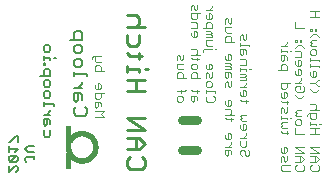
<source format=gbo>
G75*
%MOIN*%
%OFA0B0*%
%FSLAX25Y25*%
%IPPOS*%
%LPD*%
%AMOC8*
5,1,8,0,0,1.08239X$1,22.5*
%
%ADD10C,0.01100*%
%ADD11C,0.00300*%
%ADD12C,0.00600*%
%ADD13C,0.00800*%
%ADD14C,0.00000*%
%ADD15C,0.00001*%
%ADD16C,0.03000*%
D10*
X0044334Y0161927D02*
X0043350Y0162911D01*
X0043350Y0164880D01*
X0044334Y0165864D01*
X0043350Y0168373D02*
X0047287Y0168373D01*
X0049255Y0170341D01*
X0047287Y0172309D01*
X0043350Y0172309D01*
X0043350Y0174818D02*
X0049255Y0174818D01*
X0043350Y0178755D01*
X0049255Y0178755D01*
X0046303Y0172309D02*
X0046303Y0168373D01*
X0048271Y0165864D02*
X0049255Y0164880D01*
X0049255Y0162911D01*
X0048271Y0161927D01*
X0044334Y0161927D01*
X0043350Y0187709D02*
X0049255Y0187709D01*
X0046303Y0187709D02*
X0046303Y0191646D01*
X0047287Y0194155D02*
X0047287Y0195139D01*
X0043350Y0195139D01*
X0043350Y0194155D02*
X0043350Y0196123D01*
X0044334Y0199436D02*
X0043350Y0200420D01*
X0044334Y0199436D02*
X0048271Y0199436D01*
X0047287Y0198452D02*
X0047287Y0200420D01*
X0046303Y0202749D02*
X0044334Y0202749D01*
X0043350Y0203733D01*
X0043350Y0206685D01*
X0043350Y0209194D02*
X0049255Y0209194D01*
X0047287Y0210178D02*
X0046303Y0209194D01*
X0047287Y0210178D02*
X0047287Y0212147D01*
X0046303Y0213131D01*
X0043350Y0213131D01*
X0047287Y0206685D02*
X0047287Y0203733D01*
X0046303Y0202749D01*
X0049255Y0195139D02*
X0050239Y0195139D01*
X0049255Y0191646D02*
X0043350Y0191646D01*
D11*
X0035553Y0194476D02*
X0032550Y0194476D01*
X0032550Y0195978D01*
X0033050Y0196478D01*
X0034051Y0196478D01*
X0034552Y0195978D01*
X0034552Y0194476D01*
X0034552Y0197515D02*
X0033050Y0197515D01*
X0032550Y0198015D01*
X0032550Y0199517D01*
X0032050Y0199517D02*
X0031549Y0199016D01*
X0031549Y0198516D01*
X0032050Y0199517D02*
X0034552Y0199517D01*
X0034051Y0190401D02*
X0033551Y0190401D01*
X0033551Y0188399D01*
X0034051Y0188399D02*
X0034552Y0188900D01*
X0034552Y0189900D01*
X0034051Y0190401D01*
X0032550Y0189900D02*
X0032550Y0188900D01*
X0033050Y0188399D01*
X0034051Y0188399D01*
X0034552Y0187362D02*
X0034552Y0185861D01*
X0034051Y0185361D01*
X0033050Y0185361D01*
X0032550Y0185861D01*
X0032550Y0187362D01*
X0035553Y0187362D01*
X0034051Y0184324D02*
X0032550Y0184324D01*
X0032550Y0182822D01*
X0033050Y0182322D01*
X0033551Y0182822D01*
X0033551Y0184324D01*
X0034051Y0184324D02*
X0034552Y0183823D01*
X0034552Y0182822D01*
X0035553Y0181285D02*
X0032550Y0181285D01*
X0032550Y0179283D02*
X0035553Y0179283D01*
X0034552Y0180284D01*
X0035553Y0181285D01*
X0060050Y0184767D02*
X0060534Y0184283D01*
X0061501Y0184283D01*
X0061985Y0184767D01*
X0061985Y0185735D01*
X0061501Y0186218D01*
X0060534Y0186218D01*
X0060050Y0185735D01*
X0060050Y0184767D01*
X0061501Y0187230D02*
X0061501Y0188197D01*
X0062469Y0187714D02*
X0062952Y0188197D01*
X0062469Y0187714D02*
X0060050Y0187714D01*
X0064850Y0188197D02*
X0065334Y0187714D01*
X0067269Y0187714D01*
X0066785Y0188197D02*
X0066785Y0187230D01*
X0066301Y0186218D02*
X0064850Y0186218D01*
X0064850Y0184767D01*
X0065334Y0184283D01*
X0065817Y0184767D01*
X0065817Y0186218D01*
X0066301Y0186218D02*
X0066785Y0185735D01*
X0066785Y0184767D01*
X0069650Y0184767D02*
X0069650Y0185735D01*
X0070134Y0186218D01*
X0069650Y0187230D02*
X0069650Y0188197D01*
X0069650Y0187714D02*
X0072552Y0187714D01*
X0072552Y0187230D01*
X0072069Y0186218D02*
X0072552Y0185735D01*
X0072552Y0184767D01*
X0072069Y0184283D01*
X0070134Y0184283D01*
X0069650Y0184767D01*
X0076100Y0184497D02*
X0076100Y0183496D01*
X0076600Y0182996D01*
X0077601Y0182996D01*
X0078102Y0183496D01*
X0078102Y0184497D01*
X0077601Y0184997D01*
X0077101Y0184997D01*
X0077101Y0182996D01*
X0077601Y0181959D02*
X0076100Y0181959D01*
X0077601Y0181959D02*
X0078102Y0181458D01*
X0078102Y0180457D01*
X0077601Y0179957D01*
X0078102Y0178932D02*
X0078102Y0177931D01*
X0078602Y0178432D02*
X0076600Y0178432D01*
X0076100Y0178932D01*
X0076100Y0179957D02*
X0079103Y0179957D01*
X0081050Y0179433D02*
X0081550Y0179933D01*
X0083052Y0179933D01*
X0081550Y0178932D02*
X0081050Y0179433D01*
X0081550Y0178932D02*
X0081050Y0178432D01*
X0081550Y0177931D01*
X0083052Y0177931D01*
X0082551Y0176894D02*
X0082051Y0176894D01*
X0082051Y0174893D01*
X0082551Y0174893D02*
X0083052Y0175393D01*
X0083052Y0176394D01*
X0082551Y0176894D01*
X0081050Y0176394D02*
X0081050Y0175393D01*
X0081550Y0174893D01*
X0082551Y0174893D01*
X0083052Y0173862D02*
X0083052Y0173361D01*
X0082051Y0172361D01*
X0081050Y0172361D02*
X0083052Y0172361D01*
X0083052Y0171324D02*
X0083052Y0169822D01*
X0082551Y0169322D01*
X0081550Y0169322D01*
X0081050Y0169822D01*
X0081050Y0171324D01*
X0078102Y0170823D02*
X0078102Y0170323D01*
X0077101Y0169322D01*
X0076100Y0169322D02*
X0078102Y0169322D01*
X0077601Y0168285D02*
X0076100Y0168285D01*
X0076100Y0166784D01*
X0076600Y0166283D01*
X0077101Y0166784D01*
X0077101Y0168285D01*
X0077601Y0168285D02*
X0078102Y0167785D01*
X0078102Y0166784D01*
X0081050Y0166784D02*
X0081550Y0166283D01*
X0081050Y0166784D02*
X0081050Y0167785D01*
X0081550Y0168285D01*
X0082051Y0168285D01*
X0082551Y0167785D01*
X0082551Y0166784D01*
X0083052Y0166283D01*
X0083552Y0166283D01*
X0084053Y0166784D01*
X0084053Y0167785D01*
X0083552Y0168285D01*
X0078102Y0172355D02*
X0078102Y0173355D01*
X0077601Y0173856D01*
X0077101Y0173856D01*
X0077101Y0171854D01*
X0077601Y0171854D02*
X0078102Y0172355D01*
X0077601Y0171854D02*
X0076600Y0171854D01*
X0076100Y0172355D01*
X0076100Y0173355D01*
X0094550Y0174439D02*
X0095050Y0173938D01*
X0097052Y0173938D01*
X0096552Y0173438D02*
X0096552Y0174439D01*
X0096552Y0175463D02*
X0095050Y0175463D01*
X0094550Y0175964D01*
X0095050Y0176464D01*
X0094550Y0176965D01*
X0095050Y0177465D01*
X0096552Y0177465D01*
X0096552Y0178502D02*
X0096552Y0179002D01*
X0094550Y0179002D01*
X0094550Y0178502D02*
X0094550Y0179503D01*
X0094550Y0180528D02*
X0094550Y0182029D01*
X0095050Y0182529D01*
X0095551Y0182029D01*
X0095551Y0181028D01*
X0096051Y0180528D01*
X0096552Y0181028D01*
X0096552Y0182529D01*
X0096552Y0183566D02*
X0096552Y0184567D01*
X0097052Y0184067D02*
X0095050Y0184067D01*
X0094550Y0184567D01*
X0095050Y0185592D02*
X0096051Y0185592D01*
X0096552Y0186092D01*
X0096552Y0187093D01*
X0096051Y0187594D01*
X0095551Y0187594D01*
X0095551Y0185592D01*
X0095050Y0185592D02*
X0094550Y0186092D01*
X0094550Y0187093D01*
X0095050Y0188631D02*
X0096051Y0188631D01*
X0096552Y0189131D01*
X0096552Y0190632D01*
X0097553Y0190632D02*
X0094550Y0190632D01*
X0094550Y0189131D01*
X0095050Y0188631D01*
X0099500Y0189119D02*
X0099500Y0188118D01*
X0100000Y0187618D01*
X0102002Y0187618D01*
X0102503Y0188118D01*
X0102503Y0189119D01*
X0102002Y0189620D01*
X0101001Y0189620D02*
X0101001Y0188619D01*
X0101001Y0189620D02*
X0100000Y0189620D01*
X0099500Y0189119D01*
X0099500Y0190656D02*
X0101502Y0190656D01*
X0100501Y0190656D02*
X0101502Y0191657D01*
X0101502Y0192158D01*
X0101001Y0193189D02*
X0101502Y0193689D01*
X0101502Y0194690D01*
X0101001Y0195190D01*
X0100501Y0195190D01*
X0100501Y0193189D01*
X0101001Y0193189D02*
X0100000Y0193189D01*
X0099500Y0193689D01*
X0099500Y0194690D01*
X0100000Y0196227D02*
X0099500Y0196728D01*
X0099500Y0197728D01*
X0100501Y0198229D02*
X0100501Y0196227D01*
X0101001Y0196227D02*
X0101502Y0196728D01*
X0101502Y0197728D01*
X0101001Y0198229D01*
X0100501Y0198229D01*
X0101502Y0199266D02*
X0101502Y0200767D01*
X0101001Y0201267D01*
X0099500Y0201267D01*
X0099500Y0202304D02*
X0100501Y0203305D01*
X0101502Y0203305D01*
X0102503Y0202304D01*
X0104450Y0203311D02*
X0104950Y0203812D01*
X0104450Y0204312D01*
X0104950Y0204812D01*
X0106452Y0204812D01*
X0107453Y0205849D02*
X0106452Y0206850D01*
X0105451Y0206850D01*
X0104450Y0205849D01*
X0104450Y0207875D02*
X0104950Y0207875D01*
X0104950Y0208376D01*
X0104450Y0208376D01*
X0104450Y0207875D01*
X0105951Y0207875D02*
X0106452Y0207875D01*
X0106452Y0208376D01*
X0105951Y0208376D01*
X0105951Y0207875D01*
X0102503Y0208888D02*
X0099500Y0208888D01*
X0099500Y0210890D01*
X0104450Y0212433D02*
X0107453Y0212433D01*
X0105951Y0212433D02*
X0105951Y0214435D01*
X0104450Y0214435D02*
X0107453Y0214435D01*
X0101502Y0204830D02*
X0101001Y0204830D01*
X0101001Y0204330D01*
X0101502Y0204330D01*
X0101502Y0204830D01*
X0100000Y0204830D02*
X0099500Y0204830D01*
X0099500Y0204330D01*
X0100000Y0204330D01*
X0100000Y0204830D01*
X0096552Y0204312D02*
X0096552Y0203812D01*
X0095551Y0202811D01*
X0094550Y0202811D02*
X0096552Y0202811D01*
X0096552Y0201285D02*
X0094550Y0201285D01*
X0094550Y0200785D02*
X0094550Y0201786D01*
X0094550Y0199748D02*
X0094550Y0198247D01*
X0095050Y0197746D01*
X0095551Y0198247D01*
X0095551Y0199748D01*
X0096051Y0199748D02*
X0094550Y0199748D01*
X0096051Y0199748D02*
X0096552Y0199248D01*
X0096552Y0198247D01*
X0096051Y0196710D02*
X0095050Y0196710D01*
X0094550Y0196209D01*
X0094550Y0194708D01*
X0093549Y0194708D02*
X0096552Y0194708D01*
X0096552Y0196209D01*
X0096051Y0196710D01*
X0100000Y0196227D02*
X0101001Y0196227D01*
X0101502Y0199266D02*
X0099500Y0199266D01*
X0098053Y0201285D02*
X0097553Y0201285D01*
X0096552Y0201285D02*
X0096552Y0200785D01*
X0104450Y0201273D02*
X0104950Y0201774D01*
X0105951Y0201774D01*
X0106452Y0201273D01*
X0106452Y0200273D01*
X0105951Y0199772D01*
X0104950Y0199772D01*
X0104450Y0200273D01*
X0104450Y0201273D01*
X0104950Y0202811D02*
X0104450Y0203311D01*
X0104950Y0202811D02*
X0106452Y0202811D01*
X0104450Y0198747D02*
X0104450Y0197746D01*
X0104450Y0198247D02*
X0107453Y0198247D01*
X0107453Y0197746D01*
X0107453Y0196221D02*
X0104450Y0196221D01*
X0104450Y0195721D02*
X0104450Y0196722D01*
X0105451Y0194684D02*
X0105451Y0192682D01*
X0105951Y0192682D02*
X0106452Y0193183D01*
X0106452Y0194183D01*
X0105951Y0194684D01*
X0105451Y0194684D01*
X0104450Y0194183D02*
X0104450Y0193183D01*
X0104950Y0192682D01*
X0105951Y0192682D01*
X0106952Y0191645D02*
X0107453Y0191645D01*
X0106952Y0191645D02*
X0105951Y0190644D01*
X0104450Y0190644D01*
X0105951Y0190644D02*
X0106952Y0189644D01*
X0107453Y0189644D01*
X0107453Y0188619D02*
X0106452Y0187618D01*
X0105451Y0187618D01*
X0104450Y0188619D01*
X0102503Y0186593D02*
X0101502Y0185592D01*
X0100501Y0185592D01*
X0099500Y0186593D01*
X0104450Y0183542D02*
X0105951Y0183542D01*
X0106452Y0183042D01*
X0106452Y0182041D01*
X0105951Y0181541D01*
X0106452Y0180504D02*
X0106452Y0179002D01*
X0105951Y0178502D01*
X0104950Y0178502D01*
X0104450Y0179002D01*
X0104450Y0180504D01*
X0103950Y0180504D02*
X0106452Y0180504D01*
X0107453Y0181541D02*
X0104450Y0181541D01*
X0103950Y0180504D02*
X0103449Y0180003D01*
X0103449Y0179503D01*
X0101502Y0179515D02*
X0100000Y0179515D01*
X0099500Y0180015D01*
X0100000Y0180516D01*
X0099500Y0181016D01*
X0100000Y0181517D01*
X0101502Y0181517D01*
X0101001Y0178478D02*
X0101502Y0177978D01*
X0101502Y0176977D01*
X0101001Y0176476D01*
X0100000Y0176476D01*
X0099500Y0176977D01*
X0099500Y0177978D01*
X0100000Y0178478D01*
X0101001Y0178478D01*
X0098053Y0179002D02*
X0097553Y0179002D01*
X0099500Y0175439D02*
X0099500Y0173438D01*
X0102503Y0173438D01*
X0104450Y0173438D02*
X0107453Y0173438D01*
X0105951Y0173438D02*
X0105951Y0175439D01*
X0106452Y0176476D02*
X0106452Y0176977D01*
X0104450Y0176977D01*
X0104450Y0177477D02*
X0104450Y0176476D01*
X0104450Y0175439D02*
X0107453Y0175439D01*
X0107453Y0176977D02*
X0107953Y0176977D01*
X0107453Y0169362D02*
X0104450Y0169362D01*
X0107453Y0167361D01*
X0104450Y0167361D01*
X0104450Y0166324D02*
X0106452Y0166324D01*
X0107453Y0165323D01*
X0106452Y0164322D01*
X0104450Y0164322D01*
X0104950Y0163285D02*
X0104450Y0162785D01*
X0104450Y0161784D01*
X0104950Y0161283D01*
X0106952Y0161283D01*
X0107453Y0161784D01*
X0107453Y0162785D01*
X0106952Y0163285D01*
X0105951Y0164322D02*
X0105951Y0166324D01*
X0102503Y0165323D02*
X0101502Y0166324D01*
X0099500Y0166324D01*
X0099500Y0167361D02*
X0102503Y0167361D01*
X0099500Y0169362D01*
X0102503Y0169362D01*
X0101001Y0166324D02*
X0101001Y0164322D01*
X0101502Y0164322D02*
X0102503Y0165323D01*
X0101502Y0164322D02*
X0099500Y0164322D01*
X0100000Y0163285D02*
X0099500Y0162785D01*
X0099500Y0161784D01*
X0100000Y0161283D01*
X0102002Y0161283D01*
X0102503Y0161784D01*
X0102503Y0162785D01*
X0102002Y0163285D01*
X0097553Y0163285D02*
X0095050Y0163285D01*
X0094550Y0162785D01*
X0094550Y0161784D01*
X0095050Y0161283D01*
X0097553Y0161283D01*
X0096051Y0164322D02*
X0096552Y0164822D01*
X0096552Y0166324D01*
X0095551Y0165823D02*
X0095050Y0166324D01*
X0094550Y0165823D01*
X0094550Y0164322D01*
X0095551Y0164822D02*
X0096051Y0164322D01*
X0095551Y0164822D02*
X0095551Y0165823D01*
X0095551Y0167361D02*
X0095551Y0169362D01*
X0096051Y0169362D01*
X0096552Y0168862D01*
X0096552Y0167861D01*
X0096051Y0167361D01*
X0095050Y0167361D01*
X0094550Y0167861D01*
X0094550Y0168862D01*
X0083052Y0184008D02*
X0083052Y0185009D01*
X0083552Y0184509D02*
X0081550Y0184509D01*
X0081050Y0185009D01*
X0081550Y0186034D02*
X0082551Y0186034D01*
X0083052Y0186535D01*
X0083052Y0187535D01*
X0082551Y0188036D01*
X0082051Y0188036D01*
X0082051Y0186034D01*
X0081550Y0186034D02*
X0081050Y0186535D01*
X0081050Y0187535D01*
X0081050Y0189073D02*
X0083052Y0189073D01*
X0083052Y0190074D02*
X0083052Y0190574D01*
X0083052Y0190074D02*
X0082051Y0189073D01*
X0083052Y0191605D02*
X0083052Y0192105D01*
X0082551Y0192606D01*
X0083052Y0193106D01*
X0082551Y0193607D01*
X0081050Y0193607D01*
X0081050Y0192606D02*
X0082551Y0192606D01*
X0083052Y0191605D02*
X0081050Y0191605D01*
X0078102Y0191074D02*
X0078102Y0189573D01*
X0077601Y0189073D01*
X0077101Y0189573D01*
X0077101Y0190574D01*
X0076600Y0191074D01*
X0076100Y0190574D01*
X0076100Y0189073D01*
X0076600Y0192111D02*
X0077101Y0192612D01*
X0077101Y0194113D01*
X0077601Y0194113D02*
X0076100Y0194113D01*
X0076100Y0192612D01*
X0076600Y0192111D01*
X0078102Y0192612D02*
X0078102Y0193613D01*
X0077601Y0194113D01*
X0078102Y0195150D02*
X0078102Y0195650D01*
X0077601Y0196151D01*
X0078102Y0196651D01*
X0077601Y0197152D01*
X0076100Y0197152D01*
X0076100Y0196151D02*
X0077601Y0196151D01*
X0078102Y0195150D02*
X0076100Y0195150D01*
X0071585Y0195571D02*
X0071585Y0196538D01*
X0071101Y0197022D01*
X0070617Y0197022D01*
X0070617Y0195087D01*
X0070134Y0195087D02*
X0071101Y0195087D01*
X0071585Y0195571D01*
X0071585Y0194076D02*
X0071585Y0192624D01*
X0071101Y0192141D01*
X0070617Y0192624D01*
X0070617Y0193592D01*
X0070134Y0194076D01*
X0069650Y0193592D01*
X0069650Y0192141D01*
X0070134Y0191129D02*
X0071101Y0191129D01*
X0071585Y0190645D01*
X0071585Y0189678D01*
X0071101Y0189194D01*
X0070134Y0189194D01*
X0069650Y0189678D01*
X0069650Y0190645D01*
X0070134Y0191129D01*
X0067752Y0192141D02*
X0064850Y0192141D01*
X0064850Y0193592D01*
X0065334Y0194076D01*
X0066301Y0194076D01*
X0066785Y0193592D01*
X0066785Y0192141D01*
X0066301Y0195087D02*
X0065334Y0195087D01*
X0064850Y0195571D01*
X0064850Y0196538D01*
X0065334Y0197022D01*
X0066301Y0197022D01*
X0066785Y0196538D01*
X0066785Y0195571D01*
X0066301Y0195087D01*
X0069650Y0195571D02*
X0070134Y0195087D01*
X0069650Y0195571D02*
X0069650Y0196538D01*
X0067269Y0198517D02*
X0065334Y0198517D01*
X0064850Y0199001D01*
X0064850Y0199998D02*
X0067752Y0199998D01*
X0066785Y0200482D02*
X0066301Y0199998D01*
X0066785Y0200482D02*
X0066785Y0201449D01*
X0066301Y0201933D01*
X0064850Y0201933D01*
X0061985Y0199969D02*
X0061985Y0198517D01*
X0061501Y0198034D01*
X0061017Y0198517D01*
X0061017Y0199485D01*
X0060534Y0199969D01*
X0060050Y0199485D01*
X0060050Y0198034D01*
X0060050Y0197022D02*
X0061985Y0197022D01*
X0061985Y0195087D02*
X0060534Y0195087D01*
X0060050Y0195571D01*
X0060050Y0197022D01*
X0060534Y0194076D02*
X0061501Y0194076D01*
X0061985Y0193592D01*
X0061985Y0192141D01*
X0062952Y0192141D02*
X0060050Y0192141D01*
X0060050Y0193592D01*
X0060534Y0194076D01*
X0066785Y0198034D02*
X0066785Y0199001D01*
X0068683Y0200980D02*
X0068683Y0201464D01*
X0069166Y0201948D01*
X0071585Y0201948D01*
X0072552Y0201948D02*
X0073036Y0201948D01*
X0071585Y0202945D02*
X0070134Y0202945D01*
X0069650Y0203428D01*
X0069650Y0204880D01*
X0071585Y0204880D01*
X0071585Y0205891D02*
X0071585Y0206375D01*
X0071101Y0206859D01*
X0071585Y0207342D01*
X0071101Y0207826D01*
X0069650Y0207826D01*
X0069650Y0206859D02*
X0071101Y0206859D01*
X0071585Y0205891D02*
X0069650Y0205891D01*
X0066785Y0206375D02*
X0066785Y0207342D01*
X0066301Y0207826D01*
X0065817Y0207826D01*
X0065817Y0205891D01*
X0065334Y0205891D02*
X0066301Y0205891D01*
X0066785Y0206375D01*
X0065334Y0205891D02*
X0064850Y0206375D01*
X0064850Y0207342D01*
X0064850Y0208838D02*
X0066785Y0208838D01*
X0066785Y0210289D01*
X0066301Y0210773D01*
X0064850Y0210773D01*
X0065334Y0211784D02*
X0066301Y0211784D01*
X0066785Y0212268D01*
X0066785Y0213719D01*
X0067752Y0213719D02*
X0064850Y0213719D01*
X0064850Y0212268D01*
X0065334Y0211784D01*
X0064850Y0214731D02*
X0064850Y0216182D01*
X0065334Y0216666D01*
X0065817Y0216182D01*
X0065817Y0215214D01*
X0066301Y0214731D01*
X0066785Y0215214D01*
X0066785Y0216666D01*
X0069650Y0214731D02*
X0071585Y0214731D01*
X0071585Y0215698D02*
X0071585Y0216182D01*
X0071585Y0215698D02*
X0070617Y0214731D01*
X0070617Y0213719D02*
X0070617Y0211784D01*
X0070134Y0211784D02*
X0071101Y0211784D01*
X0071585Y0212268D01*
X0071585Y0213235D01*
X0071101Y0213719D01*
X0070617Y0213719D01*
X0069650Y0213235D02*
X0069650Y0212268D01*
X0070134Y0211784D01*
X0070134Y0210773D02*
X0069650Y0210289D01*
X0069650Y0208838D01*
X0068683Y0208838D02*
X0071585Y0208838D01*
X0071585Y0210289D01*
X0071101Y0210773D01*
X0070134Y0210773D01*
X0076100Y0210343D02*
X0076100Y0211844D01*
X0076600Y0212345D01*
X0077101Y0211844D01*
X0077101Y0210843D01*
X0077601Y0210343D01*
X0078102Y0210843D01*
X0078102Y0212345D01*
X0078102Y0209306D02*
X0076100Y0209306D01*
X0076100Y0207805D01*
X0076600Y0207304D01*
X0078102Y0207304D01*
X0077601Y0206267D02*
X0078102Y0205767D01*
X0078102Y0204266D01*
X0079103Y0204266D02*
X0076100Y0204266D01*
X0076100Y0205767D01*
X0076600Y0206267D01*
X0077601Y0206267D01*
X0081050Y0206273D02*
X0081050Y0204772D01*
X0081050Y0203747D02*
X0081050Y0202746D01*
X0081050Y0203247D02*
X0084053Y0203247D01*
X0084053Y0202746D01*
X0082551Y0201710D02*
X0081050Y0201710D01*
X0081050Y0200208D01*
X0081550Y0199708D01*
X0082051Y0200208D01*
X0082051Y0201710D01*
X0082551Y0201710D02*
X0083052Y0201209D01*
X0083052Y0200208D01*
X0082551Y0198671D02*
X0081050Y0198671D01*
X0082551Y0198671D02*
X0083052Y0198171D01*
X0083052Y0196669D01*
X0081050Y0196669D01*
X0081050Y0195644D02*
X0081050Y0194644D01*
X0081050Y0195144D02*
X0083052Y0195144D01*
X0083052Y0194644D01*
X0084053Y0195144D02*
X0084553Y0195144D01*
X0078102Y0198689D02*
X0078102Y0199690D01*
X0077601Y0200190D01*
X0077101Y0200190D01*
X0077101Y0198189D01*
X0077601Y0198189D02*
X0078102Y0198689D01*
X0077601Y0198189D02*
X0076600Y0198189D01*
X0076100Y0198689D01*
X0076100Y0199690D01*
X0082051Y0205273D02*
X0082551Y0204772D01*
X0083052Y0205273D01*
X0083052Y0206774D01*
X0082051Y0206273D02*
X0082051Y0205273D01*
X0082051Y0206273D02*
X0081550Y0206774D01*
X0081050Y0206273D01*
X0107453Y0196221D02*
X0107453Y0195721D01*
D12*
X0005952Y0162905D02*
X0003950Y0160904D01*
X0003950Y0162905D01*
X0004450Y0164218D02*
X0006452Y0166220D01*
X0004450Y0166220D01*
X0003950Y0165720D01*
X0003950Y0164719D01*
X0004450Y0164218D01*
X0006452Y0164218D01*
X0006953Y0164719D01*
X0006953Y0165720D01*
X0006452Y0166220D01*
X0005952Y0167533D02*
X0006953Y0168534D01*
X0003950Y0168534D01*
X0003950Y0167533D02*
X0003950Y0169535D01*
X0003950Y0170848D02*
X0004450Y0170848D01*
X0006452Y0172850D01*
X0006953Y0172850D01*
X0006953Y0170848D01*
X0009350Y0168534D02*
X0010351Y0169535D01*
X0012353Y0169535D01*
X0012353Y0167533D02*
X0010351Y0167533D01*
X0009350Y0168534D01*
X0012353Y0166220D02*
X0012353Y0165219D01*
X0012353Y0165720D02*
X0009850Y0165720D01*
X0009350Y0165219D01*
X0009350Y0164719D01*
X0009850Y0164218D01*
X0006953Y0162405D02*
X0006953Y0161404D01*
X0006452Y0160904D01*
X0006953Y0162405D02*
X0006452Y0162905D01*
X0005952Y0162905D01*
X0016167Y0172573D02*
X0015600Y0173140D01*
X0015600Y0174842D01*
X0016167Y0176256D02*
X0016734Y0176823D01*
X0016734Y0178525D01*
X0017301Y0178525D02*
X0015600Y0178525D01*
X0015600Y0176823D01*
X0016167Y0176256D01*
X0017869Y0176823D02*
X0017869Y0177958D01*
X0017301Y0178525D01*
X0016734Y0179939D02*
X0017869Y0181074D01*
X0017869Y0181641D01*
X0017869Y0179939D02*
X0015600Y0179939D01*
X0015600Y0183009D02*
X0015600Y0184143D01*
X0015600Y0183576D02*
X0019003Y0183576D01*
X0019003Y0183009D01*
X0017301Y0185464D02*
X0016167Y0185464D01*
X0015600Y0186031D01*
X0015600Y0187165D01*
X0016167Y0187733D01*
X0017301Y0187733D01*
X0017869Y0187165D01*
X0017869Y0186031D01*
X0017301Y0185464D01*
X0017301Y0189147D02*
X0016167Y0189147D01*
X0015600Y0189714D01*
X0015600Y0190849D01*
X0016167Y0191416D01*
X0017301Y0191416D01*
X0017869Y0190849D01*
X0017869Y0189714D01*
X0017301Y0189147D01*
X0017869Y0192830D02*
X0017869Y0194532D01*
X0017301Y0195099D01*
X0016167Y0195099D01*
X0015600Y0194532D01*
X0015600Y0192830D01*
X0014466Y0192830D02*
X0017869Y0192830D01*
X0016167Y0196513D02*
X0016167Y0197081D01*
X0015600Y0197081D01*
X0015600Y0196513D01*
X0016167Y0196513D01*
X0015600Y0198355D02*
X0015600Y0199489D01*
X0015600Y0198922D02*
X0017869Y0198922D01*
X0017869Y0198355D01*
X0019003Y0198922D02*
X0019570Y0198922D01*
X0017301Y0200810D02*
X0016167Y0200810D01*
X0015600Y0201378D01*
X0015600Y0202512D01*
X0016167Y0203079D01*
X0017301Y0203079D01*
X0017869Y0202512D01*
X0017869Y0201378D01*
X0017301Y0200810D01*
X0017869Y0174842D02*
X0017869Y0173140D01*
X0017301Y0172573D01*
X0016167Y0172573D01*
D13*
X0025700Y0180371D02*
X0026401Y0179671D01*
X0029203Y0179671D01*
X0029904Y0180371D01*
X0029904Y0181772D01*
X0029203Y0182473D01*
X0028502Y0184975D02*
X0028502Y0186376D01*
X0027802Y0187077D01*
X0025700Y0187077D01*
X0025700Y0184975D01*
X0026401Y0184274D01*
X0027101Y0184975D01*
X0027101Y0187077D01*
X0027101Y0188878D02*
X0028502Y0190280D01*
X0028502Y0190980D01*
X0028502Y0188878D02*
X0025700Y0188878D01*
X0025700Y0192715D02*
X0025700Y0194116D01*
X0025700Y0193416D02*
X0029904Y0193416D01*
X0029904Y0192715D01*
X0027802Y0195784D02*
X0026401Y0195784D01*
X0025700Y0196485D01*
X0025700Y0197886D01*
X0026401Y0198587D01*
X0027802Y0198587D01*
X0028502Y0197886D01*
X0028502Y0196485D01*
X0027802Y0195784D01*
X0027802Y0200388D02*
X0026401Y0200388D01*
X0025700Y0201089D01*
X0025700Y0202490D01*
X0026401Y0203191D01*
X0027802Y0203191D01*
X0028502Y0202490D01*
X0028502Y0201089D01*
X0027802Y0200388D01*
X0028502Y0204992D02*
X0028502Y0207094D01*
X0027802Y0207795D01*
X0026401Y0207795D01*
X0025700Y0207094D01*
X0025700Y0204992D01*
X0024299Y0204992D02*
X0028502Y0204992D01*
X0026401Y0182473D02*
X0025700Y0181772D01*
X0025700Y0180371D01*
D14*
X0024428Y0176178D02*
X0023033Y0176178D01*
X0023033Y0169233D01*
X0023099Y0168399D01*
X0023289Y0167606D01*
X0023607Y0166838D01*
X0024038Y0166137D01*
X0024575Y0165509D01*
X0025203Y0164972D01*
X0025904Y0164541D01*
X0026672Y0164223D01*
X0027465Y0164033D01*
X0028301Y0163967D01*
X0029135Y0164033D01*
X0029928Y0164223D01*
X0030696Y0164541D01*
X0031397Y0164972D01*
X0032025Y0165509D01*
X0032562Y0166137D01*
X0032993Y0166838D01*
X0033311Y0167606D01*
X0033501Y0168399D01*
X0033567Y0169235D01*
X0033566Y0169232D01*
X0033500Y0170066D01*
X0033309Y0170859D01*
X0032991Y0171627D01*
X0032561Y0172328D01*
X0032024Y0172956D01*
X0031395Y0173493D01*
X0030695Y0173924D01*
X0029927Y0174242D01*
X0029133Y0174432D01*
X0028298Y0174498D01*
X0027524Y0174443D01*
X0026766Y0174275D01*
X0026043Y0173996D01*
X0025368Y0173612D01*
X0024758Y0173133D01*
X0024758Y0170808D01*
X0025212Y0171573D01*
X0025829Y0172215D01*
X0026576Y0172700D01*
X0027413Y0173001D01*
X0028298Y0173103D01*
X0029493Y0172914D01*
X0030570Y0172362D01*
X0031427Y0171506D01*
X0031979Y0170429D01*
X0032168Y0169233D01*
X0031979Y0168038D01*
X0031427Y0166961D01*
X0030570Y0166104D01*
X0029493Y0165552D01*
X0028298Y0165363D01*
X0027102Y0165552D01*
X0026025Y0166104D01*
X0025169Y0166961D01*
X0024617Y0168038D01*
X0024428Y0169233D01*
X0024428Y0176178D01*
X0023037Y0167178D02*
X0023037Y0162288D01*
X0024432Y0162288D01*
X0024432Y0165123D01*
X0024431Y0165122D01*
X0024407Y0165146D01*
X0024383Y0165170D01*
X0024359Y0165194D01*
X0024335Y0165218D01*
X0024311Y0165242D01*
X0023994Y0165585D01*
X0023706Y0165953D01*
X0023450Y0166343D01*
X0023226Y0166752D01*
X0023037Y0167178D01*
D15*
X0023037Y0167178D01*
X0023037Y0167177D02*
X0023038Y0167177D01*
X0023037Y0167176D02*
X0023038Y0167176D01*
X0023037Y0167175D02*
X0023039Y0167175D01*
X0023039Y0167174D02*
X0023037Y0167174D01*
X0023037Y0167173D02*
X0023040Y0167173D01*
X0023040Y0167172D02*
X0023037Y0167172D01*
X0023037Y0167171D02*
X0023040Y0167171D01*
X0023041Y0167170D02*
X0023037Y0167170D01*
X0023037Y0167169D02*
X0023041Y0167169D01*
X0023042Y0167168D02*
X0023037Y0167168D01*
X0023037Y0167167D02*
X0023042Y0167167D01*
X0023043Y0167166D02*
X0023037Y0167166D01*
X0023037Y0167165D02*
X0023043Y0167165D01*
X0023043Y0167164D02*
X0023037Y0167164D01*
X0023037Y0167163D02*
X0023044Y0167163D01*
X0023044Y0167162D02*
X0023037Y0167162D01*
X0023037Y0167161D02*
X0023045Y0167161D01*
X0023045Y0167160D02*
X0023037Y0167160D01*
X0023046Y0167160D01*
X0023046Y0167159D02*
X0023037Y0167159D01*
X0023037Y0167158D02*
X0023047Y0167158D01*
X0023047Y0167157D02*
X0023037Y0167157D01*
X0023037Y0167156D02*
X0023047Y0167156D01*
X0023048Y0167155D02*
X0023037Y0167155D01*
X0023037Y0167154D02*
X0023048Y0167154D01*
X0023049Y0167153D02*
X0023037Y0167153D01*
X0023037Y0167152D02*
X0023049Y0167152D01*
X0023050Y0167151D02*
X0023037Y0167151D01*
X0023037Y0167150D02*
X0023050Y0167150D01*
X0023050Y0167149D02*
X0023037Y0167149D01*
X0023037Y0167148D02*
X0023051Y0167148D01*
X0023051Y0167147D02*
X0023037Y0167147D01*
X0023037Y0167146D02*
X0023052Y0167146D01*
X0023052Y0167145D02*
X0023037Y0167145D01*
X0023037Y0167144D02*
X0023053Y0167144D01*
X0023053Y0167143D02*
X0023037Y0167143D01*
X0023037Y0167142D02*
X0023054Y0167142D01*
X0023054Y0167141D02*
X0023037Y0167141D01*
X0023037Y0167140D02*
X0023054Y0167140D01*
X0023055Y0167139D02*
X0023037Y0167139D01*
X0023037Y0167138D02*
X0023055Y0167138D01*
X0023056Y0167137D02*
X0023037Y0167137D01*
X0023037Y0167136D02*
X0023056Y0167136D01*
X0023057Y0167135D02*
X0023037Y0167135D01*
X0023037Y0167134D02*
X0023057Y0167134D01*
X0023057Y0167133D02*
X0023037Y0167133D01*
X0023037Y0167132D02*
X0023058Y0167132D01*
X0023058Y0167131D02*
X0023037Y0167131D01*
X0023037Y0167130D02*
X0023059Y0167130D01*
X0023059Y0167129D02*
X0023037Y0167129D01*
X0023037Y0167128D02*
X0023060Y0167128D01*
X0023060Y0167127D02*
X0023037Y0167127D01*
X0023037Y0167126D02*
X0023061Y0167126D01*
X0023061Y0167125D02*
X0023037Y0167125D01*
X0023037Y0167124D02*
X0023061Y0167124D01*
X0023062Y0167123D02*
X0023037Y0167123D01*
X0023037Y0167122D02*
X0023062Y0167122D01*
X0023063Y0167121D02*
X0023037Y0167121D01*
X0023037Y0167120D02*
X0023063Y0167120D01*
X0023064Y0167119D02*
X0023037Y0167119D01*
X0023037Y0167118D02*
X0023064Y0167118D01*
X0023064Y0167117D02*
X0023037Y0167117D01*
X0023037Y0167116D02*
X0023065Y0167116D01*
X0023065Y0167115D02*
X0023037Y0167115D01*
X0023037Y0167114D02*
X0023066Y0167114D01*
X0023066Y0167113D02*
X0023037Y0167113D01*
X0023037Y0167112D02*
X0023067Y0167112D01*
X0023067Y0167111D02*
X0023037Y0167111D01*
X0023037Y0167110D02*
X0023067Y0167110D01*
X0023068Y0167109D02*
X0023037Y0167109D01*
X0023037Y0167108D02*
X0023068Y0167108D01*
X0023069Y0167107D02*
X0023037Y0167107D01*
X0023037Y0167106D02*
X0023069Y0167106D01*
X0023070Y0167105D02*
X0023037Y0167105D01*
X0023037Y0167104D02*
X0023070Y0167104D01*
X0023071Y0167103D02*
X0023037Y0167103D01*
X0023037Y0167102D02*
X0023071Y0167102D01*
X0023071Y0167101D02*
X0023037Y0167101D01*
X0023037Y0167100D02*
X0023072Y0167100D01*
X0023072Y0167099D02*
X0023037Y0167099D01*
X0023037Y0167098D02*
X0023073Y0167098D01*
X0023037Y0167098D01*
X0023037Y0167097D02*
X0023074Y0167097D01*
X0023074Y0167096D02*
X0023037Y0167096D01*
X0023037Y0167095D02*
X0023074Y0167095D01*
X0023075Y0167094D02*
X0023037Y0167094D01*
X0023037Y0167093D02*
X0023075Y0167093D01*
X0023076Y0167092D02*
X0023037Y0167092D01*
X0023037Y0167091D02*
X0023076Y0167091D01*
X0023077Y0167090D02*
X0023037Y0167090D01*
X0023037Y0167089D02*
X0023077Y0167089D01*
X0023078Y0167088D02*
X0023037Y0167088D01*
X0023037Y0167087D02*
X0023078Y0167087D01*
X0023078Y0167086D02*
X0023037Y0167086D01*
X0023037Y0167085D02*
X0023079Y0167085D01*
X0023079Y0167084D02*
X0023037Y0167084D01*
X0023037Y0167083D02*
X0023080Y0167083D01*
X0023080Y0167082D02*
X0023037Y0167082D01*
X0023037Y0167081D02*
X0023081Y0167081D01*
X0023081Y0167080D02*
X0023037Y0167080D01*
X0023037Y0167079D02*
X0023081Y0167079D01*
X0023082Y0167078D02*
X0023037Y0167078D01*
X0023037Y0167077D02*
X0023082Y0167077D01*
X0023083Y0167076D02*
X0023037Y0167076D01*
X0023037Y0167075D02*
X0023083Y0167075D01*
X0023084Y0167074D02*
X0023037Y0167074D01*
X0023037Y0167073D02*
X0023084Y0167073D01*
X0023085Y0167072D02*
X0023037Y0167072D01*
X0023037Y0167071D02*
X0023085Y0167071D01*
X0023085Y0167070D02*
X0023037Y0167070D01*
X0023037Y0167069D02*
X0023086Y0167069D01*
X0023086Y0167068D02*
X0023037Y0167068D01*
X0023037Y0167067D02*
X0023087Y0167067D01*
X0023087Y0167066D02*
X0023037Y0167066D01*
X0023037Y0167065D02*
X0023088Y0167065D01*
X0023088Y0167064D02*
X0023037Y0167064D01*
X0023037Y0167063D02*
X0023088Y0167063D01*
X0023089Y0167062D02*
X0023037Y0167062D01*
X0023037Y0167061D02*
X0023089Y0167061D01*
X0023090Y0167060D02*
X0023037Y0167060D01*
X0023037Y0167059D02*
X0023090Y0167059D01*
X0023091Y0167058D02*
X0023037Y0167058D01*
X0023037Y0167057D02*
X0023091Y0167057D01*
X0023092Y0167056D02*
X0023037Y0167056D01*
X0023037Y0167055D02*
X0023092Y0167055D01*
X0023092Y0167054D02*
X0023037Y0167054D01*
X0023037Y0167053D02*
X0023093Y0167053D01*
X0023093Y0167052D02*
X0023037Y0167052D01*
X0023037Y0167051D02*
X0023094Y0167051D01*
X0023094Y0167050D02*
X0023037Y0167050D01*
X0023037Y0167049D02*
X0023095Y0167049D01*
X0023095Y0167048D02*
X0023037Y0167048D01*
X0023037Y0167047D02*
X0023095Y0167047D01*
X0023096Y0167046D02*
X0023037Y0167046D01*
X0023037Y0167045D02*
X0023096Y0167045D01*
X0023097Y0167044D02*
X0023037Y0167044D01*
X0023037Y0167043D02*
X0023097Y0167043D01*
X0023098Y0167042D02*
X0023037Y0167042D01*
X0023037Y0167041D02*
X0023098Y0167041D01*
X0023098Y0167040D02*
X0023037Y0167040D01*
X0023037Y0167039D02*
X0023099Y0167039D01*
X0023099Y0167038D02*
X0023037Y0167038D01*
X0023037Y0167037D02*
X0023100Y0167037D01*
X0023100Y0167036D02*
X0023037Y0167036D01*
X0023037Y0167035D02*
X0023101Y0167035D01*
X0023037Y0167035D01*
X0023037Y0167034D02*
X0023102Y0167034D01*
X0023102Y0167033D02*
X0023037Y0167033D01*
X0023037Y0167032D02*
X0023102Y0167032D01*
X0023103Y0167031D02*
X0023037Y0167031D01*
X0023037Y0167030D02*
X0023103Y0167030D01*
X0023104Y0167029D02*
X0023037Y0167029D01*
X0023037Y0167028D02*
X0023104Y0167028D01*
X0023105Y0167027D02*
X0023037Y0167027D01*
X0023037Y0167026D02*
X0023105Y0167026D01*
X0023105Y0167025D02*
X0023037Y0167025D01*
X0023037Y0167024D02*
X0023106Y0167024D01*
X0023106Y0167023D02*
X0023037Y0167023D01*
X0023037Y0167022D02*
X0023107Y0167022D01*
X0023107Y0167021D02*
X0023037Y0167021D01*
X0023037Y0167020D02*
X0023108Y0167020D01*
X0023108Y0167019D02*
X0023037Y0167019D01*
X0023037Y0167018D02*
X0023109Y0167018D01*
X0023109Y0167017D02*
X0023037Y0167017D01*
X0023037Y0167016D02*
X0023109Y0167016D01*
X0023110Y0167015D02*
X0023037Y0167015D01*
X0023037Y0167014D02*
X0023110Y0167014D01*
X0023111Y0167013D02*
X0023037Y0167013D01*
X0023037Y0167012D02*
X0023111Y0167012D01*
X0023112Y0167011D02*
X0023037Y0167011D01*
X0023037Y0167010D02*
X0023112Y0167010D01*
X0023112Y0167009D02*
X0023037Y0167009D01*
X0023037Y0167008D02*
X0023113Y0167008D01*
X0023113Y0167007D02*
X0023037Y0167007D01*
X0023037Y0167006D02*
X0023114Y0167006D01*
X0023114Y0167005D02*
X0023037Y0167005D01*
X0023037Y0167004D02*
X0023115Y0167004D01*
X0023115Y0167003D02*
X0023037Y0167003D01*
X0023037Y0167002D02*
X0023116Y0167002D01*
X0023116Y0167001D02*
X0023037Y0167001D01*
X0023037Y0167000D02*
X0023116Y0167000D01*
X0023117Y0166999D02*
X0023037Y0166999D01*
X0023037Y0166998D02*
X0023117Y0166998D01*
X0023118Y0166997D02*
X0023037Y0166997D01*
X0023037Y0166996D02*
X0023118Y0166996D01*
X0023119Y0166995D02*
X0023037Y0166995D01*
X0023037Y0166994D02*
X0023119Y0166994D01*
X0023119Y0166993D02*
X0023037Y0166993D01*
X0023037Y0166992D02*
X0023120Y0166992D01*
X0023120Y0166991D02*
X0023037Y0166991D01*
X0023037Y0166990D02*
X0023121Y0166990D01*
X0023121Y0166989D02*
X0023037Y0166989D01*
X0023037Y0166988D02*
X0023122Y0166988D01*
X0023122Y0166987D02*
X0023037Y0166987D01*
X0023037Y0166986D02*
X0023123Y0166986D01*
X0023123Y0166985D02*
X0023037Y0166985D01*
X0023037Y0166984D02*
X0023123Y0166984D01*
X0023124Y0166983D02*
X0023037Y0166983D01*
X0023037Y0166982D02*
X0023124Y0166982D01*
X0023125Y0166981D02*
X0023037Y0166981D01*
X0023037Y0166980D02*
X0023125Y0166980D01*
X0023126Y0166979D02*
X0023037Y0166979D01*
X0023037Y0166978D02*
X0023126Y0166978D01*
X0023126Y0166977D02*
X0023037Y0166977D01*
X0023037Y0166976D02*
X0023127Y0166976D01*
X0023127Y0166975D02*
X0023037Y0166975D01*
X0023037Y0166974D02*
X0023128Y0166974D01*
X0023128Y0166973D02*
X0023037Y0166973D01*
X0023129Y0166973D01*
X0023129Y0166972D02*
X0023037Y0166972D01*
X0023037Y0166971D02*
X0023130Y0166971D01*
X0023130Y0166970D02*
X0023037Y0166970D01*
X0023037Y0166969D02*
X0023130Y0166969D01*
X0023131Y0166968D02*
X0023037Y0166968D01*
X0023037Y0166967D02*
X0023131Y0166967D01*
X0023132Y0166966D02*
X0023037Y0166966D01*
X0023037Y0166965D02*
X0023132Y0166965D01*
X0023133Y0166964D02*
X0023037Y0166964D01*
X0023037Y0166963D02*
X0023133Y0166963D01*
X0023133Y0166962D02*
X0023037Y0166962D01*
X0023037Y0166961D02*
X0023134Y0166961D01*
X0023134Y0166960D02*
X0023037Y0166960D01*
X0023037Y0166959D02*
X0023135Y0166959D01*
X0023135Y0166958D02*
X0023037Y0166958D01*
X0023037Y0166957D02*
X0023136Y0166957D01*
X0023136Y0166956D02*
X0023037Y0166956D01*
X0023037Y0166955D02*
X0023136Y0166955D01*
X0023137Y0166954D02*
X0023037Y0166954D01*
X0023037Y0166953D02*
X0023137Y0166953D01*
X0023138Y0166952D02*
X0023037Y0166952D01*
X0023037Y0166951D02*
X0023138Y0166951D01*
X0023139Y0166950D02*
X0023037Y0166950D01*
X0023037Y0166949D02*
X0023139Y0166949D01*
X0023140Y0166948D02*
X0023037Y0166948D01*
X0023037Y0166947D02*
X0023140Y0166947D01*
X0023140Y0166946D02*
X0023037Y0166946D01*
X0023037Y0166945D02*
X0023141Y0166945D01*
X0023141Y0166944D02*
X0023037Y0166944D01*
X0023037Y0166943D02*
X0023142Y0166943D01*
X0023142Y0166942D02*
X0023037Y0166942D01*
X0023037Y0166941D02*
X0023143Y0166941D01*
X0023143Y0166940D02*
X0023037Y0166940D01*
X0023037Y0166939D02*
X0023143Y0166939D01*
X0023144Y0166938D02*
X0023037Y0166938D01*
X0023037Y0166937D02*
X0023144Y0166937D01*
X0023145Y0166936D02*
X0023037Y0166936D01*
X0023037Y0166935D02*
X0023145Y0166935D01*
X0023146Y0166934D02*
X0023037Y0166934D01*
X0023037Y0166933D02*
X0023146Y0166933D01*
X0023147Y0166932D02*
X0023037Y0166932D01*
X0023037Y0166931D02*
X0023147Y0166931D01*
X0023147Y0166930D02*
X0023037Y0166930D01*
X0023037Y0166929D02*
X0023148Y0166929D01*
X0023148Y0166928D02*
X0023037Y0166928D01*
X0023037Y0166927D02*
X0023149Y0166927D01*
X0023149Y0166926D02*
X0023037Y0166926D01*
X0023037Y0166925D02*
X0023150Y0166925D01*
X0023150Y0166924D02*
X0023037Y0166924D01*
X0023037Y0166923D02*
X0023150Y0166923D01*
X0023151Y0166922D02*
X0023037Y0166922D01*
X0023037Y0166921D02*
X0023151Y0166921D01*
X0023152Y0166920D02*
X0023037Y0166920D01*
X0023037Y0166919D02*
X0023152Y0166919D01*
X0023153Y0166918D02*
X0023037Y0166918D01*
X0023037Y0166917D02*
X0023153Y0166917D01*
X0023154Y0166916D02*
X0023037Y0166916D01*
X0023037Y0166915D02*
X0023154Y0166915D01*
X0023154Y0166914D02*
X0023037Y0166914D01*
X0023037Y0166913D02*
X0023155Y0166913D01*
X0023155Y0166912D02*
X0023037Y0166912D01*
X0023037Y0166911D02*
X0023156Y0166911D01*
X0023156Y0166910D02*
X0023037Y0166910D01*
X0023157Y0166910D01*
X0023157Y0166909D02*
X0023037Y0166909D01*
X0023037Y0166908D02*
X0023157Y0166908D01*
X0023158Y0166907D02*
X0023037Y0166907D01*
X0023037Y0166906D02*
X0023158Y0166906D01*
X0023159Y0166905D02*
X0023037Y0166905D01*
X0023037Y0166904D02*
X0023159Y0166904D01*
X0023160Y0166903D02*
X0023037Y0166903D01*
X0023037Y0166902D02*
X0023160Y0166902D01*
X0023161Y0166901D02*
X0023037Y0166901D01*
X0023037Y0166900D02*
X0023161Y0166900D01*
X0023161Y0166899D02*
X0023037Y0166899D01*
X0023037Y0166898D02*
X0023162Y0166898D01*
X0023162Y0166897D02*
X0023037Y0166897D01*
X0023037Y0166896D02*
X0023163Y0166896D01*
X0023163Y0166895D02*
X0023037Y0166895D01*
X0023037Y0166894D02*
X0023164Y0166894D01*
X0023164Y0166893D02*
X0023037Y0166893D01*
X0023037Y0166892D02*
X0023164Y0166892D01*
X0023165Y0166891D02*
X0023037Y0166891D01*
X0023037Y0166890D02*
X0023165Y0166890D01*
X0023166Y0166889D02*
X0023037Y0166889D01*
X0023037Y0166888D02*
X0023166Y0166888D01*
X0023167Y0166887D02*
X0023037Y0166887D01*
X0023037Y0166886D02*
X0023167Y0166886D01*
X0023167Y0166885D02*
X0023037Y0166885D01*
X0023037Y0166884D02*
X0023168Y0166884D01*
X0023168Y0166883D02*
X0023037Y0166883D01*
X0023037Y0166882D02*
X0023169Y0166882D01*
X0023169Y0166881D02*
X0023037Y0166881D01*
X0023037Y0166880D02*
X0023170Y0166880D01*
X0023170Y0166879D02*
X0023037Y0166879D01*
X0023037Y0166878D02*
X0023171Y0166878D01*
X0023171Y0166877D02*
X0023037Y0166877D01*
X0023037Y0166876D02*
X0023171Y0166876D01*
X0023172Y0166875D02*
X0023037Y0166875D01*
X0023037Y0166874D02*
X0023172Y0166874D01*
X0023173Y0166873D02*
X0023037Y0166873D01*
X0023037Y0166872D02*
X0023173Y0166872D01*
X0023174Y0166871D02*
X0023037Y0166871D01*
X0023037Y0166870D02*
X0023174Y0166870D01*
X0023174Y0166869D02*
X0023037Y0166869D01*
X0023037Y0166868D02*
X0023175Y0166868D01*
X0023175Y0166867D02*
X0023037Y0166867D01*
X0023037Y0166866D02*
X0023176Y0166866D01*
X0023176Y0166865D02*
X0023037Y0166865D01*
X0023037Y0166864D02*
X0023177Y0166864D01*
X0023177Y0166863D02*
X0023037Y0166863D01*
X0023037Y0166862D02*
X0023178Y0166862D01*
X0023178Y0166861D02*
X0023037Y0166861D01*
X0023037Y0166860D02*
X0023178Y0166860D01*
X0023179Y0166859D02*
X0023037Y0166859D01*
X0023037Y0166858D02*
X0023179Y0166858D01*
X0023180Y0166857D02*
X0023037Y0166857D01*
X0023037Y0166856D02*
X0023180Y0166856D01*
X0023181Y0166855D02*
X0023037Y0166855D01*
X0023037Y0166854D02*
X0023181Y0166854D01*
X0023181Y0166853D02*
X0023037Y0166853D01*
X0023037Y0166852D02*
X0023182Y0166852D01*
X0023182Y0166851D02*
X0023037Y0166851D01*
X0023037Y0166850D02*
X0023183Y0166850D01*
X0023183Y0166849D02*
X0023037Y0166849D01*
X0023037Y0166848D02*
X0023184Y0166848D01*
X0023037Y0166848D01*
X0023037Y0166847D02*
X0023185Y0166847D01*
X0023185Y0166846D02*
X0023037Y0166846D01*
X0023037Y0166845D02*
X0023185Y0166845D01*
X0023186Y0166844D02*
X0023037Y0166844D01*
X0023037Y0166843D02*
X0023186Y0166843D01*
X0023187Y0166842D02*
X0023037Y0166842D01*
X0023037Y0166841D02*
X0023187Y0166841D01*
X0023188Y0166840D02*
X0023037Y0166840D01*
X0023037Y0166839D02*
X0023188Y0166839D01*
X0023188Y0166838D02*
X0023037Y0166838D01*
X0023037Y0166837D02*
X0023189Y0166837D01*
X0023189Y0166836D02*
X0023037Y0166836D01*
X0023037Y0166835D02*
X0023190Y0166835D01*
X0023190Y0166834D02*
X0023037Y0166834D01*
X0023037Y0166833D02*
X0023191Y0166833D01*
X0023191Y0166832D02*
X0023037Y0166832D01*
X0023037Y0166831D02*
X0023192Y0166831D01*
X0023192Y0166830D02*
X0023037Y0166830D01*
X0023037Y0166829D02*
X0023192Y0166829D01*
X0023193Y0166828D02*
X0023037Y0166828D01*
X0023037Y0166827D02*
X0023193Y0166827D01*
X0023194Y0166826D02*
X0023037Y0166826D01*
X0023037Y0166825D02*
X0023194Y0166825D01*
X0023195Y0166824D02*
X0023037Y0166824D01*
X0023037Y0166823D02*
X0023195Y0166823D01*
X0023195Y0166822D02*
X0023037Y0166822D01*
X0023037Y0166821D02*
X0023196Y0166821D01*
X0023196Y0166820D02*
X0023037Y0166820D01*
X0023037Y0166819D02*
X0023197Y0166819D01*
X0023197Y0166818D02*
X0023037Y0166818D01*
X0023037Y0166817D02*
X0023198Y0166817D01*
X0023198Y0166816D02*
X0023037Y0166816D01*
X0023037Y0166815D02*
X0023198Y0166815D01*
X0023199Y0166814D02*
X0023037Y0166814D01*
X0023037Y0166813D02*
X0023199Y0166813D01*
X0023200Y0166812D02*
X0023037Y0166812D01*
X0023037Y0166811D02*
X0023200Y0166811D01*
X0023201Y0166810D02*
X0023037Y0166810D01*
X0023037Y0166809D02*
X0023201Y0166809D01*
X0023202Y0166808D02*
X0023037Y0166808D01*
X0023037Y0166807D02*
X0023202Y0166807D01*
X0023202Y0166806D02*
X0023037Y0166806D01*
X0023037Y0166805D02*
X0023203Y0166805D01*
X0023203Y0166804D02*
X0023037Y0166804D01*
X0023037Y0166803D02*
X0023204Y0166803D01*
X0023204Y0166802D02*
X0023037Y0166802D01*
X0023037Y0166801D02*
X0023205Y0166801D01*
X0023205Y0166800D02*
X0023037Y0166800D01*
X0023037Y0166799D02*
X0023205Y0166799D01*
X0023206Y0166798D02*
X0023037Y0166798D01*
X0023037Y0166797D02*
X0023206Y0166797D01*
X0023207Y0166796D02*
X0023037Y0166796D01*
X0023037Y0166795D02*
X0023207Y0166795D01*
X0023208Y0166794D02*
X0023037Y0166794D01*
X0023037Y0166793D02*
X0023208Y0166793D01*
X0023209Y0166792D02*
X0023037Y0166792D01*
X0023037Y0166791D02*
X0023209Y0166791D01*
X0023209Y0166790D02*
X0023037Y0166790D01*
X0023037Y0166789D02*
X0023210Y0166789D01*
X0023210Y0166788D02*
X0023037Y0166788D01*
X0023037Y0166787D02*
X0023211Y0166787D01*
X0023211Y0166786D02*
X0023037Y0166786D01*
X0023037Y0166785D02*
X0023212Y0166785D01*
X0023037Y0166785D01*
X0023037Y0166784D02*
X0023212Y0166784D01*
X0023213Y0166783D02*
X0023037Y0166783D01*
X0023037Y0166782D02*
X0023213Y0166782D01*
X0023214Y0166781D02*
X0023037Y0166781D01*
X0023037Y0166780D02*
X0023214Y0166780D01*
X0023215Y0166779D02*
X0023037Y0166779D01*
X0023037Y0166778D02*
X0023215Y0166778D01*
X0023216Y0166777D02*
X0023037Y0166777D01*
X0023037Y0166776D02*
X0023216Y0166776D01*
X0023216Y0166775D02*
X0023037Y0166775D01*
X0023037Y0166774D02*
X0023217Y0166774D01*
X0023217Y0166773D02*
X0023037Y0166773D01*
X0023037Y0166772D02*
X0023218Y0166772D01*
X0023218Y0166771D02*
X0023037Y0166771D01*
X0023037Y0166770D02*
X0023219Y0166770D01*
X0023219Y0166769D02*
X0023037Y0166769D01*
X0023037Y0166768D02*
X0023219Y0166768D01*
X0023220Y0166767D02*
X0023037Y0166767D01*
X0023037Y0166766D02*
X0023220Y0166766D01*
X0023221Y0166765D02*
X0023037Y0166765D01*
X0023037Y0166764D02*
X0023221Y0166764D01*
X0023222Y0166763D02*
X0023037Y0166763D01*
X0023037Y0166762D02*
X0023222Y0166762D01*
X0023223Y0166761D02*
X0023037Y0166761D01*
X0023037Y0166760D02*
X0023223Y0166760D01*
X0023223Y0166759D02*
X0023037Y0166759D01*
X0023037Y0166758D02*
X0023224Y0166758D01*
X0023224Y0166757D02*
X0023037Y0166757D01*
X0023037Y0166756D02*
X0023225Y0166756D01*
X0023225Y0166755D02*
X0023037Y0166755D01*
X0023037Y0166754D02*
X0023226Y0166754D01*
X0023226Y0166753D02*
X0023037Y0166753D01*
X0023037Y0166752D02*
X0023226Y0166752D01*
X0023227Y0166751D02*
X0023037Y0166751D01*
X0023037Y0166750D02*
X0023228Y0166750D01*
X0023228Y0166749D02*
X0023037Y0166749D01*
X0023037Y0166748D02*
X0023229Y0166748D01*
X0023229Y0166747D02*
X0023037Y0166747D01*
X0023037Y0166746D02*
X0023230Y0166746D01*
X0023230Y0166745D02*
X0023037Y0166745D01*
X0023037Y0166744D02*
X0023231Y0166744D01*
X0023231Y0166743D02*
X0023037Y0166743D01*
X0023037Y0166742D02*
X0023232Y0166742D01*
X0023232Y0166741D02*
X0023037Y0166741D01*
X0023037Y0166740D02*
X0023233Y0166740D01*
X0023233Y0166739D02*
X0023037Y0166739D01*
X0023037Y0166738D02*
X0023234Y0166738D01*
X0023235Y0166737D02*
X0023037Y0166737D01*
X0023037Y0166736D02*
X0023235Y0166736D01*
X0023236Y0166735D02*
X0023037Y0166735D01*
X0023037Y0166734D02*
X0023236Y0166734D01*
X0023237Y0166733D02*
X0023037Y0166733D01*
X0023037Y0166732D02*
X0023237Y0166732D01*
X0023238Y0166731D02*
X0023037Y0166731D01*
X0023037Y0166730D02*
X0023238Y0166730D01*
X0023239Y0166729D02*
X0023037Y0166729D01*
X0023037Y0166728D02*
X0023239Y0166728D01*
X0023240Y0166727D02*
X0023037Y0166727D01*
X0023037Y0166726D02*
X0023240Y0166726D01*
X0023241Y0166725D02*
X0023037Y0166725D01*
X0023037Y0166724D02*
X0023242Y0166724D01*
X0023242Y0166723D02*
X0023037Y0166723D01*
X0023243Y0166723D01*
X0023243Y0166722D02*
X0023037Y0166722D01*
X0023037Y0166721D02*
X0023244Y0166721D01*
X0023244Y0166720D02*
X0023037Y0166720D01*
X0023037Y0166719D02*
X0023245Y0166719D01*
X0023245Y0166718D02*
X0023037Y0166718D01*
X0023037Y0166717D02*
X0023246Y0166717D01*
X0023246Y0166716D02*
X0023037Y0166716D01*
X0023037Y0166715D02*
X0023247Y0166715D01*
X0023247Y0166714D02*
X0023037Y0166714D01*
X0023037Y0166713D02*
X0023248Y0166713D01*
X0023248Y0166712D02*
X0023037Y0166712D01*
X0023037Y0166711D02*
X0023249Y0166711D01*
X0023250Y0166710D02*
X0023037Y0166710D01*
X0023037Y0166709D02*
X0023250Y0166709D01*
X0023251Y0166708D02*
X0023037Y0166708D01*
X0023037Y0166707D02*
X0023251Y0166707D01*
X0023252Y0166706D02*
X0023037Y0166706D01*
X0023037Y0166705D02*
X0023252Y0166705D01*
X0023253Y0166704D02*
X0023037Y0166704D01*
X0023037Y0166703D02*
X0023253Y0166703D01*
X0023254Y0166702D02*
X0023037Y0166702D01*
X0023037Y0166701D02*
X0023254Y0166701D01*
X0023255Y0166700D02*
X0023037Y0166700D01*
X0023037Y0166699D02*
X0023255Y0166699D01*
X0023256Y0166698D02*
X0023037Y0166698D01*
X0023037Y0166697D02*
X0023257Y0166697D01*
X0023257Y0166696D02*
X0023037Y0166696D01*
X0023037Y0166695D02*
X0023258Y0166695D01*
X0023258Y0166694D02*
X0023037Y0166694D01*
X0023037Y0166693D02*
X0023259Y0166693D01*
X0023259Y0166692D02*
X0023037Y0166692D01*
X0023037Y0166691D02*
X0023260Y0166691D01*
X0023260Y0166690D02*
X0023037Y0166690D01*
X0023037Y0166689D02*
X0023261Y0166689D01*
X0023261Y0166688D02*
X0023037Y0166688D01*
X0023037Y0166687D02*
X0023262Y0166687D01*
X0023262Y0166686D02*
X0023037Y0166686D01*
X0023037Y0166685D02*
X0023263Y0166685D01*
X0023264Y0166684D02*
X0023037Y0166684D01*
X0023037Y0166683D02*
X0023264Y0166683D01*
X0023265Y0166682D02*
X0023037Y0166682D01*
X0023037Y0166681D02*
X0023265Y0166681D01*
X0023266Y0166680D02*
X0023037Y0166680D01*
X0023037Y0166679D02*
X0023266Y0166679D01*
X0023267Y0166678D02*
X0023037Y0166678D01*
X0023037Y0166677D02*
X0023267Y0166677D01*
X0023268Y0166676D02*
X0023037Y0166676D01*
X0023037Y0166675D02*
X0023268Y0166675D01*
X0023269Y0166674D02*
X0023037Y0166674D01*
X0023037Y0166673D02*
X0023269Y0166673D01*
X0023270Y0166672D02*
X0023037Y0166672D01*
X0023037Y0166671D02*
X0023271Y0166671D01*
X0023271Y0166670D02*
X0023037Y0166670D01*
X0023037Y0166669D02*
X0023272Y0166669D01*
X0023272Y0166668D02*
X0023037Y0166668D01*
X0023037Y0166667D02*
X0023273Y0166667D01*
X0023273Y0166666D02*
X0023037Y0166666D01*
X0023037Y0166665D02*
X0023274Y0166665D01*
X0023274Y0166664D02*
X0023037Y0166664D01*
X0023037Y0166663D02*
X0023275Y0166663D01*
X0023275Y0166662D02*
X0023037Y0166662D01*
X0023037Y0166661D02*
X0023276Y0166661D01*
X0023276Y0166660D02*
X0023037Y0166660D01*
X0023277Y0166660D01*
X0023278Y0166659D02*
X0023037Y0166659D01*
X0023037Y0166658D02*
X0023278Y0166658D01*
X0023279Y0166657D02*
X0023037Y0166657D01*
X0023037Y0166656D02*
X0023279Y0166656D01*
X0023280Y0166655D02*
X0023037Y0166655D01*
X0023037Y0166654D02*
X0023280Y0166654D01*
X0023281Y0166653D02*
X0023037Y0166653D01*
X0023037Y0166652D02*
X0023281Y0166652D01*
X0023282Y0166651D02*
X0023037Y0166651D01*
X0023037Y0166650D02*
X0023282Y0166650D01*
X0023283Y0166649D02*
X0023037Y0166649D01*
X0023037Y0166648D02*
X0023283Y0166648D01*
X0023284Y0166647D02*
X0023037Y0166647D01*
X0023037Y0166646D02*
X0023284Y0166646D01*
X0023285Y0166645D02*
X0023037Y0166645D01*
X0023037Y0166644D02*
X0023286Y0166644D01*
X0023286Y0166643D02*
X0023037Y0166643D01*
X0023037Y0166642D02*
X0023287Y0166642D01*
X0023287Y0166641D02*
X0023037Y0166641D01*
X0023037Y0166640D02*
X0023288Y0166640D01*
X0023288Y0166639D02*
X0023037Y0166639D01*
X0023037Y0166638D02*
X0023289Y0166638D01*
X0023289Y0166637D02*
X0023037Y0166637D01*
X0023037Y0166636D02*
X0023290Y0166636D01*
X0023290Y0166635D02*
X0023037Y0166635D01*
X0023037Y0166634D02*
X0023291Y0166634D01*
X0023291Y0166633D02*
X0023037Y0166633D01*
X0023037Y0166632D02*
X0023292Y0166632D01*
X0023293Y0166631D02*
X0023037Y0166631D01*
X0023037Y0166630D02*
X0023293Y0166630D01*
X0023294Y0166629D02*
X0023037Y0166629D01*
X0023037Y0166628D02*
X0023294Y0166628D01*
X0023295Y0166627D02*
X0023037Y0166627D01*
X0023037Y0166626D02*
X0023295Y0166626D01*
X0023296Y0166625D02*
X0023037Y0166625D01*
X0023037Y0166624D02*
X0023296Y0166624D01*
X0023297Y0166623D02*
X0023037Y0166623D01*
X0023037Y0166622D02*
X0023297Y0166622D01*
X0023298Y0166621D02*
X0023037Y0166621D01*
X0023037Y0166620D02*
X0023298Y0166620D01*
X0023299Y0166619D02*
X0023037Y0166619D01*
X0023037Y0166618D02*
X0023300Y0166618D01*
X0023300Y0166617D02*
X0023037Y0166617D01*
X0023037Y0166616D02*
X0023301Y0166616D01*
X0023301Y0166615D02*
X0023037Y0166615D01*
X0023037Y0166614D02*
X0023302Y0166614D01*
X0023302Y0166613D02*
X0023037Y0166613D01*
X0023037Y0166612D02*
X0023303Y0166612D01*
X0023303Y0166611D02*
X0023037Y0166611D01*
X0023037Y0166610D02*
X0023304Y0166610D01*
X0023304Y0166609D02*
X0023037Y0166609D01*
X0023037Y0166608D02*
X0023305Y0166608D01*
X0023305Y0166607D02*
X0023037Y0166607D01*
X0023037Y0166606D02*
X0023306Y0166606D01*
X0023307Y0166605D02*
X0023037Y0166605D01*
X0023037Y0166604D02*
X0023307Y0166604D01*
X0023308Y0166603D02*
X0023037Y0166603D01*
X0023037Y0166602D02*
X0023308Y0166602D01*
X0023309Y0166601D02*
X0023037Y0166601D01*
X0023037Y0166600D02*
X0023309Y0166600D01*
X0023310Y0166599D02*
X0023037Y0166599D01*
X0023037Y0166598D02*
X0023310Y0166598D01*
X0023311Y0166598D02*
X0023037Y0166598D01*
X0023037Y0166597D02*
X0023311Y0166597D01*
X0023312Y0166596D02*
X0023037Y0166596D01*
X0023037Y0166595D02*
X0023312Y0166595D01*
X0023313Y0166594D02*
X0023037Y0166594D01*
X0023037Y0166593D02*
X0023313Y0166593D01*
X0023314Y0166592D02*
X0023037Y0166592D01*
X0023037Y0166591D02*
X0023315Y0166591D01*
X0023315Y0166590D02*
X0023037Y0166590D01*
X0023037Y0166589D02*
X0023316Y0166589D01*
X0023316Y0166588D02*
X0023037Y0166588D01*
X0023037Y0166587D02*
X0023317Y0166587D01*
X0023317Y0166586D02*
X0023037Y0166586D01*
X0023037Y0166585D02*
X0023318Y0166585D01*
X0023318Y0166584D02*
X0023037Y0166584D01*
X0023037Y0166583D02*
X0023319Y0166583D01*
X0023319Y0166582D02*
X0023037Y0166582D01*
X0023037Y0166581D02*
X0023320Y0166581D01*
X0023320Y0166580D02*
X0023037Y0166580D01*
X0023037Y0166579D02*
X0023321Y0166579D01*
X0023322Y0166578D02*
X0023037Y0166578D01*
X0023037Y0166577D02*
X0023322Y0166577D01*
X0023323Y0166576D02*
X0023037Y0166576D01*
X0023037Y0166575D02*
X0023323Y0166575D01*
X0023324Y0166574D02*
X0023037Y0166574D01*
X0023037Y0166573D02*
X0023324Y0166573D01*
X0023325Y0166572D02*
X0023037Y0166572D01*
X0023037Y0166571D02*
X0023325Y0166571D01*
X0023326Y0166570D02*
X0023037Y0166570D01*
X0023037Y0166569D02*
X0023326Y0166569D01*
X0023327Y0166568D02*
X0023037Y0166568D01*
X0023037Y0166567D02*
X0023327Y0166567D01*
X0023328Y0166566D02*
X0023037Y0166566D01*
X0023037Y0166565D02*
X0023329Y0166565D01*
X0023329Y0166564D02*
X0023037Y0166564D01*
X0023037Y0166563D02*
X0023330Y0166563D01*
X0023330Y0166562D02*
X0023037Y0166562D01*
X0023037Y0166561D02*
X0023331Y0166561D01*
X0023331Y0166560D02*
X0023037Y0166560D01*
X0023037Y0166559D02*
X0023332Y0166559D01*
X0023332Y0166558D02*
X0023037Y0166558D01*
X0023037Y0166557D02*
X0023333Y0166557D01*
X0023333Y0166556D02*
X0023037Y0166556D01*
X0023037Y0166555D02*
X0023334Y0166555D01*
X0023334Y0166554D02*
X0023037Y0166554D01*
X0023037Y0166553D02*
X0023335Y0166553D01*
X0023336Y0166552D02*
X0023037Y0166552D01*
X0023037Y0166551D02*
X0023336Y0166551D01*
X0023337Y0166550D02*
X0023037Y0166550D01*
X0023037Y0166549D02*
X0023337Y0166549D01*
X0023338Y0166548D02*
X0023037Y0166548D01*
X0023037Y0166547D02*
X0023338Y0166547D01*
X0023339Y0166546D02*
X0023037Y0166546D01*
X0023037Y0166545D02*
X0023339Y0166545D01*
X0023340Y0166544D02*
X0023037Y0166544D01*
X0023037Y0166543D02*
X0023340Y0166543D01*
X0023341Y0166542D02*
X0023037Y0166542D01*
X0023037Y0166541D02*
X0023341Y0166541D01*
X0023342Y0166540D02*
X0023037Y0166540D01*
X0023037Y0166539D02*
X0023343Y0166539D01*
X0023343Y0166538D02*
X0023037Y0166538D01*
X0023037Y0166537D02*
X0023344Y0166537D01*
X0023344Y0166536D02*
X0023037Y0166536D01*
X0023037Y0166535D02*
X0023345Y0166535D01*
X0023037Y0166535D01*
X0023037Y0166534D02*
X0023346Y0166534D01*
X0023346Y0166533D02*
X0023037Y0166533D01*
X0023037Y0166532D02*
X0023347Y0166532D01*
X0023347Y0166531D02*
X0023037Y0166531D01*
X0023037Y0166530D02*
X0023348Y0166530D01*
X0023348Y0166529D02*
X0023037Y0166529D01*
X0023037Y0166528D02*
X0023349Y0166528D01*
X0023349Y0166527D02*
X0023037Y0166527D01*
X0023037Y0166526D02*
X0023350Y0166526D01*
X0023351Y0166525D02*
X0023037Y0166525D01*
X0023037Y0166524D02*
X0023351Y0166524D01*
X0023352Y0166523D02*
X0023037Y0166523D01*
X0023037Y0166522D02*
X0023352Y0166522D01*
X0023353Y0166521D02*
X0023037Y0166521D01*
X0023037Y0166520D02*
X0023353Y0166520D01*
X0023354Y0166519D02*
X0023037Y0166519D01*
X0023037Y0166518D02*
X0023354Y0166518D01*
X0023355Y0166517D02*
X0023037Y0166517D01*
X0023037Y0166516D02*
X0023355Y0166516D01*
X0023356Y0166515D02*
X0023037Y0166515D01*
X0023037Y0166514D02*
X0023356Y0166514D01*
X0023357Y0166513D02*
X0023037Y0166513D01*
X0023037Y0166512D02*
X0023358Y0166512D01*
X0023358Y0166511D02*
X0023037Y0166511D01*
X0023037Y0166510D02*
X0023359Y0166510D01*
X0023359Y0166509D02*
X0023037Y0166509D01*
X0023037Y0166508D02*
X0023360Y0166508D01*
X0023360Y0166507D02*
X0023037Y0166507D01*
X0023037Y0166506D02*
X0023361Y0166506D01*
X0023361Y0166505D02*
X0023037Y0166505D01*
X0023037Y0166504D02*
X0023362Y0166504D01*
X0023362Y0166503D02*
X0023037Y0166503D01*
X0023037Y0166502D02*
X0023363Y0166502D01*
X0023363Y0166501D02*
X0023037Y0166501D01*
X0023037Y0166500D02*
X0023364Y0166500D01*
X0023365Y0166499D02*
X0023037Y0166499D01*
X0023037Y0166498D02*
X0023365Y0166498D01*
X0023366Y0166497D02*
X0023037Y0166497D01*
X0023037Y0166496D02*
X0023366Y0166496D01*
X0023367Y0166495D02*
X0023037Y0166495D01*
X0023037Y0166494D02*
X0023367Y0166494D01*
X0023368Y0166493D02*
X0023037Y0166493D01*
X0023037Y0166492D02*
X0023368Y0166492D01*
X0023369Y0166491D02*
X0023037Y0166491D01*
X0023037Y0166490D02*
X0023369Y0166490D01*
X0023370Y0166489D02*
X0023037Y0166489D01*
X0023037Y0166488D02*
X0023370Y0166488D01*
X0023371Y0166487D02*
X0023037Y0166487D01*
X0023037Y0166486D02*
X0023372Y0166486D01*
X0023372Y0166485D02*
X0023037Y0166485D01*
X0023037Y0166484D02*
X0023373Y0166484D01*
X0023373Y0166483D02*
X0023037Y0166483D01*
X0023037Y0166482D02*
X0023374Y0166482D01*
X0023374Y0166481D02*
X0023037Y0166481D01*
X0023037Y0166480D02*
X0023375Y0166480D01*
X0023375Y0166479D02*
X0023037Y0166479D01*
X0023037Y0166478D02*
X0023376Y0166478D01*
X0023376Y0166477D02*
X0023037Y0166477D01*
X0023037Y0166476D02*
X0023377Y0166476D01*
X0023377Y0166475D02*
X0023037Y0166475D01*
X0023037Y0166474D02*
X0023378Y0166474D01*
X0023378Y0166473D02*
X0023037Y0166473D01*
X0023379Y0166473D01*
X0023380Y0166472D02*
X0023037Y0166472D01*
X0023037Y0166471D02*
X0023380Y0166471D01*
X0023381Y0166470D02*
X0023037Y0166470D01*
X0023037Y0166469D02*
X0023381Y0166469D01*
X0023382Y0166468D02*
X0023037Y0166468D01*
X0023037Y0166467D02*
X0023382Y0166467D01*
X0023383Y0166466D02*
X0023037Y0166466D01*
X0023037Y0166465D02*
X0023383Y0166465D01*
X0023384Y0166464D02*
X0023037Y0166464D01*
X0023037Y0166463D02*
X0023384Y0166463D01*
X0023385Y0166462D02*
X0023037Y0166462D01*
X0023037Y0166461D02*
X0023385Y0166461D01*
X0023386Y0166460D02*
X0023037Y0166460D01*
X0023037Y0166459D02*
X0023387Y0166459D01*
X0023387Y0166458D02*
X0023037Y0166458D01*
X0023037Y0166457D02*
X0023388Y0166457D01*
X0023388Y0166456D02*
X0023037Y0166456D01*
X0023037Y0166455D02*
X0023389Y0166455D01*
X0023389Y0166454D02*
X0023037Y0166454D01*
X0023037Y0166453D02*
X0023390Y0166453D01*
X0023390Y0166452D02*
X0023037Y0166452D01*
X0023037Y0166451D02*
X0023391Y0166451D01*
X0023391Y0166450D02*
X0023037Y0166450D01*
X0023037Y0166449D02*
X0023392Y0166449D01*
X0023392Y0166448D02*
X0023037Y0166448D01*
X0023037Y0166447D02*
X0023393Y0166447D01*
X0023394Y0166446D02*
X0023037Y0166446D01*
X0023037Y0166445D02*
X0023394Y0166445D01*
X0023395Y0166444D02*
X0023037Y0166444D01*
X0023037Y0166443D02*
X0023395Y0166443D01*
X0023396Y0166442D02*
X0023037Y0166442D01*
X0023037Y0166441D02*
X0023396Y0166441D01*
X0023397Y0166440D02*
X0023037Y0166440D01*
X0023037Y0166439D02*
X0023397Y0166439D01*
X0023398Y0166438D02*
X0023037Y0166438D01*
X0023037Y0166437D02*
X0023398Y0166437D01*
X0023399Y0166436D02*
X0023037Y0166436D01*
X0023037Y0166435D02*
X0023399Y0166435D01*
X0023400Y0166434D02*
X0023037Y0166434D01*
X0023037Y0166433D02*
X0023401Y0166433D01*
X0023401Y0166432D02*
X0023037Y0166432D01*
X0023037Y0166431D02*
X0023402Y0166431D01*
X0023402Y0166430D02*
X0023037Y0166430D01*
X0023037Y0166429D02*
X0023403Y0166429D01*
X0023403Y0166428D02*
X0023037Y0166428D01*
X0023037Y0166427D02*
X0023404Y0166427D01*
X0023404Y0166426D02*
X0023037Y0166426D01*
X0023037Y0166425D02*
X0023405Y0166425D01*
X0023405Y0166424D02*
X0023037Y0166424D01*
X0023037Y0166423D02*
X0023406Y0166423D01*
X0023406Y0166422D02*
X0023037Y0166422D01*
X0023037Y0166421D02*
X0023407Y0166421D01*
X0023408Y0166420D02*
X0023037Y0166420D01*
X0023037Y0166419D02*
X0023408Y0166419D01*
X0023409Y0166418D02*
X0023037Y0166418D01*
X0023037Y0166417D02*
X0023409Y0166417D01*
X0023410Y0166416D02*
X0023037Y0166416D01*
X0023037Y0166415D02*
X0023410Y0166415D01*
X0023411Y0166414D02*
X0023037Y0166414D01*
X0023037Y0166413D02*
X0023411Y0166413D01*
X0023412Y0166412D02*
X0023037Y0166412D01*
X0023037Y0166411D02*
X0023412Y0166411D01*
X0023413Y0166410D02*
X0023037Y0166410D01*
X0023413Y0166410D01*
X0023414Y0166409D02*
X0023037Y0166409D01*
X0023037Y0166408D02*
X0023414Y0166408D01*
X0023415Y0166407D02*
X0023037Y0166407D01*
X0023037Y0166406D02*
X0023416Y0166406D01*
X0023416Y0166405D02*
X0023037Y0166405D01*
X0023037Y0166404D02*
X0023417Y0166404D01*
X0023417Y0166403D02*
X0023037Y0166403D01*
X0023037Y0166402D02*
X0023418Y0166402D01*
X0023418Y0166401D02*
X0023037Y0166401D01*
X0023037Y0166400D02*
X0023419Y0166400D01*
X0023419Y0166399D02*
X0023037Y0166399D01*
X0023037Y0166398D02*
X0023420Y0166398D01*
X0023420Y0166397D02*
X0023037Y0166397D01*
X0023037Y0166396D02*
X0023421Y0166396D01*
X0023421Y0166395D02*
X0023037Y0166395D01*
X0023037Y0166394D02*
X0023422Y0166394D01*
X0023423Y0166393D02*
X0023037Y0166393D01*
X0023037Y0166392D02*
X0023423Y0166392D01*
X0023424Y0166391D02*
X0023037Y0166391D01*
X0023037Y0166390D02*
X0023424Y0166390D01*
X0023425Y0166389D02*
X0023037Y0166389D01*
X0023037Y0166388D02*
X0023425Y0166388D01*
X0023426Y0166387D02*
X0023037Y0166387D01*
X0023037Y0166386D02*
X0023426Y0166386D01*
X0023427Y0166385D02*
X0023037Y0166385D01*
X0023037Y0166384D02*
X0023427Y0166384D01*
X0023428Y0166383D02*
X0023037Y0166383D01*
X0023037Y0166382D02*
X0023428Y0166382D01*
X0023429Y0166381D02*
X0023037Y0166381D01*
X0023037Y0166380D02*
X0023430Y0166380D01*
X0023430Y0166379D02*
X0023037Y0166379D01*
X0023037Y0166378D02*
X0023431Y0166378D01*
X0023431Y0166377D02*
X0023037Y0166377D01*
X0023037Y0166376D02*
X0023432Y0166376D01*
X0023432Y0166375D02*
X0023037Y0166375D01*
X0023037Y0166374D02*
X0023433Y0166374D01*
X0023433Y0166373D02*
X0023037Y0166373D01*
X0023037Y0166372D02*
X0023434Y0166372D01*
X0023434Y0166371D02*
X0023037Y0166371D01*
X0023037Y0166370D02*
X0023435Y0166370D01*
X0023435Y0166369D02*
X0023037Y0166369D01*
X0023037Y0166368D02*
X0023436Y0166368D01*
X0023437Y0166367D02*
X0023037Y0166367D01*
X0023037Y0166366D02*
X0023437Y0166366D01*
X0023438Y0166365D02*
X0023037Y0166365D01*
X0023037Y0166364D02*
X0023438Y0166364D01*
X0023439Y0166363D02*
X0023037Y0166363D01*
X0023037Y0166362D02*
X0023439Y0166362D01*
X0023440Y0166361D02*
X0023037Y0166361D01*
X0023037Y0166360D02*
X0023440Y0166360D01*
X0023441Y0166359D02*
X0023037Y0166359D01*
X0023037Y0166358D02*
X0023441Y0166358D01*
X0023442Y0166357D02*
X0023037Y0166357D01*
X0023037Y0166356D02*
X0023442Y0166356D01*
X0023443Y0166355D02*
X0023037Y0166355D01*
X0023037Y0166354D02*
X0023443Y0166354D01*
X0023444Y0166353D02*
X0023037Y0166353D01*
X0023037Y0166352D02*
X0023445Y0166352D01*
X0023445Y0166351D02*
X0023037Y0166351D01*
X0023037Y0166350D02*
X0023446Y0166350D01*
X0023446Y0166349D02*
X0023037Y0166349D01*
X0023037Y0166348D02*
X0023447Y0166348D01*
X0023037Y0166348D01*
X0023037Y0166347D02*
X0023448Y0166347D01*
X0023448Y0166346D02*
X0023037Y0166346D01*
X0023037Y0166345D02*
X0023449Y0166345D01*
X0023449Y0166344D02*
X0023037Y0166344D01*
X0023037Y0166343D02*
X0023450Y0166343D01*
X0023451Y0166342D02*
X0023037Y0166342D01*
X0023037Y0166341D02*
X0023451Y0166341D01*
X0023452Y0166340D02*
X0023037Y0166340D01*
X0023037Y0166339D02*
X0023453Y0166339D01*
X0023453Y0166338D02*
X0023037Y0166338D01*
X0023037Y0166337D02*
X0023454Y0166337D01*
X0023455Y0166336D02*
X0023037Y0166336D01*
X0023037Y0166335D02*
X0023455Y0166335D01*
X0023456Y0166334D02*
X0023037Y0166334D01*
X0023037Y0166333D02*
X0023456Y0166333D01*
X0023457Y0166332D02*
X0023037Y0166332D01*
X0023037Y0166331D02*
X0023458Y0166331D01*
X0023458Y0166330D02*
X0023037Y0166330D01*
X0023037Y0166329D02*
X0023459Y0166329D01*
X0023460Y0166328D02*
X0023037Y0166328D01*
X0023037Y0166327D02*
X0023460Y0166327D01*
X0023461Y0166326D02*
X0023037Y0166326D01*
X0023037Y0166325D02*
X0023462Y0166325D01*
X0023462Y0166324D02*
X0023037Y0166324D01*
X0023037Y0166323D02*
X0023463Y0166323D01*
X0023464Y0166322D02*
X0023037Y0166322D01*
X0023037Y0166321D02*
X0023464Y0166321D01*
X0023465Y0166320D02*
X0023037Y0166320D01*
X0023037Y0166319D02*
X0023466Y0166319D01*
X0023466Y0166318D02*
X0023037Y0166318D01*
X0023037Y0166317D02*
X0023467Y0166317D01*
X0023467Y0166316D02*
X0023037Y0166316D01*
X0023037Y0166315D02*
X0023468Y0166315D01*
X0023469Y0166314D02*
X0023037Y0166314D01*
X0023037Y0166313D02*
X0023469Y0166313D01*
X0023470Y0166312D02*
X0023037Y0166312D01*
X0023037Y0166311D02*
X0023471Y0166311D01*
X0023471Y0166310D02*
X0023037Y0166310D01*
X0023037Y0166309D02*
X0023472Y0166309D01*
X0023473Y0166308D02*
X0023037Y0166308D01*
X0023037Y0166307D02*
X0023473Y0166307D01*
X0023474Y0166306D02*
X0023037Y0166306D01*
X0023037Y0166305D02*
X0023475Y0166305D01*
X0023475Y0166304D02*
X0023037Y0166304D01*
X0023037Y0166303D02*
X0023476Y0166303D01*
X0023477Y0166302D02*
X0023037Y0166302D01*
X0023037Y0166301D02*
X0023477Y0166301D01*
X0023478Y0166300D02*
X0023037Y0166300D01*
X0023037Y0166299D02*
X0023478Y0166299D01*
X0023479Y0166298D02*
X0023037Y0166298D01*
X0023037Y0166297D02*
X0023480Y0166297D01*
X0023480Y0166296D02*
X0023037Y0166296D01*
X0023037Y0166295D02*
X0023481Y0166295D01*
X0023482Y0166294D02*
X0023037Y0166294D01*
X0023037Y0166293D02*
X0023482Y0166293D01*
X0023483Y0166292D02*
X0023037Y0166292D01*
X0023037Y0166291D02*
X0023484Y0166291D01*
X0023484Y0166290D02*
X0023037Y0166290D01*
X0023037Y0166289D02*
X0023485Y0166289D01*
X0023486Y0166288D02*
X0023037Y0166288D01*
X0023037Y0166287D02*
X0023486Y0166287D01*
X0023487Y0166286D02*
X0023037Y0166286D01*
X0023037Y0166285D02*
X0023488Y0166285D01*
X0023037Y0166285D01*
X0023037Y0166284D02*
X0023489Y0166284D01*
X0023489Y0166283D02*
X0023037Y0166283D01*
X0023037Y0166282D02*
X0023490Y0166282D01*
X0023491Y0166281D02*
X0023037Y0166281D01*
X0023037Y0166280D02*
X0023491Y0166280D01*
X0023492Y0166279D02*
X0023037Y0166279D01*
X0023037Y0166278D02*
X0023493Y0166278D01*
X0023493Y0166277D02*
X0023037Y0166277D01*
X0023037Y0166276D02*
X0023494Y0166276D01*
X0023495Y0166275D02*
X0023037Y0166275D01*
X0023037Y0166274D02*
X0023495Y0166274D01*
X0023496Y0166273D02*
X0023037Y0166273D01*
X0023037Y0166272D02*
X0023497Y0166272D01*
X0023497Y0166271D02*
X0023037Y0166271D01*
X0023037Y0166270D02*
X0023498Y0166270D01*
X0023499Y0166269D02*
X0023037Y0166269D01*
X0023037Y0166268D02*
X0023499Y0166268D01*
X0023500Y0166267D02*
X0023037Y0166267D01*
X0023037Y0166266D02*
X0023500Y0166266D01*
X0023501Y0166265D02*
X0023037Y0166265D01*
X0023037Y0166264D02*
X0023502Y0166264D01*
X0023502Y0166263D02*
X0023037Y0166263D01*
X0023037Y0166262D02*
X0023503Y0166262D01*
X0023504Y0166261D02*
X0023037Y0166261D01*
X0023037Y0166260D02*
X0023504Y0166260D01*
X0023505Y0166259D02*
X0023037Y0166259D01*
X0023037Y0166258D02*
X0023506Y0166258D01*
X0023506Y0166257D02*
X0023037Y0166257D01*
X0023037Y0166256D02*
X0023507Y0166256D01*
X0023508Y0166255D02*
X0023037Y0166255D01*
X0023037Y0166254D02*
X0023508Y0166254D01*
X0023509Y0166253D02*
X0023037Y0166253D01*
X0023037Y0166252D02*
X0023510Y0166252D01*
X0023510Y0166251D02*
X0023037Y0166251D01*
X0023037Y0166250D02*
X0023511Y0166250D01*
X0023511Y0166249D02*
X0023037Y0166249D01*
X0023037Y0166248D02*
X0023512Y0166248D01*
X0023513Y0166247D02*
X0023037Y0166247D01*
X0023037Y0166246D02*
X0023513Y0166246D01*
X0023514Y0166245D02*
X0023037Y0166245D01*
X0023037Y0166244D02*
X0023515Y0166244D01*
X0023515Y0166243D02*
X0023037Y0166243D01*
X0023037Y0166242D02*
X0023516Y0166242D01*
X0023517Y0166241D02*
X0023037Y0166241D01*
X0023037Y0166240D02*
X0023517Y0166240D01*
X0023518Y0166239D02*
X0023037Y0166239D01*
X0023037Y0166238D02*
X0023519Y0166238D01*
X0023519Y0166237D02*
X0023037Y0166237D01*
X0023037Y0166236D02*
X0023520Y0166236D01*
X0023521Y0166235D02*
X0023037Y0166235D01*
X0023037Y0166234D02*
X0023521Y0166234D01*
X0023522Y0166233D02*
X0023037Y0166233D01*
X0023037Y0166232D02*
X0023522Y0166232D01*
X0023523Y0166231D02*
X0023037Y0166231D01*
X0023037Y0166230D02*
X0023524Y0166230D01*
X0023524Y0166229D02*
X0023037Y0166229D01*
X0023037Y0166228D02*
X0023525Y0166228D01*
X0023526Y0166227D02*
X0023037Y0166227D01*
X0023037Y0166226D02*
X0023526Y0166226D01*
X0023527Y0166225D02*
X0023037Y0166225D01*
X0023037Y0166224D02*
X0023528Y0166224D01*
X0023528Y0166223D02*
X0023037Y0166223D01*
X0023529Y0166223D01*
X0023530Y0166222D02*
X0023037Y0166222D01*
X0023037Y0166221D02*
X0023530Y0166221D01*
X0023531Y0166220D02*
X0023037Y0166220D01*
X0023037Y0166219D02*
X0023532Y0166219D01*
X0023532Y0166218D02*
X0023037Y0166218D01*
X0023037Y0166217D02*
X0023533Y0166217D01*
X0023533Y0166216D02*
X0023037Y0166216D01*
X0023037Y0166215D02*
X0023534Y0166215D01*
X0023535Y0166214D02*
X0023037Y0166214D01*
X0023037Y0166213D02*
X0023535Y0166213D01*
X0023536Y0166212D02*
X0023037Y0166212D01*
X0023037Y0166211D02*
X0023537Y0166211D01*
X0023537Y0166210D02*
X0023037Y0166210D01*
X0023037Y0166209D02*
X0023538Y0166209D01*
X0023539Y0166208D02*
X0023037Y0166208D01*
X0023037Y0166207D02*
X0023539Y0166207D01*
X0023540Y0166206D02*
X0023037Y0166206D01*
X0023037Y0166205D02*
X0023541Y0166205D01*
X0023541Y0166204D02*
X0023037Y0166204D01*
X0023037Y0166203D02*
X0023542Y0166203D01*
X0023543Y0166202D02*
X0023037Y0166202D01*
X0023037Y0166201D02*
X0023543Y0166201D01*
X0023544Y0166200D02*
X0023037Y0166200D01*
X0023037Y0166199D02*
X0023544Y0166199D01*
X0023545Y0166198D02*
X0023037Y0166198D01*
X0023037Y0166197D02*
X0023546Y0166197D01*
X0023546Y0166196D02*
X0023037Y0166196D01*
X0023037Y0166195D02*
X0023547Y0166195D01*
X0023548Y0166194D02*
X0023037Y0166194D01*
X0023037Y0166193D02*
X0023548Y0166193D01*
X0023549Y0166192D02*
X0023037Y0166192D01*
X0023037Y0166191D02*
X0023550Y0166191D01*
X0023550Y0166190D02*
X0023037Y0166190D01*
X0023037Y0166189D02*
X0023551Y0166189D01*
X0023552Y0166188D02*
X0023037Y0166188D01*
X0023037Y0166187D02*
X0023552Y0166187D01*
X0023553Y0166186D02*
X0023037Y0166186D01*
X0023037Y0166185D02*
X0023554Y0166185D01*
X0023554Y0166184D02*
X0023037Y0166184D01*
X0023037Y0166183D02*
X0023555Y0166183D01*
X0023555Y0166182D02*
X0023037Y0166182D01*
X0023037Y0166181D02*
X0023556Y0166181D01*
X0023557Y0166180D02*
X0023037Y0166180D01*
X0023037Y0166179D02*
X0023557Y0166179D01*
X0023558Y0166178D02*
X0023037Y0166178D01*
X0023037Y0166177D02*
X0023559Y0166177D01*
X0023559Y0166176D02*
X0023037Y0166176D01*
X0023037Y0166175D02*
X0023560Y0166175D01*
X0023561Y0166174D02*
X0023037Y0166174D01*
X0023037Y0166173D02*
X0023561Y0166173D01*
X0023562Y0166172D02*
X0023037Y0166172D01*
X0023037Y0166171D02*
X0023563Y0166171D01*
X0023563Y0166170D02*
X0023037Y0166170D01*
X0023037Y0166169D02*
X0023564Y0166169D01*
X0023565Y0166168D02*
X0023037Y0166168D01*
X0023037Y0166167D02*
X0023565Y0166167D01*
X0023566Y0166166D02*
X0023037Y0166166D01*
X0023037Y0166165D02*
X0023566Y0166165D01*
X0023567Y0166164D02*
X0023037Y0166164D01*
X0023037Y0166163D02*
X0023568Y0166163D01*
X0023568Y0166162D02*
X0023037Y0166162D01*
X0023037Y0166161D02*
X0023569Y0166161D01*
X0023570Y0166160D02*
X0023037Y0166160D01*
X0023570Y0166160D01*
X0023571Y0166159D02*
X0023037Y0166159D01*
X0023037Y0166158D02*
X0023572Y0166158D01*
X0023572Y0166157D02*
X0023037Y0166157D01*
X0023037Y0166156D02*
X0023573Y0166156D01*
X0023574Y0166155D02*
X0023037Y0166155D01*
X0023037Y0166154D02*
X0023574Y0166154D01*
X0023575Y0166153D02*
X0023037Y0166153D01*
X0023037Y0166152D02*
X0023576Y0166152D01*
X0023576Y0166151D02*
X0023037Y0166151D01*
X0023037Y0166150D02*
X0023577Y0166150D01*
X0023577Y0166149D02*
X0023037Y0166149D01*
X0023037Y0166148D02*
X0023578Y0166148D01*
X0023579Y0166147D02*
X0023037Y0166147D01*
X0023037Y0166146D02*
X0023579Y0166146D01*
X0023580Y0166145D02*
X0023037Y0166145D01*
X0023037Y0166144D02*
X0023581Y0166144D01*
X0023581Y0166143D02*
X0023037Y0166143D01*
X0023037Y0166142D02*
X0023582Y0166142D01*
X0023583Y0166141D02*
X0023037Y0166141D01*
X0023037Y0166140D02*
X0023583Y0166140D01*
X0023584Y0166139D02*
X0023037Y0166139D01*
X0023037Y0166138D02*
X0023585Y0166138D01*
X0023585Y0166137D02*
X0023037Y0166137D01*
X0023037Y0166136D02*
X0023586Y0166136D01*
X0023587Y0166135D02*
X0023037Y0166135D01*
X0023037Y0166134D02*
X0023587Y0166134D01*
X0023588Y0166133D02*
X0023037Y0166133D01*
X0023037Y0166132D02*
X0023588Y0166132D01*
X0023589Y0166131D02*
X0023037Y0166131D01*
X0023037Y0166130D02*
X0023590Y0166130D01*
X0023590Y0166129D02*
X0023037Y0166129D01*
X0023037Y0166128D02*
X0023591Y0166128D01*
X0023592Y0166127D02*
X0023037Y0166127D01*
X0023037Y0166126D02*
X0023592Y0166126D01*
X0023593Y0166125D02*
X0023037Y0166125D01*
X0023037Y0166124D02*
X0023594Y0166124D01*
X0023594Y0166123D02*
X0023037Y0166123D01*
X0023037Y0166122D02*
X0023595Y0166122D01*
X0023596Y0166121D02*
X0023037Y0166121D01*
X0023037Y0166120D02*
X0023596Y0166120D01*
X0023597Y0166119D02*
X0023037Y0166119D01*
X0023037Y0166118D02*
X0023598Y0166118D01*
X0023598Y0166117D02*
X0023037Y0166117D01*
X0023037Y0166116D02*
X0023599Y0166116D01*
X0023600Y0166115D02*
X0023037Y0166115D01*
X0023037Y0166114D02*
X0023600Y0166114D01*
X0023601Y0166113D02*
X0023037Y0166113D01*
X0023037Y0166112D02*
X0023601Y0166112D01*
X0023602Y0166111D02*
X0023037Y0166111D01*
X0023037Y0166110D02*
X0023603Y0166110D01*
X0023603Y0166109D02*
X0023037Y0166109D01*
X0023037Y0166108D02*
X0023604Y0166108D01*
X0023605Y0166107D02*
X0023037Y0166107D01*
X0023037Y0166106D02*
X0023605Y0166106D01*
X0023606Y0166105D02*
X0023037Y0166105D01*
X0023037Y0166104D02*
X0023607Y0166104D01*
X0023607Y0166103D02*
X0023037Y0166103D01*
X0023037Y0166102D02*
X0023608Y0166102D01*
X0023609Y0166101D02*
X0023037Y0166101D01*
X0023037Y0166100D02*
X0023609Y0166100D01*
X0023610Y0166099D02*
X0023037Y0166099D01*
X0023037Y0166098D02*
X0023611Y0166098D01*
X0023037Y0166098D01*
X0023037Y0166097D02*
X0023612Y0166097D01*
X0023612Y0166096D02*
X0023037Y0166096D01*
X0023037Y0166095D02*
X0023613Y0166095D01*
X0023614Y0166094D02*
X0023037Y0166094D01*
X0023037Y0166093D02*
X0023614Y0166093D01*
X0023615Y0166092D02*
X0023037Y0166092D01*
X0023037Y0166091D02*
X0023616Y0166091D01*
X0023616Y0166090D02*
X0023037Y0166090D01*
X0023037Y0166089D02*
X0023617Y0166089D01*
X0023618Y0166088D02*
X0023037Y0166088D01*
X0023037Y0166087D02*
X0023618Y0166087D01*
X0023619Y0166086D02*
X0023037Y0166086D01*
X0023037Y0166085D02*
X0023620Y0166085D01*
X0023620Y0166084D02*
X0023037Y0166084D01*
X0023037Y0166083D02*
X0023621Y0166083D01*
X0023622Y0166082D02*
X0023037Y0166082D01*
X0023037Y0166081D02*
X0023622Y0166081D01*
X0023623Y0166080D02*
X0023037Y0166080D01*
X0023037Y0166079D02*
X0023623Y0166079D01*
X0023624Y0166078D02*
X0023037Y0166078D01*
X0023037Y0166077D02*
X0023625Y0166077D01*
X0023625Y0166076D02*
X0023037Y0166076D01*
X0023037Y0166075D02*
X0023626Y0166075D01*
X0023627Y0166074D02*
X0023037Y0166074D01*
X0023037Y0166073D02*
X0023627Y0166073D01*
X0023628Y0166072D02*
X0023037Y0166072D01*
X0023037Y0166071D02*
X0023629Y0166071D01*
X0023629Y0166070D02*
X0023037Y0166070D01*
X0023037Y0166069D02*
X0023630Y0166069D01*
X0023631Y0166068D02*
X0023037Y0166068D01*
X0023037Y0166067D02*
X0023631Y0166067D01*
X0023632Y0166066D02*
X0023037Y0166066D01*
X0023037Y0166065D02*
X0023633Y0166065D01*
X0023633Y0166064D02*
X0023037Y0166064D01*
X0023037Y0166063D02*
X0023634Y0166063D01*
X0023634Y0166062D02*
X0023037Y0166062D01*
X0023037Y0166061D02*
X0023635Y0166061D01*
X0023636Y0166060D02*
X0023037Y0166060D01*
X0023037Y0166059D02*
X0023636Y0166059D01*
X0023637Y0166058D02*
X0023037Y0166058D01*
X0023037Y0166057D02*
X0023638Y0166057D01*
X0023638Y0166056D02*
X0023037Y0166056D01*
X0023037Y0166055D02*
X0023639Y0166055D01*
X0023640Y0166054D02*
X0023037Y0166054D01*
X0023037Y0166053D02*
X0023640Y0166053D01*
X0023641Y0166052D02*
X0023037Y0166052D01*
X0023037Y0166051D02*
X0023642Y0166051D01*
X0023642Y0166050D02*
X0023037Y0166050D01*
X0023037Y0166049D02*
X0023643Y0166049D01*
X0023644Y0166048D02*
X0023037Y0166048D01*
X0023037Y0166047D02*
X0023644Y0166047D01*
X0023645Y0166046D02*
X0023037Y0166046D01*
X0023037Y0166045D02*
X0023645Y0166045D01*
X0023646Y0166044D02*
X0023037Y0166044D01*
X0023037Y0166043D02*
X0023647Y0166043D01*
X0023647Y0166042D02*
X0023037Y0166042D01*
X0023037Y0166041D02*
X0023648Y0166041D01*
X0023649Y0166040D02*
X0023037Y0166040D01*
X0023037Y0166039D02*
X0023649Y0166039D01*
X0023650Y0166038D02*
X0023037Y0166038D01*
X0023037Y0166037D02*
X0023651Y0166037D01*
X0023651Y0166036D02*
X0023037Y0166036D01*
X0023037Y0166035D02*
X0023652Y0166035D01*
X0023653Y0166035D02*
X0023037Y0166035D01*
X0023037Y0166034D02*
X0023653Y0166034D01*
X0023654Y0166033D02*
X0023037Y0166033D01*
X0023037Y0166032D02*
X0023655Y0166032D01*
X0023655Y0166031D02*
X0023037Y0166031D01*
X0023037Y0166030D02*
X0023656Y0166030D01*
X0023656Y0166029D02*
X0023037Y0166029D01*
X0023037Y0166028D02*
X0023657Y0166028D01*
X0023658Y0166027D02*
X0023037Y0166027D01*
X0023037Y0166026D02*
X0023658Y0166026D01*
X0023659Y0166025D02*
X0023037Y0166025D01*
X0023037Y0166024D02*
X0023660Y0166024D01*
X0023660Y0166023D02*
X0023037Y0166023D01*
X0023037Y0166022D02*
X0023661Y0166022D01*
X0023662Y0166021D02*
X0023037Y0166021D01*
X0023037Y0166020D02*
X0023662Y0166020D01*
X0023663Y0166019D02*
X0023037Y0166019D01*
X0023037Y0166018D02*
X0023664Y0166018D01*
X0023664Y0166017D02*
X0023037Y0166017D01*
X0023037Y0166016D02*
X0023665Y0166016D01*
X0023666Y0166015D02*
X0023037Y0166015D01*
X0023037Y0166014D02*
X0023666Y0166014D01*
X0023667Y0166013D02*
X0023037Y0166013D01*
X0023037Y0166012D02*
X0023667Y0166012D01*
X0023668Y0166011D02*
X0023037Y0166011D01*
X0023037Y0166010D02*
X0023669Y0166010D01*
X0023669Y0166009D02*
X0023037Y0166009D01*
X0023037Y0166008D02*
X0023670Y0166008D01*
X0023671Y0166007D02*
X0023037Y0166007D01*
X0023037Y0166006D02*
X0023671Y0166006D01*
X0023672Y0166005D02*
X0023037Y0166005D01*
X0023037Y0166004D02*
X0023673Y0166004D01*
X0023673Y0166003D02*
X0023037Y0166003D01*
X0023037Y0166002D02*
X0023674Y0166002D01*
X0023675Y0166001D02*
X0023037Y0166001D01*
X0023037Y0166000D02*
X0023675Y0166000D01*
X0023676Y0165999D02*
X0023037Y0165999D01*
X0023037Y0165998D02*
X0023677Y0165998D01*
X0023677Y0165997D02*
X0023037Y0165997D01*
X0023037Y0165996D02*
X0023678Y0165996D01*
X0023678Y0165995D02*
X0023037Y0165995D01*
X0023037Y0165994D02*
X0023679Y0165994D01*
X0023680Y0165993D02*
X0023037Y0165993D01*
X0023037Y0165992D02*
X0023680Y0165992D01*
X0023681Y0165991D02*
X0023037Y0165991D01*
X0023037Y0165990D02*
X0023682Y0165990D01*
X0023682Y0165989D02*
X0023037Y0165989D01*
X0023037Y0165988D02*
X0023683Y0165988D01*
X0023684Y0165987D02*
X0023037Y0165987D01*
X0023037Y0165986D02*
X0023684Y0165986D01*
X0023685Y0165985D02*
X0023037Y0165985D01*
X0023037Y0165984D02*
X0023686Y0165984D01*
X0023686Y0165983D02*
X0023037Y0165983D01*
X0023037Y0165982D02*
X0023687Y0165982D01*
X0023688Y0165981D02*
X0023037Y0165981D01*
X0023037Y0165980D02*
X0023688Y0165980D01*
X0023689Y0165979D02*
X0023037Y0165979D01*
X0023037Y0165978D02*
X0023689Y0165978D01*
X0023690Y0165977D02*
X0023037Y0165977D01*
X0023037Y0165976D02*
X0023691Y0165976D01*
X0023691Y0165975D02*
X0023037Y0165975D01*
X0023037Y0165974D02*
X0023692Y0165974D01*
X0023693Y0165973D02*
X0023037Y0165973D01*
X0023693Y0165973D01*
X0023694Y0165972D02*
X0023037Y0165972D01*
X0023037Y0165971D02*
X0023695Y0165971D01*
X0023695Y0165970D02*
X0023037Y0165970D01*
X0023037Y0165969D02*
X0023696Y0165969D01*
X0023697Y0165968D02*
X0023037Y0165968D01*
X0023037Y0165967D02*
X0023697Y0165967D01*
X0023698Y0165966D02*
X0023037Y0165966D01*
X0023037Y0165965D02*
X0023699Y0165965D01*
X0023699Y0165964D02*
X0023037Y0165964D01*
X0023037Y0165963D02*
X0023700Y0165963D01*
X0023700Y0165962D02*
X0023037Y0165962D01*
X0023037Y0165961D02*
X0023701Y0165961D01*
X0023702Y0165960D02*
X0023037Y0165960D01*
X0023037Y0165959D02*
X0023702Y0165959D01*
X0023703Y0165958D02*
X0023037Y0165958D01*
X0023037Y0165957D02*
X0023704Y0165957D01*
X0023704Y0165956D02*
X0023037Y0165956D01*
X0023037Y0165955D02*
X0023705Y0165955D01*
X0023706Y0165954D02*
X0023037Y0165954D01*
X0023037Y0165953D02*
X0023706Y0165953D01*
X0023707Y0165952D02*
X0023037Y0165952D01*
X0023037Y0165951D02*
X0023708Y0165951D01*
X0023709Y0165950D02*
X0023037Y0165950D01*
X0023037Y0165949D02*
X0023709Y0165949D01*
X0023710Y0165948D02*
X0023037Y0165948D01*
X0023037Y0165947D02*
X0023711Y0165947D01*
X0023712Y0165946D02*
X0023037Y0165946D01*
X0023037Y0165945D02*
X0023712Y0165945D01*
X0023713Y0165944D02*
X0023037Y0165944D01*
X0023037Y0165943D02*
X0023714Y0165943D01*
X0023715Y0165942D02*
X0023037Y0165942D01*
X0023037Y0165941D02*
X0023716Y0165941D01*
X0023716Y0165940D02*
X0023037Y0165940D01*
X0023037Y0165939D02*
X0023717Y0165939D01*
X0023718Y0165938D02*
X0023037Y0165938D01*
X0023037Y0165937D02*
X0023719Y0165937D01*
X0023719Y0165936D02*
X0023037Y0165936D01*
X0023037Y0165935D02*
X0023720Y0165935D01*
X0023721Y0165934D02*
X0023037Y0165934D01*
X0023037Y0165933D02*
X0023722Y0165933D01*
X0023723Y0165932D02*
X0023037Y0165932D01*
X0023037Y0165931D02*
X0023723Y0165931D01*
X0023724Y0165930D02*
X0023037Y0165930D01*
X0023037Y0165929D02*
X0023725Y0165929D01*
X0023726Y0165928D02*
X0023037Y0165928D01*
X0023037Y0165927D02*
X0023726Y0165927D01*
X0023727Y0165926D02*
X0023037Y0165926D01*
X0023037Y0165925D02*
X0023728Y0165925D01*
X0023729Y0165924D02*
X0023037Y0165924D01*
X0023037Y0165923D02*
X0023729Y0165923D01*
X0023730Y0165922D02*
X0023037Y0165922D01*
X0023037Y0165921D02*
X0023731Y0165921D01*
X0023732Y0165920D02*
X0023037Y0165920D01*
X0023037Y0165919D02*
X0023733Y0165919D01*
X0023733Y0165918D02*
X0023037Y0165918D01*
X0023037Y0165917D02*
X0023734Y0165917D01*
X0023735Y0165916D02*
X0023037Y0165916D01*
X0023037Y0165915D02*
X0023736Y0165915D01*
X0023736Y0165914D02*
X0023037Y0165914D01*
X0023037Y0165913D02*
X0023737Y0165913D01*
X0023738Y0165912D02*
X0023037Y0165912D01*
X0023037Y0165911D02*
X0023739Y0165911D01*
X0023739Y0165910D02*
X0023037Y0165910D01*
X0023740Y0165910D01*
X0023741Y0165909D02*
X0023037Y0165909D01*
X0023037Y0165908D02*
X0023742Y0165908D01*
X0023743Y0165907D02*
X0023037Y0165907D01*
X0023037Y0165906D02*
X0023743Y0165906D01*
X0023744Y0165905D02*
X0023037Y0165905D01*
X0023037Y0165904D02*
X0023745Y0165904D01*
X0023746Y0165903D02*
X0023037Y0165903D01*
X0023037Y0165902D02*
X0023746Y0165902D01*
X0023747Y0165901D02*
X0023037Y0165901D01*
X0023037Y0165900D02*
X0023748Y0165900D01*
X0023749Y0165899D02*
X0023037Y0165899D01*
X0023037Y0165898D02*
X0023750Y0165898D01*
X0023750Y0165897D02*
X0023037Y0165897D01*
X0023037Y0165896D02*
X0023751Y0165896D01*
X0023752Y0165895D02*
X0023037Y0165895D01*
X0023037Y0165894D02*
X0023753Y0165894D01*
X0023753Y0165893D02*
X0023037Y0165893D01*
X0023037Y0165892D02*
X0023754Y0165892D01*
X0023755Y0165891D02*
X0023037Y0165891D01*
X0023037Y0165890D02*
X0023756Y0165890D01*
X0023756Y0165889D02*
X0023037Y0165889D01*
X0023037Y0165888D02*
X0023757Y0165888D01*
X0023758Y0165887D02*
X0023037Y0165887D01*
X0023037Y0165886D02*
X0023759Y0165886D01*
X0023760Y0165885D02*
X0023037Y0165885D01*
X0023037Y0165884D02*
X0023760Y0165884D01*
X0023761Y0165883D02*
X0023037Y0165883D01*
X0023037Y0165882D02*
X0023762Y0165882D01*
X0023763Y0165881D02*
X0023037Y0165881D01*
X0023037Y0165880D02*
X0023763Y0165880D01*
X0023764Y0165879D02*
X0023037Y0165879D01*
X0023037Y0165878D02*
X0023765Y0165878D01*
X0023766Y0165877D02*
X0023037Y0165877D01*
X0023037Y0165876D02*
X0023766Y0165876D01*
X0023767Y0165875D02*
X0023037Y0165875D01*
X0023037Y0165874D02*
X0023768Y0165874D01*
X0023769Y0165873D02*
X0023037Y0165873D01*
X0023037Y0165872D02*
X0023770Y0165872D01*
X0023770Y0165871D02*
X0023037Y0165871D01*
X0023037Y0165870D02*
X0023771Y0165870D01*
X0023772Y0165869D02*
X0023037Y0165869D01*
X0023037Y0165868D02*
X0023773Y0165868D01*
X0023773Y0165867D02*
X0023037Y0165867D01*
X0023037Y0165866D02*
X0023774Y0165866D01*
X0023775Y0165865D02*
X0023037Y0165865D01*
X0023037Y0165864D02*
X0023776Y0165864D01*
X0023777Y0165863D02*
X0023037Y0165863D01*
X0023037Y0165862D02*
X0023777Y0165862D01*
X0023778Y0165861D02*
X0023037Y0165861D01*
X0023037Y0165860D02*
X0023779Y0165860D01*
X0023780Y0165859D02*
X0023037Y0165859D01*
X0023037Y0165858D02*
X0023780Y0165858D01*
X0023781Y0165857D02*
X0023037Y0165857D01*
X0023037Y0165856D02*
X0023782Y0165856D01*
X0023783Y0165855D02*
X0023037Y0165855D01*
X0023037Y0165854D02*
X0023783Y0165854D01*
X0023784Y0165853D02*
X0023037Y0165853D01*
X0023037Y0165852D02*
X0023785Y0165852D01*
X0023786Y0165851D02*
X0023037Y0165851D01*
X0023037Y0165850D02*
X0023787Y0165850D01*
X0023787Y0165849D02*
X0023037Y0165849D01*
X0023037Y0165848D02*
X0023788Y0165848D01*
X0023789Y0165848D02*
X0023037Y0165848D01*
X0023037Y0165847D02*
X0023790Y0165847D01*
X0023790Y0165846D02*
X0023037Y0165846D01*
X0023037Y0165845D02*
X0023791Y0165845D01*
X0023792Y0165844D02*
X0023037Y0165844D01*
X0023037Y0165843D02*
X0023793Y0165843D01*
X0023793Y0165842D02*
X0023037Y0165842D01*
X0023037Y0165841D02*
X0023794Y0165841D01*
X0023795Y0165840D02*
X0023037Y0165840D01*
X0023037Y0165839D02*
X0023796Y0165839D01*
X0023797Y0165838D02*
X0023037Y0165838D01*
X0023037Y0165837D02*
X0023797Y0165837D01*
X0023798Y0165836D02*
X0023037Y0165836D01*
X0023037Y0165835D02*
X0023799Y0165835D01*
X0023800Y0165834D02*
X0023037Y0165834D01*
X0023037Y0165833D02*
X0023800Y0165833D01*
X0023801Y0165832D02*
X0023037Y0165832D01*
X0023037Y0165831D02*
X0023802Y0165831D01*
X0023803Y0165830D02*
X0023037Y0165830D01*
X0023037Y0165829D02*
X0023804Y0165829D01*
X0023804Y0165828D02*
X0023037Y0165828D01*
X0023037Y0165827D02*
X0023805Y0165827D01*
X0023806Y0165826D02*
X0023037Y0165826D01*
X0023037Y0165825D02*
X0023807Y0165825D01*
X0023807Y0165824D02*
X0023037Y0165824D01*
X0023037Y0165823D02*
X0023808Y0165823D01*
X0023809Y0165822D02*
X0023037Y0165822D01*
X0023037Y0165821D02*
X0023810Y0165821D01*
X0023810Y0165820D02*
X0023037Y0165820D01*
X0023037Y0165819D02*
X0023811Y0165819D01*
X0023812Y0165818D02*
X0023037Y0165818D01*
X0023037Y0165817D02*
X0023813Y0165817D01*
X0023814Y0165816D02*
X0023037Y0165816D01*
X0023037Y0165815D02*
X0023814Y0165815D01*
X0023815Y0165814D02*
X0023037Y0165814D01*
X0023037Y0165813D02*
X0023816Y0165813D01*
X0023817Y0165812D02*
X0023037Y0165812D01*
X0023037Y0165811D02*
X0023817Y0165811D01*
X0023818Y0165810D02*
X0023037Y0165810D01*
X0023037Y0165809D02*
X0023819Y0165809D01*
X0023820Y0165808D02*
X0023037Y0165808D01*
X0023037Y0165807D02*
X0023820Y0165807D01*
X0023821Y0165806D02*
X0023037Y0165806D01*
X0023037Y0165805D02*
X0023822Y0165805D01*
X0023823Y0165804D02*
X0023037Y0165804D01*
X0023037Y0165803D02*
X0023824Y0165803D01*
X0023824Y0165802D02*
X0023037Y0165802D01*
X0023037Y0165801D02*
X0023825Y0165801D01*
X0023826Y0165800D02*
X0023037Y0165800D01*
X0023037Y0165799D02*
X0023827Y0165799D01*
X0023827Y0165798D02*
X0023037Y0165798D01*
X0023037Y0165797D02*
X0023828Y0165797D01*
X0023829Y0165796D02*
X0023037Y0165796D01*
X0023037Y0165795D02*
X0023830Y0165795D01*
X0023830Y0165794D02*
X0023037Y0165794D01*
X0023037Y0165793D02*
X0023831Y0165793D01*
X0023832Y0165792D02*
X0023037Y0165792D01*
X0023037Y0165791D02*
X0023833Y0165791D01*
X0023834Y0165790D02*
X0023037Y0165790D01*
X0023037Y0165789D02*
X0023834Y0165789D01*
X0023835Y0165788D02*
X0023037Y0165788D01*
X0023037Y0165787D02*
X0023836Y0165787D01*
X0023837Y0165786D02*
X0023037Y0165786D01*
X0023037Y0165785D02*
X0023837Y0165785D01*
X0023838Y0165785D02*
X0023037Y0165785D01*
X0023037Y0165784D02*
X0023839Y0165784D01*
X0023840Y0165783D02*
X0023037Y0165783D01*
X0023037Y0165782D02*
X0023841Y0165782D01*
X0023841Y0165781D02*
X0023037Y0165781D01*
X0023037Y0165780D02*
X0023842Y0165780D01*
X0023843Y0165779D02*
X0023037Y0165779D01*
X0023037Y0165778D02*
X0023844Y0165778D01*
X0023844Y0165777D02*
X0023037Y0165777D01*
X0023037Y0165776D02*
X0023845Y0165776D01*
X0023846Y0165775D02*
X0023037Y0165775D01*
X0023037Y0165774D02*
X0023847Y0165774D01*
X0023847Y0165773D02*
X0023037Y0165773D01*
X0023037Y0165772D02*
X0023848Y0165772D01*
X0023849Y0165771D02*
X0023037Y0165771D01*
X0023037Y0165770D02*
X0023850Y0165770D01*
X0023851Y0165769D02*
X0023037Y0165769D01*
X0023037Y0165768D02*
X0023851Y0165768D01*
X0023852Y0165767D02*
X0023037Y0165767D01*
X0023037Y0165766D02*
X0023853Y0165766D01*
X0023854Y0165765D02*
X0023037Y0165765D01*
X0023037Y0165764D02*
X0023854Y0165764D01*
X0023855Y0165763D02*
X0023037Y0165763D01*
X0023037Y0165762D02*
X0023856Y0165762D01*
X0023857Y0165761D02*
X0023037Y0165761D01*
X0023037Y0165760D02*
X0023858Y0165760D01*
X0023858Y0165759D02*
X0023037Y0165759D01*
X0023037Y0165758D02*
X0023859Y0165758D01*
X0023860Y0165757D02*
X0023037Y0165757D01*
X0023037Y0165756D02*
X0023861Y0165756D01*
X0023861Y0165755D02*
X0023037Y0165755D01*
X0023037Y0165754D02*
X0023862Y0165754D01*
X0023863Y0165753D02*
X0023037Y0165753D01*
X0023037Y0165752D02*
X0023864Y0165752D01*
X0023864Y0165751D02*
X0023037Y0165751D01*
X0023037Y0165750D02*
X0023865Y0165750D01*
X0023866Y0165749D02*
X0023037Y0165749D01*
X0023037Y0165748D02*
X0023867Y0165748D01*
X0023868Y0165747D02*
X0023037Y0165747D01*
X0023037Y0165746D02*
X0023868Y0165746D01*
X0023869Y0165745D02*
X0023037Y0165745D01*
X0023037Y0165744D02*
X0023870Y0165744D01*
X0023871Y0165743D02*
X0023037Y0165743D01*
X0023037Y0165742D02*
X0023871Y0165742D01*
X0023872Y0165741D02*
X0023037Y0165741D01*
X0023037Y0165740D02*
X0023873Y0165740D01*
X0023874Y0165739D02*
X0023037Y0165739D01*
X0023037Y0165738D02*
X0023874Y0165738D01*
X0023875Y0165737D02*
X0023037Y0165737D01*
X0023037Y0165736D02*
X0023876Y0165736D01*
X0023877Y0165735D02*
X0023037Y0165735D01*
X0023037Y0165734D02*
X0023878Y0165734D01*
X0023878Y0165733D02*
X0023037Y0165733D01*
X0023037Y0165732D02*
X0023879Y0165732D01*
X0023880Y0165731D02*
X0023037Y0165731D01*
X0023037Y0165730D02*
X0023881Y0165730D01*
X0023881Y0165729D02*
X0023037Y0165729D01*
X0023037Y0165728D02*
X0023882Y0165728D01*
X0023883Y0165727D02*
X0023037Y0165727D01*
X0023037Y0165726D02*
X0023884Y0165726D01*
X0023884Y0165725D02*
X0023037Y0165725D01*
X0023037Y0165724D02*
X0023885Y0165724D01*
X0023886Y0165723D02*
X0023037Y0165723D01*
X0023887Y0165723D01*
X0023888Y0165722D02*
X0023037Y0165722D01*
X0023037Y0165721D02*
X0023888Y0165721D01*
X0023889Y0165720D02*
X0023037Y0165720D01*
X0023037Y0165719D02*
X0023890Y0165719D01*
X0023891Y0165718D02*
X0023037Y0165718D01*
X0023037Y0165717D02*
X0023891Y0165717D01*
X0023892Y0165716D02*
X0023037Y0165716D01*
X0023037Y0165715D02*
X0023893Y0165715D01*
X0023894Y0165714D02*
X0023037Y0165714D01*
X0023037Y0165713D02*
X0023895Y0165713D01*
X0023895Y0165712D02*
X0023037Y0165712D01*
X0023037Y0165711D02*
X0023896Y0165711D01*
X0023897Y0165710D02*
X0023037Y0165710D01*
X0023037Y0165709D02*
X0023898Y0165709D01*
X0023898Y0165708D02*
X0023037Y0165708D01*
X0023037Y0165707D02*
X0023899Y0165707D01*
X0023900Y0165706D02*
X0023037Y0165706D01*
X0023037Y0165705D02*
X0023901Y0165705D01*
X0023901Y0165704D02*
X0023037Y0165704D01*
X0023037Y0165703D02*
X0023902Y0165703D01*
X0023903Y0165702D02*
X0023037Y0165702D01*
X0023037Y0165701D02*
X0023904Y0165701D01*
X0023905Y0165700D02*
X0023037Y0165700D01*
X0023037Y0165699D02*
X0023905Y0165699D01*
X0023906Y0165698D02*
X0023037Y0165698D01*
X0023037Y0165697D02*
X0023907Y0165697D01*
X0023908Y0165696D02*
X0023037Y0165696D01*
X0023037Y0165695D02*
X0023908Y0165695D01*
X0023909Y0165694D02*
X0023037Y0165694D01*
X0023037Y0165693D02*
X0023910Y0165693D01*
X0023911Y0165692D02*
X0023037Y0165692D01*
X0023037Y0165691D02*
X0023911Y0165691D01*
X0023912Y0165690D02*
X0023037Y0165690D01*
X0023037Y0165689D02*
X0023913Y0165689D01*
X0023914Y0165688D02*
X0023037Y0165688D01*
X0023037Y0165687D02*
X0023915Y0165687D01*
X0023915Y0165686D02*
X0023037Y0165686D01*
X0023037Y0165685D02*
X0023916Y0165685D01*
X0023917Y0165684D02*
X0023037Y0165684D01*
X0023037Y0165683D02*
X0023918Y0165683D01*
X0023918Y0165682D02*
X0023037Y0165682D01*
X0023037Y0165681D02*
X0023919Y0165681D01*
X0023920Y0165680D02*
X0023037Y0165680D01*
X0023037Y0165679D02*
X0023921Y0165679D01*
X0023922Y0165678D02*
X0023037Y0165678D01*
X0023037Y0165677D02*
X0023922Y0165677D01*
X0023923Y0165676D02*
X0023037Y0165676D01*
X0023037Y0165675D02*
X0023924Y0165675D01*
X0023925Y0165674D02*
X0023037Y0165674D01*
X0023037Y0165673D02*
X0023925Y0165673D01*
X0023926Y0165672D02*
X0023037Y0165672D01*
X0023037Y0165671D02*
X0023927Y0165671D01*
X0023928Y0165670D02*
X0023037Y0165670D01*
X0023037Y0165669D02*
X0023928Y0165669D01*
X0023929Y0165668D02*
X0023037Y0165668D01*
X0023037Y0165667D02*
X0023930Y0165667D01*
X0023931Y0165666D02*
X0023037Y0165666D01*
X0023037Y0165665D02*
X0023932Y0165665D01*
X0023932Y0165664D02*
X0023037Y0165664D01*
X0023037Y0165663D02*
X0023933Y0165663D01*
X0023934Y0165662D02*
X0023037Y0165662D01*
X0023037Y0165661D02*
X0023935Y0165661D01*
X0023935Y0165660D02*
X0023037Y0165660D01*
X0023936Y0165660D01*
X0023937Y0165659D02*
X0023037Y0165659D01*
X0023037Y0165658D02*
X0023938Y0165658D01*
X0023938Y0165657D02*
X0023037Y0165657D01*
X0023037Y0165656D02*
X0023939Y0165656D01*
X0023940Y0165655D02*
X0023037Y0165655D01*
X0023037Y0165654D02*
X0023941Y0165654D01*
X0023942Y0165653D02*
X0023037Y0165653D01*
X0023037Y0165652D02*
X0023942Y0165652D01*
X0023943Y0165651D02*
X0023037Y0165651D01*
X0023037Y0165650D02*
X0023944Y0165650D01*
X0023945Y0165649D02*
X0023037Y0165649D01*
X0023037Y0165648D02*
X0023945Y0165648D01*
X0023946Y0165647D02*
X0023037Y0165647D01*
X0023037Y0165646D02*
X0023947Y0165646D01*
X0023948Y0165645D02*
X0023037Y0165645D01*
X0023037Y0165644D02*
X0023949Y0165644D01*
X0023949Y0165643D02*
X0023037Y0165643D01*
X0023037Y0165642D02*
X0023950Y0165642D01*
X0023951Y0165641D02*
X0023037Y0165641D01*
X0023037Y0165640D02*
X0023952Y0165640D01*
X0023952Y0165639D02*
X0023037Y0165639D01*
X0023037Y0165638D02*
X0023953Y0165638D01*
X0023954Y0165637D02*
X0023037Y0165637D01*
X0023037Y0165636D02*
X0023955Y0165636D01*
X0023955Y0165635D02*
X0023037Y0165635D01*
X0023037Y0165634D02*
X0023956Y0165634D01*
X0023957Y0165633D02*
X0023037Y0165633D01*
X0023037Y0165632D02*
X0023958Y0165632D01*
X0023959Y0165631D02*
X0023037Y0165631D01*
X0023037Y0165630D02*
X0023959Y0165630D01*
X0023960Y0165629D02*
X0023037Y0165629D01*
X0023037Y0165628D02*
X0023961Y0165628D01*
X0023962Y0165627D02*
X0023037Y0165627D01*
X0023037Y0165626D02*
X0023962Y0165626D01*
X0023963Y0165625D02*
X0023037Y0165625D01*
X0023037Y0165624D02*
X0023964Y0165624D01*
X0023965Y0165623D02*
X0023037Y0165623D01*
X0023037Y0165622D02*
X0023965Y0165622D01*
X0023966Y0165621D02*
X0023037Y0165621D01*
X0023037Y0165620D02*
X0023967Y0165620D01*
X0023968Y0165619D02*
X0023037Y0165619D01*
X0023037Y0165618D02*
X0023969Y0165618D01*
X0023969Y0165617D02*
X0023037Y0165617D01*
X0023037Y0165616D02*
X0023970Y0165616D01*
X0023971Y0165615D02*
X0023037Y0165615D01*
X0023037Y0165614D02*
X0023972Y0165614D01*
X0023972Y0165613D02*
X0023037Y0165613D01*
X0023037Y0165612D02*
X0023973Y0165612D01*
X0023974Y0165611D02*
X0023037Y0165611D01*
X0023037Y0165610D02*
X0023975Y0165610D01*
X0023976Y0165609D02*
X0023037Y0165609D01*
X0023037Y0165608D02*
X0023976Y0165608D01*
X0023977Y0165607D02*
X0023037Y0165607D01*
X0023037Y0165606D02*
X0023978Y0165606D01*
X0023979Y0165605D02*
X0023037Y0165605D01*
X0023037Y0165604D02*
X0023979Y0165604D01*
X0023980Y0165603D02*
X0023037Y0165603D01*
X0023037Y0165602D02*
X0023981Y0165602D01*
X0023982Y0165601D02*
X0023037Y0165601D01*
X0023037Y0165600D02*
X0023982Y0165600D01*
X0023983Y0165599D02*
X0023037Y0165599D01*
X0023037Y0165598D02*
X0023984Y0165598D01*
X0023985Y0165598D02*
X0023037Y0165598D01*
X0023037Y0165597D02*
X0023986Y0165597D01*
X0023986Y0165596D02*
X0023037Y0165596D01*
X0023037Y0165595D02*
X0023987Y0165595D01*
X0023988Y0165594D02*
X0023037Y0165594D01*
X0023037Y0165593D02*
X0023989Y0165593D01*
X0023989Y0165592D02*
X0023037Y0165592D01*
X0023037Y0165591D02*
X0023990Y0165591D01*
X0023991Y0165590D02*
X0023037Y0165590D01*
X0023037Y0165589D02*
X0023992Y0165589D01*
X0023992Y0165588D02*
X0023037Y0165588D01*
X0023037Y0165587D02*
X0023993Y0165587D01*
X0023994Y0165586D02*
X0023037Y0165586D01*
X0023037Y0165585D02*
X0023995Y0165585D01*
X0023996Y0165584D02*
X0023037Y0165584D01*
X0023037Y0165583D02*
X0023997Y0165583D01*
X0023998Y0165582D02*
X0023037Y0165582D01*
X0023037Y0165581D02*
X0023999Y0165581D01*
X0023999Y0165580D02*
X0023037Y0165580D01*
X0023037Y0165579D02*
X0024000Y0165579D01*
X0024001Y0165578D02*
X0023037Y0165578D01*
X0023037Y0165577D02*
X0024002Y0165577D01*
X0024003Y0165576D02*
X0023037Y0165576D01*
X0023037Y0165575D02*
X0024004Y0165575D01*
X0024005Y0165574D02*
X0023037Y0165574D01*
X0023037Y0165573D02*
X0024006Y0165573D01*
X0024007Y0165572D02*
X0023037Y0165572D01*
X0023037Y0165571D02*
X0024008Y0165571D01*
X0024008Y0165570D02*
X0023037Y0165570D01*
X0023037Y0165569D02*
X0024009Y0165569D01*
X0024010Y0165568D02*
X0023037Y0165568D01*
X0023037Y0165567D02*
X0024011Y0165567D01*
X0024012Y0165566D02*
X0023037Y0165566D01*
X0023037Y0165565D02*
X0024013Y0165565D01*
X0024014Y0165564D02*
X0023037Y0165564D01*
X0023037Y0165563D02*
X0024015Y0165563D01*
X0024016Y0165562D02*
X0023037Y0165562D01*
X0023037Y0165561D02*
X0024017Y0165561D01*
X0024018Y0165560D02*
X0023037Y0165560D01*
X0023037Y0165559D02*
X0024018Y0165559D01*
X0024019Y0165558D02*
X0023037Y0165558D01*
X0023037Y0165557D02*
X0024020Y0165557D01*
X0024021Y0165556D02*
X0023037Y0165556D01*
X0023037Y0165555D02*
X0024022Y0165555D01*
X0024023Y0165554D02*
X0023037Y0165554D01*
X0023037Y0165553D02*
X0024024Y0165553D01*
X0024025Y0165552D02*
X0023037Y0165552D01*
X0023037Y0165551D02*
X0024026Y0165551D01*
X0024027Y0165550D02*
X0023037Y0165550D01*
X0023037Y0165549D02*
X0024028Y0165549D01*
X0024028Y0165548D02*
X0023037Y0165548D01*
X0023037Y0165547D02*
X0024029Y0165547D01*
X0024030Y0165546D02*
X0023037Y0165546D01*
X0023037Y0165545D02*
X0024031Y0165545D01*
X0024032Y0165544D02*
X0023037Y0165544D01*
X0023037Y0165543D02*
X0024033Y0165543D01*
X0024034Y0165542D02*
X0023037Y0165542D01*
X0023037Y0165541D02*
X0024035Y0165541D01*
X0024036Y0165540D02*
X0023037Y0165540D01*
X0023037Y0165539D02*
X0024037Y0165539D01*
X0024038Y0165538D02*
X0023037Y0165538D01*
X0023037Y0165537D02*
X0024038Y0165537D01*
X0024039Y0165536D02*
X0023037Y0165536D01*
X0023037Y0165535D02*
X0024040Y0165535D01*
X0024041Y0165535D02*
X0023037Y0165535D01*
X0023037Y0165534D02*
X0024042Y0165534D01*
X0024043Y0165533D02*
X0023037Y0165533D01*
X0023037Y0165532D02*
X0024044Y0165532D01*
X0024045Y0165531D02*
X0023037Y0165531D01*
X0023037Y0165530D02*
X0024046Y0165530D01*
X0024047Y0165529D02*
X0023037Y0165529D01*
X0023037Y0165528D02*
X0024047Y0165528D01*
X0024048Y0165527D02*
X0023037Y0165527D01*
X0023037Y0165526D02*
X0024049Y0165526D01*
X0024050Y0165525D02*
X0023037Y0165525D01*
X0023037Y0165524D02*
X0024051Y0165524D01*
X0024052Y0165523D02*
X0023037Y0165523D01*
X0023037Y0165522D02*
X0024053Y0165522D01*
X0024054Y0165521D02*
X0023037Y0165521D01*
X0023037Y0165520D02*
X0024055Y0165520D01*
X0024056Y0165519D02*
X0023037Y0165519D01*
X0023037Y0165518D02*
X0024057Y0165518D01*
X0024057Y0165517D02*
X0023037Y0165517D01*
X0023037Y0165516D02*
X0024058Y0165516D01*
X0024059Y0165515D02*
X0023037Y0165515D01*
X0023037Y0165514D02*
X0024060Y0165514D01*
X0024061Y0165513D02*
X0023037Y0165513D01*
X0023037Y0165512D02*
X0024062Y0165512D01*
X0024063Y0165511D02*
X0023037Y0165511D01*
X0023037Y0165510D02*
X0024064Y0165510D01*
X0024065Y0165509D02*
X0023037Y0165509D01*
X0023037Y0165508D02*
X0024066Y0165508D01*
X0024067Y0165507D02*
X0023037Y0165507D01*
X0023037Y0165506D02*
X0024067Y0165506D01*
X0024068Y0165505D02*
X0023037Y0165505D01*
X0023037Y0165504D02*
X0024069Y0165504D01*
X0024070Y0165503D02*
X0023037Y0165503D01*
X0023037Y0165502D02*
X0024071Y0165502D01*
X0024072Y0165501D02*
X0023037Y0165501D01*
X0023037Y0165500D02*
X0024073Y0165500D01*
X0024074Y0165499D02*
X0023037Y0165499D01*
X0023037Y0165498D02*
X0024075Y0165498D01*
X0024076Y0165497D02*
X0023037Y0165497D01*
X0023037Y0165496D02*
X0024077Y0165496D01*
X0024077Y0165495D02*
X0023037Y0165495D01*
X0023037Y0165494D02*
X0024078Y0165494D01*
X0024079Y0165493D02*
X0023037Y0165493D01*
X0023037Y0165492D02*
X0024080Y0165492D01*
X0024081Y0165491D02*
X0023037Y0165491D01*
X0023037Y0165490D02*
X0024082Y0165490D01*
X0024083Y0165489D02*
X0023037Y0165489D01*
X0023037Y0165488D02*
X0024084Y0165488D01*
X0024085Y0165487D02*
X0023037Y0165487D01*
X0023037Y0165486D02*
X0024086Y0165486D01*
X0024086Y0165485D02*
X0023037Y0165485D01*
X0023037Y0165484D02*
X0024087Y0165484D01*
X0024088Y0165483D02*
X0023037Y0165483D01*
X0023037Y0165482D02*
X0024089Y0165482D01*
X0024090Y0165481D02*
X0023037Y0165481D01*
X0023037Y0165480D02*
X0024091Y0165480D01*
X0024092Y0165479D02*
X0023037Y0165479D01*
X0023037Y0165478D02*
X0024093Y0165478D01*
X0024094Y0165477D02*
X0023037Y0165477D01*
X0023037Y0165476D02*
X0024095Y0165476D01*
X0024096Y0165475D02*
X0023037Y0165475D01*
X0023037Y0165474D02*
X0024096Y0165474D01*
X0024097Y0165473D02*
X0023037Y0165473D01*
X0024098Y0165473D01*
X0024099Y0165472D02*
X0023037Y0165472D01*
X0023037Y0165471D02*
X0024100Y0165471D01*
X0024101Y0165470D02*
X0023037Y0165470D01*
X0023037Y0165469D02*
X0024102Y0165469D01*
X0024103Y0165468D02*
X0023037Y0165468D01*
X0023037Y0165467D02*
X0024104Y0165467D01*
X0024105Y0165466D02*
X0023037Y0165466D01*
X0023037Y0165465D02*
X0024106Y0165465D01*
X0024106Y0165464D02*
X0023037Y0165464D01*
X0023037Y0165463D02*
X0024107Y0165463D01*
X0024108Y0165462D02*
X0023037Y0165462D01*
X0023037Y0165461D02*
X0024109Y0165461D01*
X0024110Y0165460D02*
X0023037Y0165460D01*
X0023037Y0165459D02*
X0024111Y0165459D01*
X0024112Y0165458D02*
X0023037Y0165458D01*
X0023037Y0165457D02*
X0024113Y0165457D01*
X0024114Y0165456D02*
X0023037Y0165456D01*
X0023037Y0165455D02*
X0024115Y0165455D01*
X0024116Y0165454D02*
X0023037Y0165454D01*
X0023037Y0165453D02*
X0024116Y0165453D01*
X0024117Y0165452D02*
X0023037Y0165452D01*
X0023037Y0165451D02*
X0024118Y0165451D01*
X0024119Y0165450D02*
X0023037Y0165450D01*
X0023037Y0165449D02*
X0024120Y0165449D01*
X0024121Y0165448D02*
X0023037Y0165448D01*
X0023037Y0165447D02*
X0024122Y0165447D01*
X0024123Y0165446D02*
X0023037Y0165446D01*
X0023037Y0165445D02*
X0024124Y0165445D01*
X0024125Y0165444D02*
X0023037Y0165444D01*
X0023037Y0165443D02*
X0024125Y0165443D01*
X0024126Y0165442D02*
X0023037Y0165442D01*
X0023037Y0165441D02*
X0024127Y0165441D01*
X0024128Y0165440D02*
X0023037Y0165440D01*
X0023037Y0165439D02*
X0024129Y0165439D01*
X0024130Y0165438D02*
X0023037Y0165438D01*
X0023037Y0165437D02*
X0024131Y0165437D01*
X0024132Y0165436D02*
X0023037Y0165436D01*
X0023037Y0165435D02*
X0024133Y0165435D01*
X0024134Y0165434D02*
X0023037Y0165434D01*
X0023037Y0165433D02*
X0024135Y0165433D01*
X0024135Y0165432D02*
X0023037Y0165432D01*
X0023037Y0165431D02*
X0024136Y0165431D01*
X0024137Y0165430D02*
X0023037Y0165430D01*
X0023037Y0165429D02*
X0024138Y0165429D01*
X0024139Y0165428D02*
X0023037Y0165428D01*
X0023037Y0165427D02*
X0024140Y0165427D01*
X0024141Y0165426D02*
X0023037Y0165426D01*
X0023037Y0165425D02*
X0024142Y0165425D01*
X0024143Y0165424D02*
X0023037Y0165424D01*
X0023037Y0165423D02*
X0024144Y0165423D01*
X0024145Y0165422D02*
X0023037Y0165422D01*
X0023037Y0165421D02*
X0024145Y0165421D01*
X0024146Y0165420D02*
X0023037Y0165420D01*
X0023037Y0165419D02*
X0024147Y0165419D01*
X0024148Y0165418D02*
X0023037Y0165418D01*
X0023037Y0165417D02*
X0024149Y0165417D01*
X0024150Y0165416D02*
X0023037Y0165416D01*
X0023037Y0165415D02*
X0024151Y0165415D01*
X0024152Y0165414D02*
X0023037Y0165414D01*
X0023037Y0165413D02*
X0024153Y0165413D01*
X0024154Y0165412D02*
X0023037Y0165412D01*
X0023037Y0165411D02*
X0024155Y0165411D01*
X0024155Y0165410D02*
X0023037Y0165410D01*
X0024156Y0165410D01*
X0024157Y0165409D02*
X0023037Y0165409D01*
X0023037Y0165408D02*
X0024158Y0165408D01*
X0024159Y0165407D02*
X0023037Y0165407D01*
X0023037Y0165406D02*
X0024160Y0165406D01*
X0024161Y0165405D02*
X0023037Y0165405D01*
X0023037Y0165404D02*
X0024162Y0165404D01*
X0024163Y0165403D02*
X0023037Y0165403D01*
X0023037Y0165402D02*
X0024164Y0165402D01*
X0024164Y0165401D02*
X0023037Y0165401D01*
X0023037Y0165400D02*
X0024165Y0165400D01*
X0024166Y0165399D02*
X0023037Y0165399D01*
X0023037Y0165398D02*
X0024167Y0165398D01*
X0024168Y0165397D02*
X0023037Y0165397D01*
X0023037Y0165396D02*
X0024169Y0165396D01*
X0024170Y0165395D02*
X0023037Y0165395D01*
X0023037Y0165394D02*
X0024171Y0165394D01*
X0024172Y0165393D02*
X0023037Y0165393D01*
X0023037Y0165392D02*
X0024173Y0165392D01*
X0024174Y0165391D02*
X0023037Y0165391D01*
X0023037Y0165390D02*
X0024174Y0165390D01*
X0024175Y0165389D02*
X0023037Y0165389D01*
X0023037Y0165388D02*
X0024176Y0165388D01*
X0024177Y0165387D02*
X0023037Y0165387D01*
X0023037Y0165386D02*
X0024178Y0165386D01*
X0024179Y0165385D02*
X0023037Y0165385D01*
X0023037Y0165384D02*
X0024180Y0165384D01*
X0024181Y0165383D02*
X0023037Y0165383D01*
X0023037Y0165382D02*
X0024182Y0165382D01*
X0024183Y0165381D02*
X0023037Y0165381D01*
X0023037Y0165380D02*
X0024184Y0165380D01*
X0024184Y0165379D02*
X0023037Y0165379D01*
X0023037Y0165378D02*
X0024185Y0165378D01*
X0024186Y0165377D02*
X0023037Y0165377D01*
X0023037Y0165376D02*
X0024187Y0165376D01*
X0024188Y0165375D02*
X0023037Y0165375D01*
X0023037Y0165374D02*
X0024189Y0165374D01*
X0024190Y0165373D02*
X0023037Y0165373D01*
X0023037Y0165372D02*
X0024191Y0165372D01*
X0024192Y0165371D02*
X0023037Y0165371D01*
X0023037Y0165370D02*
X0024193Y0165370D01*
X0024193Y0165369D02*
X0023037Y0165369D01*
X0023037Y0165368D02*
X0024194Y0165368D01*
X0024195Y0165367D02*
X0023037Y0165367D01*
X0023037Y0165366D02*
X0024196Y0165366D01*
X0024197Y0165365D02*
X0023037Y0165365D01*
X0023037Y0165364D02*
X0024198Y0165364D01*
X0024199Y0165363D02*
X0023037Y0165363D01*
X0023037Y0165362D02*
X0024200Y0165362D01*
X0024201Y0165361D02*
X0023037Y0165361D01*
X0023037Y0165360D02*
X0024202Y0165360D01*
X0024203Y0165359D02*
X0023037Y0165359D01*
X0023037Y0165358D02*
X0024203Y0165358D01*
X0024204Y0165357D02*
X0023037Y0165357D01*
X0023037Y0165356D02*
X0024205Y0165356D01*
X0024206Y0165355D02*
X0023037Y0165355D01*
X0023037Y0165354D02*
X0024207Y0165354D01*
X0024208Y0165353D02*
X0023037Y0165353D01*
X0023037Y0165352D02*
X0024209Y0165352D01*
X0024210Y0165351D02*
X0023037Y0165351D01*
X0023037Y0165350D02*
X0024211Y0165350D01*
X0024212Y0165349D02*
X0023037Y0165349D01*
X0023037Y0165348D02*
X0024213Y0165348D01*
X0023037Y0165348D01*
X0023037Y0165347D02*
X0024214Y0165347D01*
X0024215Y0165346D02*
X0023037Y0165346D01*
X0023037Y0165345D02*
X0024216Y0165345D01*
X0024217Y0165344D02*
X0023037Y0165344D01*
X0023037Y0165343D02*
X0024218Y0165343D01*
X0024219Y0165342D02*
X0023037Y0165342D01*
X0023037Y0165341D02*
X0024220Y0165341D01*
X0024221Y0165340D02*
X0023037Y0165340D01*
X0023037Y0165339D02*
X0024222Y0165339D01*
X0024223Y0165338D02*
X0023037Y0165338D01*
X0023037Y0165337D02*
X0024223Y0165337D01*
X0024224Y0165336D02*
X0023037Y0165336D01*
X0023037Y0165335D02*
X0024225Y0165335D01*
X0024226Y0165334D02*
X0023037Y0165334D01*
X0023037Y0165333D02*
X0024227Y0165333D01*
X0024228Y0165332D02*
X0023037Y0165332D01*
X0023037Y0165331D02*
X0024229Y0165331D01*
X0024230Y0165330D02*
X0023037Y0165330D01*
X0023037Y0165329D02*
X0024231Y0165329D01*
X0024232Y0165328D02*
X0023037Y0165328D01*
X0023037Y0165327D02*
X0024232Y0165327D01*
X0024233Y0165326D02*
X0023037Y0165326D01*
X0023037Y0165325D02*
X0024234Y0165325D01*
X0024235Y0165324D02*
X0023037Y0165324D01*
X0023037Y0165323D02*
X0024236Y0165323D01*
X0024237Y0165322D02*
X0023037Y0165322D01*
X0023037Y0165321D02*
X0024238Y0165321D01*
X0024239Y0165320D02*
X0023037Y0165320D01*
X0023037Y0165319D02*
X0024240Y0165319D01*
X0024241Y0165318D02*
X0023037Y0165318D01*
X0023037Y0165317D02*
X0024242Y0165317D01*
X0024242Y0165316D02*
X0023037Y0165316D01*
X0023037Y0165315D02*
X0024243Y0165315D01*
X0024244Y0165314D02*
X0023037Y0165314D01*
X0023037Y0165313D02*
X0024245Y0165313D01*
X0024246Y0165312D02*
X0023037Y0165312D01*
X0023037Y0165311D02*
X0024247Y0165311D01*
X0024248Y0165310D02*
X0023037Y0165310D01*
X0023037Y0165309D02*
X0024249Y0165309D01*
X0024250Y0165308D02*
X0023037Y0165308D01*
X0023037Y0165307D02*
X0024251Y0165307D01*
X0024252Y0165306D02*
X0023037Y0165306D01*
X0023037Y0165305D02*
X0024252Y0165305D01*
X0024253Y0165304D02*
X0023037Y0165304D01*
X0023037Y0165303D02*
X0024254Y0165303D01*
X0024255Y0165302D02*
X0023037Y0165302D01*
X0023037Y0165301D02*
X0024256Y0165301D01*
X0024257Y0165300D02*
X0023037Y0165300D01*
X0023037Y0165299D02*
X0024258Y0165299D01*
X0024259Y0165298D02*
X0023037Y0165298D01*
X0023037Y0165297D02*
X0024260Y0165297D01*
X0024261Y0165296D02*
X0023037Y0165296D01*
X0023037Y0165295D02*
X0024262Y0165295D01*
X0024262Y0165294D02*
X0023037Y0165294D01*
X0023037Y0165293D02*
X0024263Y0165293D01*
X0024264Y0165292D02*
X0023037Y0165292D01*
X0023037Y0165291D02*
X0024265Y0165291D01*
X0024266Y0165290D02*
X0023037Y0165290D01*
X0023037Y0165289D02*
X0024267Y0165289D01*
X0024268Y0165288D02*
X0023037Y0165288D01*
X0023037Y0165287D02*
X0024269Y0165287D01*
X0024270Y0165286D02*
X0023037Y0165286D01*
X0023037Y0165285D02*
X0024271Y0165285D01*
X0023037Y0165285D01*
X0023037Y0165284D02*
X0024272Y0165284D01*
X0024273Y0165283D02*
X0023037Y0165283D01*
X0023037Y0165282D02*
X0024274Y0165282D01*
X0024275Y0165281D02*
X0023037Y0165281D01*
X0023037Y0165280D02*
X0024276Y0165280D01*
X0024277Y0165279D02*
X0023037Y0165279D01*
X0023037Y0165278D02*
X0024278Y0165278D01*
X0024279Y0165277D02*
X0023037Y0165277D01*
X0023037Y0165276D02*
X0024280Y0165276D01*
X0024281Y0165275D02*
X0023037Y0165275D01*
X0023037Y0165274D02*
X0024281Y0165274D01*
X0024282Y0165273D02*
X0023037Y0165273D01*
X0023037Y0165272D02*
X0024283Y0165272D01*
X0024284Y0165271D02*
X0023037Y0165271D01*
X0023037Y0165270D02*
X0024285Y0165270D01*
X0024286Y0165269D02*
X0023037Y0165269D01*
X0023037Y0165268D02*
X0024287Y0165268D01*
X0024288Y0165267D02*
X0023037Y0165267D01*
X0023037Y0165266D02*
X0024289Y0165266D01*
X0024290Y0165265D02*
X0023037Y0165265D01*
X0023037Y0165264D02*
X0024291Y0165264D01*
X0024291Y0165263D02*
X0023037Y0165263D01*
X0023037Y0165262D02*
X0024292Y0165262D01*
X0024293Y0165261D02*
X0023037Y0165261D01*
X0023037Y0165260D02*
X0024294Y0165260D01*
X0024295Y0165259D02*
X0023037Y0165259D01*
X0023037Y0165258D02*
X0024296Y0165258D01*
X0024297Y0165257D02*
X0023037Y0165257D01*
X0023037Y0165256D02*
X0024298Y0165256D01*
X0024299Y0165255D02*
X0023037Y0165255D01*
X0023037Y0165254D02*
X0024300Y0165254D01*
X0024301Y0165253D02*
X0023037Y0165253D01*
X0023037Y0165252D02*
X0024301Y0165252D01*
X0024302Y0165251D02*
X0023037Y0165251D01*
X0023037Y0165250D02*
X0024303Y0165250D01*
X0024304Y0165249D02*
X0023037Y0165249D01*
X0023037Y0165248D02*
X0024305Y0165248D01*
X0024306Y0165247D02*
X0023037Y0165247D01*
X0023037Y0165246D02*
X0024307Y0165246D01*
X0024308Y0165245D02*
X0023037Y0165245D01*
X0023037Y0165244D02*
X0024309Y0165244D01*
X0024310Y0165243D02*
X0023037Y0165243D01*
X0023037Y0165242D02*
X0024310Y0165242D01*
X0024311Y0165241D02*
X0023037Y0165241D01*
X0023037Y0165240D02*
X0024312Y0165240D01*
X0024313Y0165239D02*
X0023037Y0165239D01*
X0023037Y0165238D02*
X0024314Y0165238D01*
X0024315Y0165237D02*
X0023037Y0165237D01*
X0023037Y0165236D02*
X0024316Y0165236D01*
X0024317Y0165235D02*
X0023037Y0165235D01*
X0023037Y0165234D02*
X0024318Y0165234D01*
X0024319Y0165233D02*
X0023037Y0165233D01*
X0023037Y0165232D02*
X0024320Y0165232D01*
X0024321Y0165231D02*
X0023037Y0165231D01*
X0023037Y0165230D02*
X0024322Y0165230D01*
X0024323Y0165229D02*
X0023037Y0165229D01*
X0023037Y0165228D02*
X0024324Y0165228D01*
X0024325Y0165227D02*
X0023037Y0165227D01*
X0023037Y0165226D02*
X0024326Y0165226D01*
X0024327Y0165225D02*
X0023037Y0165225D01*
X0023037Y0165224D02*
X0024328Y0165224D01*
X0024329Y0165223D02*
X0023037Y0165223D01*
X0024330Y0165223D01*
X0024331Y0165222D02*
X0023037Y0165222D01*
X0023037Y0165221D02*
X0024332Y0165221D01*
X0024333Y0165220D02*
X0023037Y0165220D01*
X0023037Y0165219D02*
X0024334Y0165219D01*
X0024335Y0165218D02*
X0023037Y0165218D01*
X0023037Y0165217D02*
X0024336Y0165217D01*
X0024337Y0165216D02*
X0023037Y0165216D01*
X0023037Y0165215D02*
X0024338Y0165215D01*
X0024339Y0165214D02*
X0023037Y0165214D01*
X0023037Y0165213D02*
X0024340Y0165213D01*
X0024341Y0165212D02*
X0023037Y0165212D01*
X0023037Y0165211D02*
X0024342Y0165211D01*
X0024343Y0165210D02*
X0023037Y0165210D01*
X0023037Y0165209D02*
X0024344Y0165209D01*
X0024345Y0165208D02*
X0023037Y0165208D01*
X0023037Y0165207D02*
X0024346Y0165207D01*
X0024347Y0165206D02*
X0023037Y0165206D01*
X0023037Y0165205D02*
X0024348Y0165205D01*
X0024349Y0165204D02*
X0023037Y0165204D01*
X0023037Y0165203D02*
X0024350Y0165203D01*
X0024351Y0165202D02*
X0023037Y0165202D01*
X0023037Y0165201D02*
X0024352Y0165201D01*
X0024353Y0165200D02*
X0023037Y0165200D01*
X0023037Y0165199D02*
X0024354Y0165199D01*
X0024355Y0165198D02*
X0023037Y0165198D01*
X0023037Y0165197D02*
X0024356Y0165197D01*
X0024357Y0165196D02*
X0023037Y0165196D01*
X0023037Y0165195D02*
X0024358Y0165195D01*
X0024359Y0165194D02*
X0023037Y0165194D01*
X0023037Y0165193D02*
X0024360Y0165193D01*
X0024361Y0165192D02*
X0023037Y0165192D01*
X0023037Y0165191D02*
X0024362Y0165191D01*
X0024363Y0165190D02*
X0023037Y0165190D01*
X0023037Y0165189D02*
X0024364Y0165189D01*
X0024365Y0165188D02*
X0023037Y0165188D01*
X0023037Y0165187D02*
X0024366Y0165187D01*
X0024367Y0165186D02*
X0023037Y0165186D01*
X0023037Y0165185D02*
X0024368Y0165185D01*
X0024369Y0165184D02*
X0023037Y0165184D01*
X0023037Y0165183D02*
X0024370Y0165183D01*
X0024370Y0165182D02*
X0023037Y0165182D01*
X0023037Y0165181D02*
X0024371Y0165181D01*
X0024372Y0165180D02*
X0023037Y0165180D01*
X0023037Y0165179D02*
X0024373Y0165179D01*
X0024374Y0165178D02*
X0023037Y0165178D01*
X0023037Y0165177D02*
X0024375Y0165177D01*
X0024376Y0165176D02*
X0023037Y0165176D01*
X0023037Y0165175D02*
X0024377Y0165175D01*
X0024378Y0165174D02*
X0023037Y0165174D01*
X0023037Y0165173D02*
X0024379Y0165173D01*
X0024380Y0165172D02*
X0023037Y0165172D01*
X0023037Y0165171D02*
X0024381Y0165171D01*
X0024382Y0165170D02*
X0023037Y0165170D01*
X0023037Y0165169D02*
X0024383Y0165169D01*
X0024384Y0165168D02*
X0023037Y0165168D01*
X0023037Y0165167D02*
X0024385Y0165167D01*
X0024386Y0165166D02*
X0023037Y0165166D01*
X0023037Y0165165D02*
X0024387Y0165165D01*
X0024388Y0165164D02*
X0023037Y0165164D01*
X0023037Y0165163D02*
X0024389Y0165163D01*
X0024390Y0165162D02*
X0023037Y0165162D01*
X0023037Y0165161D02*
X0024391Y0165161D01*
X0024392Y0165160D02*
X0023037Y0165160D01*
X0024393Y0165160D01*
X0024394Y0165159D02*
X0023037Y0165159D01*
X0023037Y0165158D02*
X0024395Y0165158D01*
X0024396Y0165157D02*
X0023037Y0165157D01*
X0023037Y0165156D02*
X0024397Y0165156D01*
X0024398Y0165155D02*
X0023037Y0165155D01*
X0023037Y0165154D02*
X0024399Y0165154D01*
X0024400Y0165153D02*
X0023037Y0165153D01*
X0023037Y0165152D02*
X0024401Y0165152D01*
X0024402Y0165151D02*
X0023037Y0165151D01*
X0023037Y0165150D02*
X0024403Y0165150D01*
X0024404Y0165149D02*
X0023037Y0165149D01*
X0023037Y0165148D02*
X0024405Y0165148D01*
X0024406Y0165147D02*
X0023037Y0165147D01*
X0023037Y0165146D02*
X0024407Y0165146D01*
X0024408Y0165145D02*
X0023037Y0165145D01*
X0023037Y0165144D02*
X0024409Y0165144D01*
X0024410Y0165143D02*
X0023037Y0165143D01*
X0023037Y0165142D02*
X0024411Y0165142D01*
X0024412Y0165141D02*
X0023037Y0165141D01*
X0023037Y0165140D02*
X0024413Y0165140D01*
X0024414Y0165139D02*
X0023037Y0165139D01*
X0023037Y0165138D02*
X0024415Y0165138D01*
X0024416Y0165137D02*
X0023037Y0165137D01*
X0023037Y0165136D02*
X0024417Y0165136D01*
X0024418Y0165135D02*
X0023037Y0165135D01*
X0023037Y0165134D02*
X0024419Y0165134D01*
X0024420Y0165133D02*
X0023037Y0165133D01*
X0023037Y0165132D02*
X0024421Y0165132D01*
X0024422Y0165131D02*
X0023037Y0165131D01*
X0023037Y0165130D02*
X0024423Y0165130D01*
X0024424Y0165129D02*
X0023037Y0165129D01*
X0023037Y0165128D02*
X0024425Y0165128D01*
X0024426Y0165127D02*
X0023037Y0165127D01*
X0023037Y0165126D02*
X0024427Y0165126D01*
X0024428Y0165125D02*
X0023037Y0165125D01*
X0023037Y0165124D02*
X0024429Y0165124D01*
X0024430Y0165123D02*
X0023037Y0165123D01*
X0023037Y0165122D02*
X0024431Y0165122D01*
X0024432Y0165122D01*
X0024432Y0165121D02*
X0023037Y0165121D01*
X0023037Y0165120D02*
X0024432Y0165120D01*
X0024432Y0165119D02*
X0023037Y0165119D01*
X0023037Y0165118D02*
X0024432Y0165118D01*
X0024432Y0165117D02*
X0023037Y0165117D01*
X0023037Y0165116D02*
X0024432Y0165116D01*
X0024432Y0165115D02*
X0023037Y0165115D01*
X0023037Y0165114D02*
X0024432Y0165114D01*
X0024432Y0165113D02*
X0023037Y0165113D01*
X0023037Y0165112D02*
X0024432Y0165112D01*
X0024432Y0165111D02*
X0023037Y0165111D01*
X0023037Y0165110D02*
X0024432Y0165110D01*
X0024432Y0165109D02*
X0023037Y0165109D01*
X0023037Y0165108D02*
X0024432Y0165108D01*
X0024432Y0165107D02*
X0023037Y0165107D01*
X0023037Y0165106D02*
X0024432Y0165106D01*
X0024432Y0165105D02*
X0023037Y0165105D01*
X0023037Y0165104D02*
X0024432Y0165104D01*
X0024432Y0165103D02*
X0023037Y0165103D01*
X0023037Y0165102D02*
X0024432Y0165102D01*
X0024432Y0165101D02*
X0023037Y0165101D01*
X0023037Y0165100D02*
X0024432Y0165100D01*
X0024432Y0165099D02*
X0023037Y0165099D01*
X0023037Y0165098D02*
X0024432Y0165098D01*
X0023037Y0165098D01*
X0023037Y0165097D02*
X0024432Y0165097D01*
X0024432Y0165096D02*
X0023037Y0165096D01*
X0023037Y0165095D02*
X0024432Y0165095D01*
X0024432Y0165094D02*
X0023037Y0165094D01*
X0023037Y0165093D02*
X0024432Y0165093D01*
X0024432Y0165092D02*
X0023037Y0165092D01*
X0023037Y0165091D02*
X0024432Y0165091D01*
X0024432Y0165090D02*
X0023037Y0165090D01*
X0023037Y0165089D02*
X0024432Y0165089D01*
X0024432Y0165088D02*
X0023037Y0165088D01*
X0023037Y0165087D02*
X0024432Y0165087D01*
X0024432Y0165086D02*
X0023037Y0165086D01*
X0023037Y0165085D02*
X0024432Y0165085D01*
X0024432Y0165084D02*
X0023037Y0165084D01*
X0023037Y0165083D02*
X0024432Y0165083D01*
X0024432Y0165082D02*
X0023037Y0165082D01*
X0023037Y0165081D02*
X0024432Y0165081D01*
X0024432Y0165080D02*
X0023037Y0165080D01*
X0023037Y0165079D02*
X0024432Y0165079D01*
X0024432Y0165078D02*
X0023037Y0165078D01*
X0023037Y0165077D02*
X0024432Y0165077D01*
X0024432Y0165076D02*
X0023037Y0165076D01*
X0023037Y0165075D02*
X0024432Y0165075D01*
X0024432Y0165074D02*
X0023037Y0165074D01*
X0023037Y0165073D02*
X0024432Y0165073D01*
X0024432Y0165072D02*
X0023037Y0165072D01*
X0023037Y0165071D02*
X0024432Y0165071D01*
X0024432Y0165070D02*
X0023037Y0165070D01*
X0023037Y0165069D02*
X0024432Y0165069D01*
X0024432Y0165068D02*
X0023037Y0165068D01*
X0023037Y0165067D02*
X0024432Y0165067D01*
X0024432Y0165066D02*
X0023037Y0165066D01*
X0023037Y0165065D02*
X0024432Y0165065D01*
X0024432Y0165064D02*
X0023037Y0165064D01*
X0023037Y0165063D02*
X0024432Y0165063D01*
X0024432Y0165062D02*
X0023037Y0165062D01*
X0023037Y0165061D02*
X0024432Y0165061D01*
X0024432Y0165060D02*
X0023037Y0165060D01*
X0023037Y0165059D02*
X0024432Y0165059D01*
X0024432Y0165058D02*
X0023037Y0165058D01*
X0023037Y0165057D02*
X0024432Y0165057D01*
X0024432Y0165056D02*
X0023037Y0165056D01*
X0023037Y0165055D02*
X0024432Y0165055D01*
X0024432Y0165054D02*
X0023037Y0165054D01*
X0023037Y0165053D02*
X0024432Y0165053D01*
X0024432Y0165052D02*
X0023037Y0165052D01*
X0023037Y0165051D02*
X0024432Y0165051D01*
X0024432Y0165050D02*
X0023037Y0165050D01*
X0023037Y0165049D02*
X0024432Y0165049D01*
X0024432Y0165048D02*
X0023037Y0165048D01*
X0023037Y0165047D02*
X0024432Y0165047D01*
X0024432Y0165046D02*
X0023037Y0165046D01*
X0023037Y0165045D02*
X0024432Y0165045D01*
X0024432Y0165044D02*
X0023037Y0165044D01*
X0023037Y0165043D02*
X0024432Y0165043D01*
X0024432Y0165042D02*
X0023037Y0165042D01*
X0023037Y0165041D02*
X0024432Y0165041D01*
X0024432Y0165040D02*
X0023037Y0165040D01*
X0023037Y0165039D02*
X0024432Y0165039D01*
X0024432Y0165038D02*
X0023037Y0165038D01*
X0023037Y0165037D02*
X0024432Y0165037D01*
X0024432Y0165036D02*
X0023037Y0165036D01*
X0023037Y0165035D02*
X0024432Y0165035D01*
X0023037Y0165035D01*
X0023037Y0165034D02*
X0024432Y0165034D01*
X0024432Y0165033D02*
X0023037Y0165033D01*
X0023037Y0165032D02*
X0024432Y0165032D01*
X0024432Y0165031D02*
X0023037Y0165031D01*
X0023037Y0165030D02*
X0024432Y0165030D01*
X0024432Y0165029D02*
X0023037Y0165029D01*
X0023037Y0165028D02*
X0024432Y0165028D01*
X0024432Y0165027D02*
X0023037Y0165027D01*
X0023037Y0165026D02*
X0024432Y0165026D01*
X0024432Y0165025D02*
X0023037Y0165025D01*
X0023037Y0165024D02*
X0024432Y0165024D01*
X0024432Y0165023D02*
X0023037Y0165023D01*
X0023037Y0165022D02*
X0024432Y0165022D01*
X0024432Y0165021D02*
X0023037Y0165021D01*
X0023037Y0165020D02*
X0024432Y0165020D01*
X0024432Y0165019D02*
X0023037Y0165019D01*
X0023037Y0165018D02*
X0024432Y0165018D01*
X0024432Y0165017D02*
X0023037Y0165017D01*
X0023037Y0165016D02*
X0024432Y0165016D01*
X0024432Y0165015D02*
X0023037Y0165015D01*
X0023037Y0165014D02*
X0024432Y0165014D01*
X0024432Y0165013D02*
X0023037Y0165013D01*
X0023037Y0165012D02*
X0024432Y0165012D01*
X0024432Y0165011D02*
X0023037Y0165011D01*
X0023037Y0165010D02*
X0024432Y0165010D01*
X0024432Y0165009D02*
X0023037Y0165009D01*
X0023037Y0165008D02*
X0024432Y0165008D01*
X0024432Y0165007D02*
X0023037Y0165007D01*
X0023037Y0165006D02*
X0024432Y0165006D01*
X0024432Y0165005D02*
X0023037Y0165005D01*
X0023037Y0165004D02*
X0024432Y0165004D01*
X0024432Y0165003D02*
X0023037Y0165003D01*
X0023037Y0165002D02*
X0024432Y0165002D01*
X0024432Y0165001D02*
X0023037Y0165001D01*
X0023037Y0165000D02*
X0024432Y0165000D01*
X0024432Y0164999D02*
X0023037Y0164999D01*
X0023037Y0164998D02*
X0024432Y0164998D01*
X0024432Y0164997D02*
X0023037Y0164997D01*
X0023037Y0164996D02*
X0024432Y0164996D01*
X0024432Y0164995D02*
X0023037Y0164995D01*
X0023037Y0164994D02*
X0024432Y0164994D01*
X0024432Y0164993D02*
X0023037Y0164993D01*
X0023037Y0164992D02*
X0024432Y0164992D01*
X0024432Y0164991D02*
X0023037Y0164991D01*
X0023037Y0164990D02*
X0024432Y0164990D01*
X0024432Y0164989D02*
X0023037Y0164989D01*
X0023037Y0164988D02*
X0024432Y0164988D01*
X0024432Y0164987D02*
X0023037Y0164987D01*
X0023037Y0164986D02*
X0024432Y0164986D01*
X0024432Y0164985D02*
X0023037Y0164985D01*
X0023037Y0164984D02*
X0024432Y0164984D01*
X0024432Y0164983D02*
X0023037Y0164983D01*
X0023037Y0164982D02*
X0024432Y0164982D01*
X0024432Y0164981D02*
X0023037Y0164981D01*
X0023037Y0164980D02*
X0024432Y0164980D01*
X0024432Y0164979D02*
X0023037Y0164979D01*
X0023037Y0164978D02*
X0024432Y0164978D01*
X0024432Y0164977D02*
X0023037Y0164977D01*
X0023037Y0164976D02*
X0024432Y0164976D01*
X0024432Y0164975D02*
X0023037Y0164975D01*
X0023037Y0164974D02*
X0024432Y0164974D01*
X0024432Y0164973D02*
X0023037Y0164973D01*
X0024432Y0164973D01*
X0024432Y0164972D02*
X0023037Y0164972D01*
X0023037Y0164971D02*
X0024432Y0164971D01*
X0024432Y0164970D02*
X0023037Y0164970D01*
X0023037Y0164969D02*
X0024432Y0164969D01*
X0024432Y0164968D02*
X0023037Y0164968D01*
X0023037Y0164967D02*
X0024432Y0164967D01*
X0024432Y0164966D02*
X0023037Y0164966D01*
X0023037Y0164965D02*
X0024432Y0164965D01*
X0024432Y0164964D02*
X0023037Y0164964D01*
X0023037Y0164963D02*
X0024432Y0164963D01*
X0024432Y0164962D02*
X0023037Y0164962D01*
X0023037Y0164961D02*
X0024432Y0164961D01*
X0024432Y0164960D02*
X0023037Y0164960D01*
X0023037Y0164959D02*
X0024432Y0164959D01*
X0024432Y0164958D02*
X0023037Y0164958D01*
X0023037Y0164957D02*
X0024432Y0164957D01*
X0024432Y0164956D02*
X0023037Y0164956D01*
X0023037Y0164955D02*
X0024432Y0164955D01*
X0024432Y0164954D02*
X0023037Y0164954D01*
X0023037Y0164953D02*
X0024432Y0164953D01*
X0024432Y0164952D02*
X0023037Y0164952D01*
X0023037Y0164951D02*
X0024432Y0164951D01*
X0024432Y0164950D02*
X0023037Y0164950D01*
X0023037Y0164949D02*
X0024432Y0164949D01*
X0024432Y0164948D02*
X0023037Y0164948D01*
X0023037Y0164947D02*
X0024432Y0164947D01*
X0024432Y0164946D02*
X0023037Y0164946D01*
X0023037Y0164945D02*
X0024432Y0164945D01*
X0024432Y0164944D02*
X0023037Y0164944D01*
X0023037Y0164943D02*
X0024432Y0164943D01*
X0024432Y0164942D02*
X0023037Y0164942D01*
X0023037Y0164941D02*
X0024432Y0164941D01*
X0024432Y0164940D02*
X0023037Y0164940D01*
X0023037Y0164939D02*
X0024432Y0164939D01*
X0024432Y0164938D02*
X0023037Y0164938D01*
X0023037Y0164937D02*
X0024432Y0164937D01*
X0024432Y0164936D02*
X0023037Y0164936D01*
X0023037Y0164935D02*
X0024432Y0164935D01*
X0024432Y0164934D02*
X0023037Y0164934D01*
X0023037Y0164933D02*
X0024432Y0164933D01*
X0024432Y0164932D02*
X0023037Y0164932D01*
X0023037Y0164931D02*
X0024432Y0164931D01*
X0024432Y0164930D02*
X0023037Y0164930D01*
X0023037Y0164929D02*
X0024432Y0164929D01*
X0024432Y0164928D02*
X0023037Y0164928D01*
X0023037Y0164927D02*
X0024432Y0164927D01*
X0024432Y0164926D02*
X0023037Y0164926D01*
X0023037Y0164925D02*
X0024432Y0164925D01*
X0024432Y0164924D02*
X0023037Y0164924D01*
X0023037Y0164923D02*
X0024432Y0164923D01*
X0024432Y0164922D02*
X0023037Y0164922D01*
X0023037Y0164921D02*
X0024432Y0164921D01*
X0024432Y0164920D02*
X0023037Y0164920D01*
X0023037Y0164919D02*
X0024432Y0164919D01*
X0024432Y0164918D02*
X0023037Y0164918D01*
X0023037Y0164917D02*
X0024432Y0164917D01*
X0024432Y0164916D02*
X0023037Y0164916D01*
X0023037Y0164915D02*
X0024432Y0164915D01*
X0024432Y0164914D02*
X0023037Y0164914D01*
X0023037Y0164913D02*
X0024432Y0164913D01*
X0024432Y0164912D02*
X0023037Y0164912D01*
X0023037Y0164911D02*
X0024432Y0164911D01*
X0024432Y0164910D02*
X0023037Y0164910D01*
X0024432Y0164910D01*
X0024432Y0164909D02*
X0023037Y0164909D01*
X0023037Y0164908D02*
X0024432Y0164908D01*
X0024432Y0164907D02*
X0023037Y0164907D01*
X0023037Y0164906D02*
X0024432Y0164906D01*
X0024432Y0164905D02*
X0023037Y0164905D01*
X0023037Y0164904D02*
X0024432Y0164904D01*
X0024432Y0164903D02*
X0023037Y0164903D01*
X0023037Y0164902D02*
X0024432Y0164902D01*
X0024432Y0164901D02*
X0023037Y0164901D01*
X0023037Y0164900D02*
X0024432Y0164900D01*
X0024432Y0164899D02*
X0023037Y0164899D01*
X0023037Y0164898D02*
X0024432Y0164898D01*
X0024432Y0164897D02*
X0023037Y0164897D01*
X0023037Y0164896D02*
X0024432Y0164896D01*
X0024432Y0164895D02*
X0023037Y0164895D01*
X0023037Y0164894D02*
X0024432Y0164894D01*
X0024432Y0164893D02*
X0023037Y0164893D01*
X0023037Y0164892D02*
X0024432Y0164892D01*
X0024432Y0164891D02*
X0023037Y0164891D01*
X0023037Y0164890D02*
X0024432Y0164890D01*
X0024432Y0164889D02*
X0023037Y0164889D01*
X0023037Y0164888D02*
X0024432Y0164888D01*
X0024432Y0164887D02*
X0023037Y0164887D01*
X0023037Y0164886D02*
X0024432Y0164886D01*
X0024432Y0164885D02*
X0023037Y0164885D01*
X0023037Y0164884D02*
X0024432Y0164884D01*
X0024432Y0164883D02*
X0023037Y0164883D01*
X0023037Y0164882D02*
X0024432Y0164882D01*
X0024432Y0164881D02*
X0023037Y0164881D01*
X0023037Y0164880D02*
X0024432Y0164880D01*
X0024432Y0164879D02*
X0023037Y0164879D01*
X0023037Y0164878D02*
X0024432Y0164878D01*
X0024432Y0164877D02*
X0023037Y0164877D01*
X0023037Y0164876D02*
X0024432Y0164876D01*
X0024432Y0164875D02*
X0023037Y0164875D01*
X0023037Y0164874D02*
X0024432Y0164874D01*
X0024432Y0164873D02*
X0023037Y0164873D01*
X0023037Y0164872D02*
X0024432Y0164872D01*
X0024432Y0164871D02*
X0023037Y0164871D01*
X0023037Y0164870D02*
X0024432Y0164870D01*
X0024432Y0164869D02*
X0023037Y0164869D01*
X0023037Y0164868D02*
X0024432Y0164868D01*
X0024432Y0164867D02*
X0023037Y0164867D01*
X0023037Y0164866D02*
X0024432Y0164866D01*
X0024432Y0164865D02*
X0023037Y0164865D01*
X0023037Y0164864D02*
X0024432Y0164864D01*
X0024432Y0164863D02*
X0023037Y0164863D01*
X0023037Y0164862D02*
X0024432Y0164862D01*
X0024432Y0164861D02*
X0023037Y0164861D01*
X0023037Y0164860D02*
X0024432Y0164860D01*
X0024432Y0164859D02*
X0023037Y0164859D01*
X0023037Y0164858D02*
X0024432Y0164858D01*
X0024432Y0164857D02*
X0023037Y0164857D01*
X0023037Y0164856D02*
X0024432Y0164856D01*
X0024432Y0164855D02*
X0023037Y0164855D01*
X0023037Y0164854D02*
X0024432Y0164854D01*
X0024432Y0164853D02*
X0023037Y0164853D01*
X0023037Y0164852D02*
X0024432Y0164852D01*
X0024432Y0164851D02*
X0023037Y0164851D01*
X0023037Y0164850D02*
X0024432Y0164850D01*
X0024432Y0164849D02*
X0023037Y0164849D01*
X0023037Y0164848D02*
X0024432Y0164848D01*
X0023037Y0164848D01*
X0023037Y0164847D02*
X0024432Y0164847D01*
X0024432Y0164846D02*
X0023037Y0164846D01*
X0023037Y0164845D02*
X0024432Y0164845D01*
X0024432Y0164844D02*
X0023037Y0164844D01*
X0023037Y0164843D02*
X0024432Y0164843D01*
X0024432Y0164842D02*
X0023037Y0164842D01*
X0023037Y0164841D02*
X0024432Y0164841D01*
X0024432Y0164840D02*
X0023037Y0164840D01*
X0023037Y0164839D02*
X0024432Y0164839D01*
X0024432Y0164838D02*
X0023037Y0164838D01*
X0023037Y0164837D02*
X0024432Y0164837D01*
X0024432Y0164836D02*
X0023037Y0164836D01*
X0023037Y0164835D02*
X0024432Y0164835D01*
X0024432Y0164834D02*
X0023037Y0164834D01*
X0023037Y0164833D02*
X0024432Y0164833D01*
X0024432Y0164832D02*
X0023037Y0164832D01*
X0023037Y0164831D02*
X0024432Y0164831D01*
X0024432Y0164830D02*
X0023037Y0164830D01*
X0023037Y0164829D02*
X0024432Y0164829D01*
X0024432Y0164828D02*
X0023037Y0164828D01*
X0023037Y0164827D02*
X0024432Y0164827D01*
X0024432Y0164826D02*
X0023037Y0164826D01*
X0023037Y0164825D02*
X0024432Y0164825D01*
X0024432Y0164824D02*
X0023037Y0164824D01*
X0023037Y0164823D02*
X0024432Y0164823D01*
X0024432Y0164822D02*
X0023037Y0164822D01*
X0023037Y0164821D02*
X0024432Y0164821D01*
X0024432Y0164820D02*
X0023037Y0164820D01*
X0023037Y0164819D02*
X0024432Y0164819D01*
X0024432Y0164818D02*
X0023037Y0164818D01*
X0023037Y0164817D02*
X0024432Y0164817D01*
X0024432Y0164816D02*
X0023037Y0164816D01*
X0023037Y0164815D02*
X0024432Y0164815D01*
X0024432Y0164814D02*
X0023037Y0164814D01*
X0023037Y0164813D02*
X0024432Y0164813D01*
X0024432Y0164812D02*
X0023037Y0164812D01*
X0023037Y0164811D02*
X0024432Y0164811D01*
X0024432Y0164810D02*
X0023037Y0164810D01*
X0023037Y0164809D02*
X0024432Y0164809D01*
X0024432Y0164808D02*
X0023037Y0164808D01*
X0023037Y0164807D02*
X0024432Y0164807D01*
X0024432Y0164806D02*
X0023037Y0164806D01*
X0023037Y0164805D02*
X0024432Y0164805D01*
X0024432Y0164804D02*
X0023037Y0164804D01*
X0023037Y0164803D02*
X0024432Y0164803D01*
X0024432Y0164802D02*
X0023037Y0164802D01*
X0023037Y0164801D02*
X0024432Y0164801D01*
X0024432Y0164800D02*
X0023037Y0164800D01*
X0023037Y0164799D02*
X0024432Y0164799D01*
X0024432Y0164798D02*
X0023037Y0164798D01*
X0023037Y0164797D02*
X0024432Y0164797D01*
X0024432Y0164796D02*
X0023037Y0164796D01*
X0023037Y0164795D02*
X0024432Y0164795D01*
X0024432Y0164794D02*
X0023037Y0164794D01*
X0023037Y0164793D02*
X0024432Y0164793D01*
X0024432Y0164792D02*
X0023037Y0164792D01*
X0023037Y0164791D02*
X0024432Y0164791D01*
X0024432Y0164790D02*
X0023037Y0164790D01*
X0023037Y0164789D02*
X0024432Y0164789D01*
X0024432Y0164788D02*
X0023037Y0164788D01*
X0023037Y0164787D02*
X0024432Y0164787D01*
X0024432Y0164786D02*
X0023037Y0164786D01*
X0023037Y0164785D02*
X0024432Y0164785D01*
X0023037Y0164785D01*
X0023037Y0164784D02*
X0024432Y0164784D01*
X0024432Y0164783D02*
X0023037Y0164783D01*
X0023037Y0164782D02*
X0024432Y0164782D01*
X0024432Y0164781D02*
X0023037Y0164781D01*
X0023037Y0164780D02*
X0024432Y0164780D01*
X0024432Y0164779D02*
X0023037Y0164779D01*
X0023037Y0164778D02*
X0024432Y0164778D01*
X0024432Y0164777D02*
X0023037Y0164777D01*
X0023037Y0164776D02*
X0024432Y0164776D01*
X0024432Y0164775D02*
X0023037Y0164775D01*
X0023037Y0164774D02*
X0024432Y0164774D01*
X0024432Y0164773D02*
X0023037Y0164773D01*
X0023037Y0164772D02*
X0024432Y0164772D01*
X0024432Y0164771D02*
X0023037Y0164771D01*
X0023037Y0164770D02*
X0024432Y0164770D01*
X0024432Y0164769D02*
X0023037Y0164769D01*
X0023037Y0164768D02*
X0024432Y0164768D01*
X0024432Y0164767D02*
X0023037Y0164767D01*
X0023037Y0164766D02*
X0024432Y0164766D01*
X0024432Y0164765D02*
X0023037Y0164765D01*
X0023037Y0164764D02*
X0024432Y0164764D01*
X0024432Y0164763D02*
X0023037Y0164763D01*
X0023037Y0164762D02*
X0024432Y0164762D01*
X0024432Y0164761D02*
X0023037Y0164761D01*
X0023037Y0164760D02*
X0024432Y0164760D01*
X0024432Y0164759D02*
X0023037Y0164759D01*
X0023037Y0164758D02*
X0024432Y0164758D01*
X0024432Y0164757D02*
X0023037Y0164757D01*
X0023037Y0164756D02*
X0024432Y0164756D01*
X0024432Y0164755D02*
X0023037Y0164755D01*
X0023037Y0164754D02*
X0024432Y0164754D01*
X0024432Y0164753D02*
X0023037Y0164753D01*
X0023037Y0164752D02*
X0024432Y0164752D01*
X0024432Y0164751D02*
X0023037Y0164751D01*
X0023037Y0164750D02*
X0024432Y0164750D01*
X0024432Y0164749D02*
X0023037Y0164749D01*
X0023037Y0164748D02*
X0024432Y0164748D01*
X0024432Y0164747D02*
X0023037Y0164747D01*
X0023037Y0164746D02*
X0024432Y0164746D01*
X0024432Y0164745D02*
X0023037Y0164745D01*
X0023037Y0164744D02*
X0024432Y0164744D01*
X0024432Y0164743D02*
X0023037Y0164743D01*
X0023037Y0164742D02*
X0024432Y0164742D01*
X0024432Y0164741D02*
X0023037Y0164741D01*
X0023037Y0164740D02*
X0024432Y0164740D01*
X0024432Y0164739D02*
X0023037Y0164739D01*
X0023037Y0164738D02*
X0024432Y0164738D01*
X0024432Y0164737D02*
X0023037Y0164737D01*
X0023037Y0164736D02*
X0024432Y0164736D01*
X0024432Y0164735D02*
X0023037Y0164735D01*
X0023037Y0164734D02*
X0024432Y0164734D01*
X0024432Y0164733D02*
X0023037Y0164733D01*
X0023037Y0164732D02*
X0024432Y0164732D01*
X0024432Y0164731D02*
X0023037Y0164731D01*
X0023037Y0164730D02*
X0024432Y0164730D01*
X0024432Y0164729D02*
X0023037Y0164729D01*
X0023037Y0164728D02*
X0024432Y0164728D01*
X0024432Y0164727D02*
X0023037Y0164727D01*
X0023037Y0164726D02*
X0024432Y0164726D01*
X0024432Y0164725D02*
X0023037Y0164725D01*
X0023037Y0164724D02*
X0024432Y0164724D01*
X0024432Y0164723D02*
X0023037Y0164723D01*
X0024432Y0164723D01*
X0024432Y0164722D02*
X0023037Y0164722D01*
X0023037Y0164721D02*
X0024432Y0164721D01*
X0024432Y0164720D02*
X0023037Y0164720D01*
X0023037Y0164719D02*
X0024432Y0164719D01*
X0024432Y0164718D02*
X0023037Y0164718D01*
X0023037Y0164717D02*
X0024432Y0164717D01*
X0024432Y0164716D02*
X0023037Y0164716D01*
X0023037Y0164715D02*
X0024432Y0164715D01*
X0024432Y0164714D02*
X0023037Y0164714D01*
X0023037Y0164713D02*
X0024432Y0164713D01*
X0024432Y0164712D02*
X0023037Y0164712D01*
X0023037Y0164711D02*
X0024432Y0164711D01*
X0024432Y0164710D02*
X0023037Y0164710D01*
X0023037Y0164709D02*
X0024432Y0164709D01*
X0024432Y0164708D02*
X0023037Y0164708D01*
X0023037Y0164707D02*
X0024432Y0164707D01*
X0024432Y0164706D02*
X0023037Y0164706D01*
X0023037Y0164705D02*
X0024432Y0164705D01*
X0024432Y0164704D02*
X0023037Y0164704D01*
X0023037Y0164703D02*
X0024432Y0164703D01*
X0024432Y0164702D02*
X0023037Y0164702D01*
X0023037Y0164701D02*
X0024432Y0164701D01*
X0024432Y0164700D02*
X0023037Y0164700D01*
X0023037Y0164699D02*
X0024432Y0164699D01*
X0024432Y0164698D02*
X0023037Y0164698D01*
X0023037Y0164697D02*
X0024432Y0164697D01*
X0024432Y0164696D02*
X0023037Y0164696D01*
X0023037Y0164695D02*
X0024432Y0164695D01*
X0024432Y0164694D02*
X0023037Y0164694D01*
X0023037Y0164693D02*
X0024432Y0164693D01*
X0024432Y0164692D02*
X0023037Y0164692D01*
X0023037Y0164691D02*
X0024432Y0164691D01*
X0024432Y0164690D02*
X0023037Y0164690D01*
X0023037Y0164689D02*
X0024432Y0164689D01*
X0024432Y0164688D02*
X0023037Y0164688D01*
X0023037Y0164687D02*
X0024432Y0164687D01*
X0024432Y0164686D02*
X0023037Y0164686D01*
X0023037Y0164685D02*
X0024432Y0164685D01*
X0024432Y0164684D02*
X0023037Y0164684D01*
X0023037Y0164683D02*
X0024432Y0164683D01*
X0024432Y0164682D02*
X0023037Y0164682D01*
X0023037Y0164681D02*
X0024432Y0164681D01*
X0024432Y0164680D02*
X0023037Y0164680D01*
X0023037Y0164679D02*
X0024432Y0164679D01*
X0024432Y0164678D02*
X0023037Y0164678D01*
X0023037Y0164677D02*
X0024432Y0164677D01*
X0024432Y0164676D02*
X0023037Y0164676D01*
X0023037Y0164675D02*
X0024432Y0164675D01*
X0024432Y0164674D02*
X0023037Y0164674D01*
X0023037Y0164673D02*
X0024432Y0164673D01*
X0024432Y0164672D02*
X0023037Y0164672D01*
X0023037Y0164671D02*
X0024432Y0164671D01*
X0024432Y0164670D02*
X0023037Y0164670D01*
X0023037Y0164669D02*
X0024432Y0164669D01*
X0024432Y0164668D02*
X0023037Y0164668D01*
X0023037Y0164667D02*
X0024432Y0164667D01*
X0024432Y0164666D02*
X0023037Y0164666D01*
X0023037Y0164665D02*
X0024432Y0164665D01*
X0024432Y0164664D02*
X0023037Y0164664D01*
X0023037Y0164663D02*
X0024432Y0164663D01*
X0024432Y0164662D02*
X0023037Y0164662D01*
X0023037Y0164661D02*
X0024432Y0164661D01*
X0024432Y0164660D02*
X0023037Y0164660D01*
X0024432Y0164660D01*
X0024432Y0164659D02*
X0023037Y0164659D01*
X0023037Y0164658D02*
X0024432Y0164658D01*
X0024432Y0164657D02*
X0023037Y0164657D01*
X0023037Y0164656D02*
X0024432Y0164656D01*
X0024432Y0164655D02*
X0023037Y0164655D01*
X0023037Y0164654D02*
X0024432Y0164654D01*
X0024432Y0164653D02*
X0023037Y0164653D01*
X0023037Y0164652D02*
X0024432Y0164652D01*
X0024432Y0164651D02*
X0023037Y0164651D01*
X0023037Y0164650D02*
X0024432Y0164650D01*
X0024432Y0164649D02*
X0023037Y0164649D01*
X0023037Y0164648D02*
X0024432Y0164648D01*
X0024432Y0164647D02*
X0023037Y0164647D01*
X0023037Y0164646D02*
X0024432Y0164646D01*
X0024432Y0164645D02*
X0023037Y0164645D01*
X0023037Y0164644D02*
X0024432Y0164644D01*
X0024432Y0164643D02*
X0023037Y0164643D01*
X0023037Y0164642D02*
X0024432Y0164642D01*
X0024432Y0164641D02*
X0023037Y0164641D01*
X0023037Y0164640D02*
X0024432Y0164640D01*
X0024432Y0164639D02*
X0023037Y0164639D01*
X0023037Y0164638D02*
X0024432Y0164638D01*
X0024432Y0164637D02*
X0023037Y0164637D01*
X0023037Y0164636D02*
X0024432Y0164636D01*
X0024432Y0164635D02*
X0023037Y0164635D01*
X0023037Y0164634D02*
X0024432Y0164634D01*
X0024432Y0164633D02*
X0023037Y0164633D01*
X0023037Y0164632D02*
X0024432Y0164632D01*
X0024432Y0164631D02*
X0023037Y0164631D01*
X0023037Y0164630D02*
X0024432Y0164630D01*
X0024432Y0164629D02*
X0023037Y0164629D01*
X0023037Y0164628D02*
X0024432Y0164628D01*
X0024432Y0164627D02*
X0023037Y0164627D01*
X0023037Y0164626D02*
X0024432Y0164626D01*
X0024432Y0164625D02*
X0023037Y0164625D01*
X0023037Y0164624D02*
X0024432Y0164624D01*
X0024432Y0164623D02*
X0023037Y0164623D01*
X0023037Y0164622D02*
X0024432Y0164622D01*
X0024432Y0164621D02*
X0023037Y0164621D01*
X0023037Y0164620D02*
X0024432Y0164620D01*
X0024432Y0164619D02*
X0023037Y0164619D01*
X0023037Y0164618D02*
X0024432Y0164618D01*
X0024432Y0164617D02*
X0023037Y0164617D01*
X0023037Y0164616D02*
X0024432Y0164616D01*
X0024432Y0164615D02*
X0023037Y0164615D01*
X0023037Y0164614D02*
X0024432Y0164614D01*
X0024432Y0164613D02*
X0023037Y0164613D01*
X0023037Y0164612D02*
X0024432Y0164612D01*
X0024432Y0164611D02*
X0023037Y0164611D01*
X0023037Y0164610D02*
X0024432Y0164610D01*
X0024432Y0164609D02*
X0023037Y0164609D01*
X0023037Y0164608D02*
X0024432Y0164608D01*
X0024432Y0164607D02*
X0023037Y0164607D01*
X0023037Y0164606D02*
X0024432Y0164606D01*
X0024432Y0164605D02*
X0023037Y0164605D01*
X0023037Y0164604D02*
X0024432Y0164604D01*
X0024432Y0164603D02*
X0023037Y0164603D01*
X0023037Y0164602D02*
X0024432Y0164602D01*
X0024432Y0164601D02*
X0023037Y0164601D01*
X0023037Y0164600D02*
X0024432Y0164600D01*
X0024432Y0164599D02*
X0023037Y0164599D01*
X0023037Y0164598D02*
X0024432Y0164598D01*
X0023037Y0164598D01*
X0023037Y0164597D02*
X0024432Y0164597D01*
X0024432Y0164596D02*
X0023037Y0164596D01*
X0023037Y0164595D02*
X0024432Y0164595D01*
X0024432Y0164594D02*
X0023037Y0164594D01*
X0023037Y0164593D02*
X0024432Y0164593D01*
X0024432Y0164592D02*
X0023037Y0164592D01*
X0023037Y0164591D02*
X0024432Y0164591D01*
X0024432Y0164590D02*
X0023037Y0164590D01*
X0023037Y0164589D02*
X0024432Y0164589D01*
X0024432Y0164588D02*
X0023037Y0164588D01*
X0023037Y0164587D02*
X0024432Y0164587D01*
X0024432Y0164586D02*
X0023037Y0164586D01*
X0023037Y0164585D02*
X0024432Y0164585D01*
X0024432Y0164584D02*
X0023037Y0164584D01*
X0023037Y0164583D02*
X0024432Y0164583D01*
X0024432Y0164582D02*
X0023037Y0164582D01*
X0023037Y0164581D02*
X0024432Y0164581D01*
X0024432Y0164580D02*
X0023037Y0164580D01*
X0023037Y0164579D02*
X0024432Y0164579D01*
X0024432Y0164578D02*
X0023037Y0164578D01*
X0023037Y0164577D02*
X0024432Y0164577D01*
X0024432Y0164576D02*
X0023037Y0164576D01*
X0023037Y0164575D02*
X0024432Y0164575D01*
X0024432Y0164574D02*
X0023037Y0164574D01*
X0023037Y0164573D02*
X0024432Y0164573D01*
X0024432Y0164572D02*
X0023037Y0164572D01*
X0023037Y0164571D02*
X0024432Y0164571D01*
X0024432Y0164570D02*
X0023037Y0164570D01*
X0023037Y0164569D02*
X0024432Y0164569D01*
X0024432Y0164568D02*
X0023037Y0164568D01*
X0023037Y0164567D02*
X0024432Y0164567D01*
X0024432Y0164566D02*
X0023037Y0164566D01*
X0023037Y0164565D02*
X0024432Y0164565D01*
X0024432Y0164564D02*
X0023037Y0164564D01*
X0023037Y0164563D02*
X0024432Y0164563D01*
X0024432Y0164562D02*
X0023037Y0164562D01*
X0023037Y0164561D02*
X0024432Y0164561D01*
X0024432Y0164560D02*
X0023037Y0164560D01*
X0023037Y0164559D02*
X0024432Y0164559D01*
X0024432Y0164558D02*
X0023037Y0164558D01*
X0023037Y0164557D02*
X0024432Y0164557D01*
X0024432Y0164556D02*
X0023037Y0164556D01*
X0023037Y0164555D02*
X0024432Y0164555D01*
X0024432Y0164554D02*
X0023037Y0164554D01*
X0023037Y0164553D02*
X0024432Y0164553D01*
X0024432Y0164552D02*
X0023037Y0164552D01*
X0023037Y0164551D02*
X0024432Y0164551D01*
X0024432Y0164550D02*
X0023037Y0164550D01*
X0023037Y0164549D02*
X0024432Y0164549D01*
X0024432Y0164548D02*
X0023037Y0164548D01*
X0023037Y0164547D02*
X0024432Y0164547D01*
X0024432Y0164546D02*
X0023037Y0164546D01*
X0023037Y0164545D02*
X0024432Y0164545D01*
X0024432Y0164544D02*
X0023037Y0164544D01*
X0023037Y0164543D02*
X0024432Y0164543D01*
X0024432Y0164542D02*
X0023037Y0164542D01*
X0023037Y0164541D02*
X0024432Y0164541D01*
X0024432Y0164540D02*
X0023037Y0164540D01*
X0023037Y0164539D02*
X0024432Y0164539D01*
X0024432Y0164538D02*
X0023037Y0164538D01*
X0023037Y0164537D02*
X0024432Y0164537D01*
X0024432Y0164536D02*
X0023037Y0164536D01*
X0023037Y0164535D02*
X0024432Y0164535D01*
X0023037Y0164535D01*
X0023037Y0164534D02*
X0024432Y0164534D01*
X0024432Y0164533D02*
X0023037Y0164533D01*
X0023037Y0164532D02*
X0024432Y0164532D01*
X0024432Y0164531D02*
X0023037Y0164531D01*
X0023037Y0164530D02*
X0024432Y0164530D01*
X0024432Y0164529D02*
X0023037Y0164529D01*
X0023037Y0164528D02*
X0024432Y0164528D01*
X0024432Y0164527D02*
X0023037Y0164527D01*
X0023037Y0164526D02*
X0024432Y0164526D01*
X0024432Y0164525D02*
X0023037Y0164525D01*
X0023037Y0164524D02*
X0024432Y0164524D01*
X0024432Y0164523D02*
X0023037Y0164523D01*
X0023037Y0164522D02*
X0024432Y0164522D01*
X0024432Y0164521D02*
X0023037Y0164521D01*
X0023037Y0164520D02*
X0024432Y0164520D01*
X0024432Y0164519D02*
X0023037Y0164519D01*
X0023037Y0164518D02*
X0024432Y0164518D01*
X0024432Y0164517D02*
X0023037Y0164517D01*
X0023037Y0164516D02*
X0024432Y0164516D01*
X0024432Y0164515D02*
X0023037Y0164515D01*
X0023037Y0164514D02*
X0024432Y0164514D01*
X0024432Y0164513D02*
X0023037Y0164513D01*
X0023037Y0164512D02*
X0024432Y0164512D01*
X0024432Y0164511D02*
X0023037Y0164511D01*
X0023037Y0164510D02*
X0024432Y0164510D01*
X0024432Y0164509D02*
X0023037Y0164509D01*
X0023037Y0164508D02*
X0024432Y0164508D01*
X0024432Y0164507D02*
X0023037Y0164507D01*
X0023037Y0164506D02*
X0024432Y0164506D01*
X0024432Y0164505D02*
X0023037Y0164505D01*
X0023037Y0164504D02*
X0024432Y0164504D01*
X0024432Y0164503D02*
X0023037Y0164503D01*
X0023037Y0164502D02*
X0024432Y0164502D01*
X0024432Y0164501D02*
X0023037Y0164501D01*
X0023037Y0164500D02*
X0024432Y0164500D01*
X0024432Y0164499D02*
X0023037Y0164499D01*
X0023037Y0164498D02*
X0024432Y0164498D01*
X0024432Y0164497D02*
X0023037Y0164497D01*
X0023037Y0164496D02*
X0024432Y0164496D01*
X0024432Y0164495D02*
X0023037Y0164495D01*
X0023037Y0164494D02*
X0024432Y0164494D01*
X0024432Y0164493D02*
X0023037Y0164493D01*
X0023037Y0164492D02*
X0024432Y0164492D01*
X0024432Y0164491D02*
X0023037Y0164491D01*
X0023037Y0164490D02*
X0024432Y0164490D01*
X0024432Y0164489D02*
X0023037Y0164489D01*
X0023037Y0164488D02*
X0024432Y0164488D01*
X0024432Y0164487D02*
X0023037Y0164487D01*
X0023037Y0164486D02*
X0024432Y0164486D01*
X0024432Y0164485D02*
X0023037Y0164485D01*
X0023037Y0164484D02*
X0024432Y0164484D01*
X0024432Y0164483D02*
X0023037Y0164483D01*
X0023037Y0164482D02*
X0024432Y0164482D01*
X0024432Y0164481D02*
X0023037Y0164481D01*
X0023037Y0164480D02*
X0024432Y0164480D01*
X0024432Y0164479D02*
X0023037Y0164479D01*
X0023037Y0164478D02*
X0024432Y0164478D01*
X0024432Y0164477D02*
X0023037Y0164477D01*
X0023037Y0164476D02*
X0024432Y0164476D01*
X0024432Y0164475D02*
X0023037Y0164475D01*
X0023037Y0164474D02*
X0024432Y0164474D01*
X0024432Y0164473D02*
X0023037Y0164473D01*
X0024432Y0164473D01*
X0024432Y0164472D02*
X0023037Y0164472D01*
X0023037Y0164471D02*
X0024432Y0164471D01*
X0024432Y0164470D02*
X0023037Y0164470D01*
X0023037Y0164469D02*
X0024432Y0164469D01*
X0024432Y0164468D02*
X0023037Y0164468D01*
X0023037Y0164467D02*
X0024432Y0164467D01*
X0024432Y0164466D02*
X0023037Y0164466D01*
X0023037Y0164465D02*
X0024432Y0164465D01*
X0024432Y0164464D02*
X0023037Y0164464D01*
X0023037Y0164463D02*
X0024432Y0164463D01*
X0024432Y0164462D02*
X0023037Y0164462D01*
X0023037Y0164461D02*
X0024432Y0164461D01*
X0024432Y0164460D02*
X0023037Y0164460D01*
X0023037Y0164459D02*
X0024432Y0164459D01*
X0024432Y0164458D02*
X0023037Y0164458D01*
X0023037Y0164457D02*
X0024432Y0164457D01*
X0024432Y0164456D02*
X0023037Y0164456D01*
X0023037Y0164455D02*
X0024432Y0164455D01*
X0024432Y0164454D02*
X0023037Y0164454D01*
X0023037Y0164453D02*
X0024432Y0164453D01*
X0024432Y0164452D02*
X0023037Y0164452D01*
X0023037Y0164451D02*
X0024432Y0164451D01*
X0024432Y0164450D02*
X0023037Y0164450D01*
X0023037Y0164449D02*
X0024432Y0164449D01*
X0024432Y0164448D02*
X0023037Y0164448D01*
X0023037Y0164447D02*
X0024432Y0164447D01*
X0024432Y0164446D02*
X0023037Y0164446D01*
X0023037Y0164445D02*
X0024432Y0164445D01*
X0024432Y0164444D02*
X0023037Y0164444D01*
X0023037Y0164443D02*
X0024432Y0164443D01*
X0024432Y0164442D02*
X0023037Y0164442D01*
X0023037Y0164441D02*
X0024432Y0164441D01*
X0024432Y0164440D02*
X0023037Y0164440D01*
X0023037Y0164439D02*
X0024432Y0164439D01*
X0024432Y0164438D02*
X0023037Y0164438D01*
X0023037Y0164437D02*
X0024432Y0164437D01*
X0024432Y0164436D02*
X0023037Y0164436D01*
X0023037Y0164435D02*
X0024432Y0164435D01*
X0024432Y0164434D02*
X0023037Y0164434D01*
X0023037Y0164433D02*
X0024432Y0164433D01*
X0024432Y0164432D02*
X0023037Y0164432D01*
X0023037Y0164431D02*
X0024432Y0164431D01*
X0024432Y0164430D02*
X0023037Y0164430D01*
X0023037Y0164429D02*
X0024432Y0164429D01*
X0024432Y0164428D02*
X0023037Y0164428D01*
X0023037Y0164427D02*
X0024432Y0164427D01*
X0024432Y0164426D02*
X0023037Y0164426D01*
X0023037Y0164425D02*
X0024432Y0164425D01*
X0024432Y0164424D02*
X0023037Y0164424D01*
X0023037Y0164423D02*
X0024432Y0164423D01*
X0024432Y0164422D02*
X0023037Y0164422D01*
X0023037Y0164421D02*
X0024432Y0164421D01*
X0024432Y0164420D02*
X0023037Y0164420D01*
X0023037Y0164419D02*
X0024432Y0164419D01*
X0024432Y0164418D02*
X0023037Y0164418D01*
X0023037Y0164417D02*
X0024432Y0164417D01*
X0024432Y0164416D02*
X0023037Y0164416D01*
X0023037Y0164415D02*
X0024432Y0164415D01*
X0024432Y0164414D02*
X0023037Y0164414D01*
X0023037Y0164413D02*
X0024432Y0164413D01*
X0024432Y0164412D02*
X0023037Y0164412D01*
X0023037Y0164411D02*
X0024432Y0164411D01*
X0024432Y0164410D02*
X0023037Y0164410D01*
X0024432Y0164410D01*
X0024432Y0164409D02*
X0023037Y0164409D01*
X0023037Y0164408D02*
X0024432Y0164408D01*
X0024432Y0164407D02*
X0023037Y0164407D01*
X0023037Y0164406D02*
X0024432Y0164406D01*
X0024432Y0164405D02*
X0023037Y0164405D01*
X0023037Y0164404D02*
X0024432Y0164404D01*
X0024432Y0164403D02*
X0023037Y0164403D01*
X0023037Y0164402D02*
X0024432Y0164402D01*
X0024432Y0164401D02*
X0023037Y0164401D01*
X0023037Y0164400D02*
X0024432Y0164400D01*
X0024432Y0164399D02*
X0023037Y0164399D01*
X0023037Y0164398D02*
X0024432Y0164398D01*
X0024432Y0164397D02*
X0023037Y0164397D01*
X0023037Y0164396D02*
X0024432Y0164396D01*
X0024432Y0164395D02*
X0023037Y0164395D01*
X0023037Y0164394D02*
X0024432Y0164394D01*
X0024432Y0164393D02*
X0023037Y0164393D01*
X0023037Y0164392D02*
X0024432Y0164392D01*
X0024432Y0164391D02*
X0023037Y0164391D01*
X0023037Y0164390D02*
X0024432Y0164390D01*
X0024432Y0164389D02*
X0023037Y0164389D01*
X0023037Y0164388D02*
X0024432Y0164388D01*
X0024432Y0164387D02*
X0023037Y0164387D01*
X0023037Y0164386D02*
X0024432Y0164386D01*
X0024432Y0164385D02*
X0023037Y0164385D01*
X0023037Y0164384D02*
X0024432Y0164384D01*
X0024432Y0164383D02*
X0023037Y0164383D01*
X0023037Y0164382D02*
X0024432Y0164382D01*
X0024432Y0164381D02*
X0023037Y0164381D01*
X0023037Y0164380D02*
X0024432Y0164380D01*
X0024432Y0164379D02*
X0023037Y0164379D01*
X0023037Y0164378D02*
X0024432Y0164378D01*
X0024432Y0164377D02*
X0023037Y0164377D01*
X0023037Y0164376D02*
X0024432Y0164376D01*
X0024432Y0164375D02*
X0023037Y0164375D01*
X0023037Y0164374D02*
X0024432Y0164374D01*
X0024432Y0164373D02*
X0023037Y0164373D01*
X0023037Y0164372D02*
X0024432Y0164372D01*
X0024432Y0164371D02*
X0023037Y0164371D01*
X0023037Y0164370D02*
X0024432Y0164370D01*
X0024432Y0164369D02*
X0023037Y0164369D01*
X0023037Y0164368D02*
X0024432Y0164368D01*
X0024432Y0164367D02*
X0023037Y0164367D01*
X0023037Y0164366D02*
X0024432Y0164366D01*
X0024432Y0164365D02*
X0023037Y0164365D01*
X0023037Y0164364D02*
X0024432Y0164364D01*
X0024432Y0164363D02*
X0023037Y0164363D01*
X0023037Y0164362D02*
X0024432Y0164362D01*
X0024432Y0164361D02*
X0023037Y0164361D01*
X0023037Y0164360D02*
X0024432Y0164360D01*
X0024432Y0164359D02*
X0023037Y0164359D01*
X0023037Y0164358D02*
X0024432Y0164358D01*
X0024432Y0164357D02*
X0023037Y0164357D01*
X0023037Y0164356D02*
X0024432Y0164356D01*
X0024432Y0164355D02*
X0023037Y0164355D01*
X0023037Y0164354D02*
X0024432Y0164354D01*
X0024432Y0164353D02*
X0023037Y0164353D01*
X0023037Y0164352D02*
X0024432Y0164352D01*
X0024432Y0164351D02*
X0023037Y0164351D01*
X0023037Y0164350D02*
X0024432Y0164350D01*
X0024432Y0164349D02*
X0023037Y0164349D01*
X0023037Y0164348D02*
X0024432Y0164348D01*
X0023037Y0164348D01*
X0023037Y0164347D02*
X0024432Y0164347D01*
X0024432Y0164346D02*
X0023037Y0164346D01*
X0023037Y0164345D02*
X0024432Y0164345D01*
X0024432Y0164344D02*
X0023037Y0164344D01*
X0023037Y0164343D02*
X0024432Y0164343D01*
X0024432Y0164342D02*
X0023037Y0164342D01*
X0023037Y0164341D02*
X0024432Y0164341D01*
X0024432Y0164340D02*
X0023037Y0164340D01*
X0023037Y0164339D02*
X0024432Y0164339D01*
X0024432Y0164338D02*
X0023037Y0164338D01*
X0023037Y0164337D02*
X0024432Y0164337D01*
X0024432Y0164336D02*
X0023037Y0164336D01*
X0023037Y0164335D02*
X0024432Y0164335D01*
X0024432Y0164334D02*
X0023037Y0164334D01*
X0023037Y0164333D02*
X0024432Y0164333D01*
X0024432Y0164332D02*
X0023037Y0164332D01*
X0023037Y0164331D02*
X0024432Y0164331D01*
X0024432Y0164330D02*
X0023037Y0164330D01*
X0023037Y0164329D02*
X0024432Y0164329D01*
X0024432Y0164328D02*
X0023037Y0164328D01*
X0023037Y0164327D02*
X0024432Y0164327D01*
X0024432Y0164326D02*
X0023037Y0164326D01*
X0023037Y0164325D02*
X0024432Y0164325D01*
X0024432Y0164324D02*
X0023037Y0164324D01*
X0023037Y0164323D02*
X0024432Y0164323D01*
X0024432Y0164322D02*
X0023037Y0164322D01*
X0023037Y0164321D02*
X0024432Y0164321D01*
X0024432Y0164320D02*
X0023037Y0164320D01*
X0023037Y0164319D02*
X0024432Y0164319D01*
X0024432Y0164318D02*
X0023037Y0164318D01*
X0023037Y0164317D02*
X0024432Y0164317D01*
X0024432Y0164316D02*
X0023037Y0164316D01*
X0023037Y0164315D02*
X0024432Y0164315D01*
X0024432Y0164314D02*
X0023037Y0164314D01*
X0023037Y0164313D02*
X0024432Y0164313D01*
X0024432Y0164312D02*
X0023037Y0164312D01*
X0023037Y0164311D02*
X0024432Y0164311D01*
X0024432Y0164310D02*
X0023037Y0164310D01*
X0023037Y0164309D02*
X0024432Y0164309D01*
X0024432Y0164308D02*
X0023037Y0164308D01*
X0023037Y0164307D02*
X0024432Y0164307D01*
X0024432Y0164306D02*
X0023037Y0164306D01*
X0023037Y0164305D02*
X0024432Y0164305D01*
X0024432Y0164304D02*
X0023037Y0164304D01*
X0023037Y0164303D02*
X0024432Y0164303D01*
X0024432Y0164302D02*
X0023037Y0164302D01*
X0023037Y0164301D02*
X0024432Y0164301D01*
X0024432Y0164300D02*
X0023037Y0164300D01*
X0023037Y0164299D02*
X0024432Y0164299D01*
X0024432Y0164298D02*
X0023037Y0164298D01*
X0023037Y0164297D02*
X0024432Y0164297D01*
X0024432Y0164296D02*
X0023037Y0164296D01*
X0023037Y0164295D02*
X0024432Y0164295D01*
X0024432Y0164294D02*
X0023037Y0164294D01*
X0023037Y0164293D02*
X0024432Y0164293D01*
X0024432Y0164292D02*
X0023037Y0164292D01*
X0023037Y0164291D02*
X0024432Y0164291D01*
X0024432Y0164290D02*
X0023037Y0164290D01*
X0023037Y0164289D02*
X0024432Y0164289D01*
X0024432Y0164288D02*
X0023037Y0164288D01*
X0023037Y0164287D02*
X0024432Y0164287D01*
X0024432Y0164286D02*
X0023037Y0164286D01*
X0023037Y0164285D02*
X0024432Y0164285D01*
X0023037Y0164285D01*
X0023037Y0164284D02*
X0024432Y0164284D01*
X0024432Y0164283D02*
X0023037Y0164283D01*
X0023037Y0164282D02*
X0024432Y0164282D01*
X0024432Y0164281D02*
X0023037Y0164281D01*
X0023037Y0164280D02*
X0024432Y0164280D01*
X0024432Y0164279D02*
X0023037Y0164279D01*
X0023037Y0164278D02*
X0024432Y0164278D01*
X0024432Y0164277D02*
X0023037Y0164277D01*
X0023037Y0164276D02*
X0024432Y0164276D01*
X0024432Y0164275D02*
X0023037Y0164275D01*
X0023037Y0164274D02*
X0024432Y0164274D01*
X0024432Y0164273D02*
X0023037Y0164273D01*
X0023037Y0164272D02*
X0024432Y0164272D01*
X0024432Y0164271D02*
X0023037Y0164271D01*
X0023037Y0164270D02*
X0024432Y0164270D01*
X0024432Y0164269D02*
X0023037Y0164269D01*
X0023037Y0164268D02*
X0024432Y0164268D01*
X0024432Y0164267D02*
X0023037Y0164267D01*
X0023037Y0164266D02*
X0024432Y0164266D01*
X0024432Y0164265D02*
X0023037Y0164265D01*
X0023037Y0164264D02*
X0024432Y0164264D01*
X0024432Y0164263D02*
X0023037Y0164263D01*
X0023037Y0164262D02*
X0024432Y0164262D01*
X0024432Y0164261D02*
X0023037Y0164261D01*
X0023037Y0164260D02*
X0024432Y0164260D01*
X0024432Y0164259D02*
X0023037Y0164259D01*
X0023037Y0164258D02*
X0024432Y0164258D01*
X0024432Y0164257D02*
X0023037Y0164257D01*
X0023037Y0164256D02*
X0024432Y0164256D01*
X0024432Y0164255D02*
X0023037Y0164255D01*
X0023037Y0164254D02*
X0024432Y0164254D01*
X0024432Y0164253D02*
X0023037Y0164253D01*
X0023037Y0164252D02*
X0024432Y0164252D01*
X0024432Y0164251D02*
X0023037Y0164251D01*
X0023037Y0164250D02*
X0024432Y0164250D01*
X0024432Y0164249D02*
X0023037Y0164249D01*
X0023037Y0164248D02*
X0024432Y0164248D01*
X0024432Y0164247D02*
X0023037Y0164247D01*
X0023037Y0164246D02*
X0024432Y0164246D01*
X0024432Y0164245D02*
X0023037Y0164245D01*
X0023037Y0164244D02*
X0024432Y0164244D01*
X0024432Y0164243D02*
X0023037Y0164243D01*
X0023037Y0164242D02*
X0024432Y0164242D01*
X0024432Y0164241D02*
X0023037Y0164241D01*
X0023037Y0164240D02*
X0024432Y0164240D01*
X0024432Y0164239D02*
X0023037Y0164239D01*
X0023037Y0164238D02*
X0024432Y0164238D01*
X0024432Y0164237D02*
X0023037Y0164237D01*
X0023037Y0164236D02*
X0024432Y0164236D01*
X0024432Y0164235D02*
X0023037Y0164235D01*
X0023037Y0164234D02*
X0024432Y0164234D01*
X0024432Y0164233D02*
X0023037Y0164233D01*
X0023037Y0164232D02*
X0024432Y0164232D01*
X0024432Y0164231D02*
X0023037Y0164231D01*
X0023037Y0164230D02*
X0024432Y0164230D01*
X0024432Y0164229D02*
X0023037Y0164229D01*
X0023037Y0164228D02*
X0024432Y0164228D01*
X0024432Y0164227D02*
X0023037Y0164227D01*
X0023037Y0164226D02*
X0024432Y0164226D01*
X0024432Y0164225D02*
X0023037Y0164225D01*
X0023037Y0164224D02*
X0024432Y0164224D01*
X0024432Y0164223D02*
X0023037Y0164223D01*
X0024432Y0164223D01*
X0024432Y0164222D02*
X0023037Y0164222D01*
X0023037Y0164221D02*
X0024432Y0164221D01*
X0024432Y0164220D02*
X0023037Y0164220D01*
X0023037Y0164219D02*
X0024432Y0164219D01*
X0024432Y0164218D02*
X0023037Y0164218D01*
X0023037Y0164217D02*
X0024432Y0164217D01*
X0024432Y0164216D02*
X0023037Y0164216D01*
X0023037Y0164215D02*
X0024432Y0164215D01*
X0024432Y0164214D02*
X0023037Y0164214D01*
X0023037Y0164213D02*
X0024432Y0164213D01*
X0024432Y0164212D02*
X0023037Y0164212D01*
X0023037Y0164211D02*
X0024432Y0164211D01*
X0024432Y0164210D02*
X0023037Y0164210D01*
X0023037Y0164209D02*
X0024432Y0164209D01*
X0024432Y0164208D02*
X0023037Y0164208D01*
X0023037Y0164207D02*
X0024432Y0164207D01*
X0024432Y0164206D02*
X0023037Y0164206D01*
X0023037Y0164205D02*
X0024432Y0164205D01*
X0024432Y0164204D02*
X0023037Y0164204D01*
X0023037Y0164203D02*
X0024432Y0164203D01*
X0024432Y0164202D02*
X0023037Y0164202D01*
X0023037Y0164201D02*
X0024432Y0164201D01*
X0024432Y0164200D02*
X0023037Y0164200D01*
X0023037Y0164199D02*
X0024432Y0164199D01*
X0024432Y0164198D02*
X0023037Y0164198D01*
X0023037Y0164197D02*
X0024432Y0164197D01*
X0024432Y0164196D02*
X0023037Y0164196D01*
X0023037Y0164195D02*
X0024432Y0164195D01*
X0024432Y0164194D02*
X0023037Y0164194D01*
X0023037Y0164193D02*
X0024432Y0164193D01*
X0024432Y0164192D02*
X0023037Y0164192D01*
X0023037Y0164191D02*
X0024432Y0164191D01*
X0024432Y0164190D02*
X0023037Y0164190D01*
X0023037Y0164189D02*
X0024432Y0164189D01*
X0024432Y0164188D02*
X0023037Y0164188D01*
X0023037Y0164187D02*
X0024432Y0164187D01*
X0024432Y0164186D02*
X0023037Y0164186D01*
X0023037Y0164185D02*
X0024432Y0164185D01*
X0024432Y0164184D02*
X0023037Y0164184D01*
X0023037Y0164183D02*
X0024432Y0164183D01*
X0024432Y0164182D02*
X0023037Y0164182D01*
X0023037Y0164181D02*
X0024432Y0164181D01*
X0024432Y0164180D02*
X0023037Y0164180D01*
X0023037Y0164179D02*
X0024432Y0164179D01*
X0024432Y0164178D02*
X0023037Y0164178D01*
X0023037Y0164177D02*
X0024432Y0164177D01*
X0024432Y0164176D02*
X0023037Y0164176D01*
X0023037Y0164175D02*
X0024432Y0164175D01*
X0024432Y0164174D02*
X0023037Y0164174D01*
X0023037Y0164173D02*
X0024432Y0164173D01*
X0024432Y0164172D02*
X0023037Y0164172D01*
X0023037Y0164171D02*
X0024432Y0164171D01*
X0024432Y0164170D02*
X0023037Y0164170D01*
X0023037Y0164169D02*
X0024432Y0164169D01*
X0024432Y0164168D02*
X0023037Y0164168D01*
X0023037Y0164167D02*
X0024432Y0164167D01*
X0024432Y0164166D02*
X0023037Y0164166D01*
X0023037Y0164165D02*
X0024432Y0164165D01*
X0024432Y0164164D02*
X0023037Y0164164D01*
X0023037Y0164163D02*
X0024432Y0164163D01*
X0024432Y0164162D02*
X0023037Y0164162D01*
X0023037Y0164161D02*
X0024432Y0164161D01*
X0024432Y0164160D02*
X0023037Y0164160D01*
X0024432Y0164160D01*
X0024432Y0164159D02*
X0023037Y0164159D01*
X0023037Y0164158D02*
X0024432Y0164158D01*
X0024432Y0164157D02*
X0023037Y0164157D01*
X0023037Y0164156D02*
X0024432Y0164156D01*
X0024432Y0164155D02*
X0023037Y0164155D01*
X0023037Y0164154D02*
X0024432Y0164154D01*
X0024432Y0164153D02*
X0023037Y0164153D01*
X0023037Y0164152D02*
X0024432Y0164152D01*
X0024432Y0164151D02*
X0023037Y0164151D01*
X0023037Y0164150D02*
X0024432Y0164150D01*
X0024432Y0164149D02*
X0023037Y0164149D01*
X0023037Y0164148D02*
X0024432Y0164148D01*
X0024432Y0164147D02*
X0023037Y0164147D01*
X0023037Y0164146D02*
X0024432Y0164146D01*
X0024432Y0164145D02*
X0023037Y0164145D01*
X0023037Y0164144D02*
X0024432Y0164144D01*
X0024432Y0164143D02*
X0023037Y0164143D01*
X0023037Y0164142D02*
X0024432Y0164142D01*
X0024432Y0164141D02*
X0023037Y0164141D01*
X0023037Y0164140D02*
X0024432Y0164140D01*
X0024432Y0164139D02*
X0023037Y0164139D01*
X0023037Y0164138D02*
X0024432Y0164138D01*
X0024432Y0164137D02*
X0023037Y0164137D01*
X0023037Y0164136D02*
X0024432Y0164136D01*
X0024432Y0164135D02*
X0023037Y0164135D01*
X0023037Y0164134D02*
X0024432Y0164134D01*
X0024432Y0164133D02*
X0023037Y0164133D01*
X0023037Y0164132D02*
X0024432Y0164132D01*
X0024432Y0164131D02*
X0023037Y0164131D01*
X0023037Y0164130D02*
X0024432Y0164130D01*
X0024432Y0164129D02*
X0023037Y0164129D01*
X0023037Y0164128D02*
X0024432Y0164128D01*
X0024432Y0164127D02*
X0023037Y0164127D01*
X0023037Y0164126D02*
X0024432Y0164126D01*
X0024432Y0164125D02*
X0023037Y0164125D01*
X0023037Y0164124D02*
X0024432Y0164124D01*
X0024432Y0164123D02*
X0023037Y0164123D01*
X0023037Y0164122D02*
X0024432Y0164122D01*
X0024432Y0164121D02*
X0023037Y0164121D01*
X0023037Y0164120D02*
X0024432Y0164120D01*
X0024432Y0164119D02*
X0023037Y0164119D01*
X0023037Y0164118D02*
X0024432Y0164118D01*
X0024432Y0164117D02*
X0023037Y0164117D01*
X0023037Y0164116D02*
X0024432Y0164116D01*
X0024432Y0164115D02*
X0023037Y0164115D01*
X0023037Y0164114D02*
X0024432Y0164114D01*
X0024432Y0164113D02*
X0023037Y0164113D01*
X0023037Y0164112D02*
X0024432Y0164112D01*
X0024432Y0164111D02*
X0023037Y0164111D01*
X0023037Y0164110D02*
X0024432Y0164110D01*
X0024432Y0164109D02*
X0023037Y0164109D01*
X0023037Y0164108D02*
X0024432Y0164108D01*
X0024432Y0164107D02*
X0023037Y0164107D01*
X0023037Y0164106D02*
X0024432Y0164106D01*
X0024432Y0164105D02*
X0023037Y0164105D01*
X0023037Y0164104D02*
X0024432Y0164104D01*
X0024432Y0164103D02*
X0023037Y0164103D01*
X0023037Y0164102D02*
X0024432Y0164102D01*
X0024432Y0164101D02*
X0023037Y0164101D01*
X0023037Y0164100D02*
X0024432Y0164100D01*
X0024432Y0164099D02*
X0023037Y0164099D01*
X0023037Y0164098D02*
X0024432Y0164098D01*
X0023037Y0164098D01*
X0023037Y0164097D02*
X0024432Y0164097D01*
X0024432Y0164096D02*
X0023037Y0164096D01*
X0023037Y0164095D02*
X0024432Y0164095D01*
X0024432Y0164094D02*
X0023037Y0164094D01*
X0023037Y0164093D02*
X0024432Y0164093D01*
X0024432Y0164092D02*
X0023037Y0164092D01*
X0023037Y0164091D02*
X0024432Y0164091D01*
X0024432Y0164090D02*
X0023037Y0164090D01*
X0023037Y0164089D02*
X0024432Y0164089D01*
X0024432Y0164088D02*
X0023037Y0164088D01*
X0023037Y0164087D02*
X0024432Y0164087D01*
X0024432Y0164086D02*
X0023037Y0164086D01*
X0023037Y0164085D02*
X0024432Y0164085D01*
X0024432Y0164084D02*
X0023037Y0164084D01*
X0023037Y0164083D02*
X0024432Y0164083D01*
X0024432Y0164082D02*
X0023037Y0164082D01*
X0023037Y0164081D02*
X0024432Y0164081D01*
X0024432Y0164080D02*
X0023037Y0164080D01*
X0023037Y0164079D02*
X0024432Y0164079D01*
X0024432Y0164078D02*
X0023037Y0164078D01*
X0023037Y0164077D02*
X0024432Y0164077D01*
X0024432Y0164076D02*
X0023037Y0164076D01*
X0023037Y0164075D02*
X0024432Y0164075D01*
X0024432Y0164074D02*
X0023037Y0164074D01*
X0023037Y0164073D02*
X0024432Y0164073D01*
X0024432Y0164072D02*
X0023037Y0164072D01*
X0023037Y0164071D02*
X0024432Y0164071D01*
X0024432Y0164070D02*
X0023037Y0164070D01*
X0023037Y0164069D02*
X0024432Y0164069D01*
X0024432Y0164068D02*
X0023037Y0164068D01*
X0023037Y0164067D02*
X0024432Y0164067D01*
X0024432Y0164066D02*
X0023037Y0164066D01*
X0023037Y0164065D02*
X0024432Y0164065D01*
X0024432Y0164064D02*
X0023037Y0164064D01*
X0023037Y0164063D02*
X0024432Y0164063D01*
X0024432Y0164062D02*
X0023037Y0164062D01*
X0023037Y0164061D02*
X0024432Y0164061D01*
X0024432Y0164060D02*
X0023037Y0164060D01*
X0023037Y0164059D02*
X0024432Y0164059D01*
X0024432Y0164058D02*
X0023037Y0164058D01*
X0023037Y0164057D02*
X0024432Y0164057D01*
X0024432Y0164056D02*
X0023037Y0164056D01*
X0023037Y0164055D02*
X0024432Y0164055D01*
X0024432Y0164054D02*
X0023037Y0164054D01*
X0023037Y0164053D02*
X0024432Y0164053D01*
X0024432Y0164052D02*
X0023037Y0164052D01*
X0023037Y0164051D02*
X0024432Y0164051D01*
X0024432Y0164050D02*
X0023037Y0164050D01*
X0023037Y0164049D02*
X0024432Y0164049D01*
X0024432Y0164048D02*
X0023037Y0164048D01*
X0023037Y0164047D02*
X0024432Y0164047D01*
X0024432Y0164046D02*
X0023037Y0164046D01*
X0023037Y0164045D02*
X0024432Y0164045D01*
X0024432Y0164044D02*
X0023037Y0164044D01*
X0023037Y0164043D02*
X0024432Y0164043D01*
X0024432Y0164042D02*
X0023037Y0164042D01*
X0023037Y0164041D02*
X0024432Y0164041D01*
X0024432Y0164040D02*
X0023037Y0164040D01*
X0023037Y0164039D02*
X0024432Y0164039D01*
X0024432Y0164038D02*
X0023037Y0164038D01*
X0023037Y0164037D02*
X0024432Y0164037D01*
X0024432Y0164036D02*
X0023037Y0164036D01*
X0023037Y0164035D02*
X0024432Y0164035D01*
X0023037Y0164035D01*
X0023037Y0164034D02*
X0024432Y0164034D01*
X0024432Y0164033D02*
X0023037Y0164033D01*
X0023037Y0164032D02*
X0024432Y0164032D01*
X0024432Y0164031D02*
X0023037Y0164031D01*
X0023037Y0164030D02*
X0024432Y0164030D01*
X0024432Y0164029D02*
X0023037Y0164029D01*
X0023037Y0164028D02*
X0024432Y0164028D01*
X0024432Y0164027D02*
X0023037Y0164027D01*
X0023037Y0164026D02*
X0024432Y0164026D01*
X0024432Y0164025D02*
X0023037Y0164025D01*
X0023037Y0164024D02*
X0024432Y0164024D01*
X0024432Y0164023D02*
X0023037Y0164023D01*
X0023037Y0164022D02*
X0024432Y0164022D01*
X0024432Y0164021D02*
X0023037Y0164021D01*
X0023037Y0164020D02*
X0024432Y0164020D01*
X0024432Y0164019D02*
X0023037Y0164019D01*
X0023037Y0164018D02*
X0024432Y0164018D01*
X0024432Y0164017D02*
X0023037Y0164017D01*
X0023037Y0164016D02*
X0024432Y0164016D01*
X0024432Y0164015D02*
X0023037Y0164015D01*
X0023037Y0164014D02*
X0024432Y0164014D01*
X0024432Y0164013D02*
X0023037Y0164013D01*
X0023037Y0164012D02*
X0024432Y0164012D01*
X0024432Y0164011D02*
X0023037Y0164011D01*
X0023037Y0164010D02*
X0024432Y0164010D01*
X0024432Y0164009D02*
X0023037Y0164009D01*
X0023037Y0164008D02*
X0024432Y0164008D01*
X0024432Y0164007D02*
X0023037Y0164007D01*
X0023037Y0164006D02*
X0024432Y0164006D01*
X0024432Y0164005D02*
X0023037Y0164005D01*
X0023037Y0164004D02*
X0024432Y0164004D01*
X0024432Y0164003D02*
X0023037Y0164003D01*
X0023037Y0164002D02*
X0024432Y0164002D01*
X0024432Y0164001D02*
X0023037Y0164001D01*
X0023037Y0164000D02*
X0024432Y0164000D01*
X0024432Y0163999D02*
X0023037Y0163999D01*
X0023037Y0163998D02*
X0024432Y0163998D01*
X0024432Y0163997D02*
X0023037Y0163997D01*
X0023037Y0163996D02*
X0024432Y0163996D01*
X0024432Y0163995D02*
X0023037Y0163995D01*
X0023037Y0163994D02*
X0024432Y0163994D01*
X0024432Y0163993D02*
X0023037Y0163993D01*
X0023037Y0163992D02*
X0024432Y0163992D01*
X0024432Y0163991D02*
X0023037Y0163991D01*
X0023037Y0163990D02*
X0024432Y0163990D01*
X0024432Y0163989D02*
X0023037Y0163989D01*
X0023037Y0163988D02*
X0024432Y0163988D01*
X0024432Y0163987D02*
X0023037Y0163987D01*
X0023037Y0163986D02*
X0024432Y0163986D01*
X0024432Y0163985D02*
X0023037Y0163985D01*
X0023037Y0163984D02*
X0024432Y0163984D01*
X0024432Y0163983D02*
X0023037Y0163983D01*
X0023037Y0163982D02*
X0024432Y0163982D01*
X0024432Y0163981D02*
X0023037Y0163981D01*
X0023037Y0163980D02*
X0024432Y0163980D01*
X0024432Y0163979D02*
X0023037Y0163979D01*
X0023037Y0163978D02*
X0024432Y0163978D01*
X0024432Y0163977D02*
X0023037Y0163977D01*
X0023037Y0163976D02*
X0024432Y0163976D01*
X0024432Y0163975D02*
X0023037Y0163975D01*
X0023037Y0163974D02*
X0024432Y0163974D01*
X0024432Y0163973D02*
X0023037Y0163973D01*
X0024432Y0163973D01*
X0024432Y0163972D02*
X0023037Y0163972D01*
X0023037Y0163971D02*
X0024432Y0163971D01*
X0024432Y0163970D02*
X0023037Y0163970D01*
X0023037Y0163969D02*
X0024432Y0163969D01*
X0024432Y0163968D02*
X0023037Y0163968D01*
X0023037Y0163967D02*
X0024432Y0163967D01*
X0024432Y0163966D02*
X0023037Y0163966D01*
X0023037Y0163965D02*
X0024432Y0163965D01*
X0024432Y0163964D02*
X0023037Y0163964D01*
X0023037Y0163963D02*
X0024432Y0163963D01*
X0024432Y0163962D02*
X0023037Y0163962D01*
X0023037Y0163961D02*
X0024432Y0163961D01*
X0024432Y0163960D02*
X0023037Y0163960D01*
X0023037Y0163959D02*
X0024432Y0163959D01*
X0024432Y0163958D02*
X0023037Y0163958D01*
X0023037Y0163957D02*
X0024432Y0163957D01*
X0024432Y0163956D02*
X0023037Y0163956D01*
X0023037Y0163955D02*
X0024432Y0163955D01*
X0024432Y0163954D02*
X0023037Y0163954D01*
X0023037Y0163953D02*
X0024432Y0163953D01*
X0024432Y0163952D02*
X0023037Y0163952D01*
X0023037Y0163951D02*
X0024432Y0163951D01*
X0024432Y0163950D02*
X0023037Y0163950D01*
X0023037Y0163949D02*
X0024432Y0163949D01*
X0024432Y0163948D02*
X0023037Y0163948D01*
X0023037Y0163947D02*
X0024432Y0163947D01*
X0024432Y0163946D02*
X0023037Y0163946D01*
X0023037Y0163945D02*
X0024432Y0163945D01*
X0024432Y0163944D02*
X0023037Y0163944D01*
X0023037Y0163943D02*
X0024432Y0163943D01*
X0024432Y0163942D02*
X0023037Y0163942D01*
X0023037Y0163941D02*
X0024432Y0163941D01*
X0024432Y0163940D02*
X0023037Y0163940D01*
X0023037Y0163939D02*
X0024432Y0163939D01*
X0024432Y0163938D02*
X0023037Y0163938D01*
X0023037Y0163937D02*
X0024432Y0163937D01*
X0024432Y0163936D02*
X0023037Y0163936D01*
X0023037Y0163935D02*
X0024432Y0163935D01*
X0024432Y0163934D02*
X0023037Y0163934D01*
X0023037Y0163933D02*
X0024432Y0163933D01*
X0024432Y0163932D02*
X0023037Y0163932D01*
X0023037Y0163931D02*
X0024432Y0163931D01*
X0024432Y0163930D02*
X0023037Y0163930D01*
X0023037Y0163929D02*
X0024432Y0163929D01*
X0024432Y0163928D02*
X0023037Y0163928D01*
X0023037Y0163927D02*
X0024432Y0163927D01*
X0024432Y0163926D02*
X0023037Y0163926D01*
X0023037Y0163925D02*
X0024432Y0163925D01*
X0024432Y0163924D02*
X0023037Y0163924D01*
X0023037Y0163923D02*
X0024432Y0163923D01*
X0024432Y0163922D02*
X0023037Y0163922D01*
X0023037Y0163921D02*
X0024432Y0163921D01*
X0024432Y0163920D02*
X0023037Y0163920D01*
X0023037Y0163919D02*
X0024432Y0163919D01*
X0024432Y0163918D02*
X0023037Y0163918D01*
X0023037Y0163917D02*
X0024432Y0163917D01*
X0024432Y0163916D02*
X0023037Y0163916D01*
X0023037Y0163915D02*
X0024432Y0163915D01*
X0024432Y0163914D02*
X0023037Y0163914D01*
X0023037Y0163913D02*
X0024432Y0163913D01*
X0024432Y0163912D02*
X0023037Y0163912D01*
X0023037Y0163911D02*
X0024432Y0163911D01*
X0024432Y0163910D02*
X0023037Y0163910D01*
X0024432Y0163910D01*
X0024432Y0163909D02*
X0023037Y0163909D01*
X0023037Y0163908D02*
X0024432Y0163908D01*
X0024432Y0163907D02*
X0023037Y0163907D01*
X0023037Y0163906D02*
X0024432Y0163906D01*
X0024432Y0163905D02*
X0023037Y0163905D01*
X0023037Y0163904D02*
X0024432Y0163904D01*
X0024432Y0163903D02*
X0023037Y0163903D01*
X0023037Y0163902D02*
X0024432Y0163902D01*
X0024432Y0163901D02*
X0023037Y0163901D01*
X0023037Y0163900D02*
X0024432Y0163900D01*
X0024432Y0163899D02*
X0023037Y0163899D01*
X0023037Y0163898D02*
X0024432Y0163898D01*
X0024432Y0163897D02*
X0023037Y0163897D01*
X0023037Y0163896D02*
X0024432Y0163896D01*
X0024432Y0163895D02*
X0023037Y0163895D01*
X0023037Y0163894D02*
X0024432Y0163894D01*
X0024432Y0163893D02*
X0023037Y0163893D01*
X0023037Y0163892D02*
X0024432Y0163892D01*
X0024432Y0163891D02*
X0023037Y0163891D01*
X0023037Y0163890D02*
X0024432Y0163890D01*
X0024432Y0163889D02*
X0023037Y0163889D01*
X0023037Y0163888D02*
X0024432Y0163888D01*
X0024432Y0163887D02*
X0023037Y0163887D01*
X0023037Y0163886D02*
X0024432Y0163886D01*
X0024432Y0163885D02*
X0023037Y0163885D01*
X0023037Y0163884D02*
X0024432Y0163884D01*
X0024432Y0163883D02*
X0023037Y0163883D01*
X0023037Y0163882D02*
X0024432Y0163882D01*
X0024432Y0163881D02*
X0023037Y0163881D01*
X0023037Y0163880D02*
X0024432Y0163880D01*
X0024432Y0163879D02*
X0023037Y0163879D01*
X0023037Y0163878D02*
X0024432Y0163878D01*
X0024432Y0163877D02*
X0023037Y0163877D01*
X0023037Y0163876D02*
X0024432Y0163876D01*
X0024432Y0163875D02*
X0023037Y0163875D01*
X0023037Y0163874D02*
X0024432Y0163874D01*
X0024432Y0163873D02*
X0023037Y0163873D01*
X0023037Y0163872D02*
X0024432Y0163872D01*
X0024432Y0163871D02*
X0023037Y0163871D01*
X0023037Y0163870D02*
X0024432Y0163870D01*
X0024432Y0163869D02*
X0023037Y0163869D01*
X0023037Y0163868D02*
X0024432Y0163868D01*
X0024432Y0163867D02*
X0023037Y0163867D01*
X0023037Y0163866D02*
X0024432Y0163866D01*
X0024432Y0163865D02*
X0023037Y0163865D01*
X0023037Y0163864D02*
X0024432Y0163864D01*
X0024432Y0163863D02*
X0023037Y0163863D01*
X0023037Y0163862D02*
X0024432Y0163862D01*
X0024432Y0163861D02*
X0023037Y0163861D01*
X0023037Y0163860D02*
X0024432Y0163860D01*
X0024432Y0163859D02*
X0023037Y0163859D01*
X0023037Y0163858D02*
X0024432Y0163858D01*
X0024432Y0163857D02*
X0023037Y0163857D01*
X0023037Y0163856D02*
X0024432Y0163856D01*
X0024432Y0163855D02*
X0023037Y0163855D01*
X0023037Y0163854D02*
X0024432Y0163854D01*
X0024432Y0163853D02*
X0023037Y0163853D01*
X0023037Y0163852D02*
X0024432Y0163852D01*
X0024432Y0163851D02*
X0023037Y0163851D01*
X0023037Y0163850D02*
X0024432Y0163850D01*
X0024432Y0163849D02*
X0023037Y0163849D01*
X0023037Y0163848D02*
X0024432Y0163848D01*
X0023037Y0163848D01*
X0023037Y0163847D02*
X0024432Y0163847D01*
X0024432Y0163846D02*
X0023037Y0163846D01*
X0023037Y0163845D02*
X0024432Y0163845D01*
X0024432Y0163844D02*
X0023037Y0163844D01*
X0023037Y0163843D02*
X0024432Y0163843D01*
X0024432Y0163842D02*
X0023037Y0163842D01*
X0023037Y0163841D02*
X0024432Y0163841D01*
X0024432Y0163840D02*
X0023037Y0163840D01*
X0023037Y0163839D02*
X0024432Y0163839D01*
X0024432Y0163838D02*
X0023037Y0163838D01*
X0023037Y0163837D02*
X0024432Y0163837D01*
X0024432Y0163836D02*
X0023037Y0163836D01*
X0023037Y0163835D02*
X0024432Y0163835D01*
X0024432Y0163834D02*
X0023037Y0163834D01*
X0023037Y0163833D02*
X0024432Y0163833D01*
X0024432Y0163832D02*
X0023037Y0163832D01*
X0023037Y0163831D02*
X0024432Y0163831D01*
X0024432Y0163830D02*
X0023037Y0163830D01*
X0023037Y0163829D02*
X0024432Y0163829D01*
X0024432Y0163828D02*
X0023037Y0163828D01*
X0023037Y0163827D02*
X0024432Y0163827D01*
X0024432Y0163826D02*
X0023037Y0163826D01*
X0023037Y0163825D02*
X0024432Y0163825D01*
X0024432Y0163824D02*
X0023037Y0163824D01*
X0023037Y0163823D02*
X0024432Y0163823D01*
X0024432Y0163822D02*
X0023037Y0163822D01*
X0023037Y0163821D02*
X0024432Y0163821D01*
X0024432Y0163820D02*
X0023037Y0163820D01*
X0023037Y0163819D02*
X0024432Y0163819D01*
X0024432Y0163818D02*
X0023037Y0163818D01*
X0023037Y0163817D02*
X0024432Y0163817D01*
X0024432Y0163816D02*
X0023037Y0163816D01*
X0023037Y0163815D02*
X0024432Y0163815D01*
X0024432Y0163814D02*
X0023037Y0163814D01*
X0023037Y0163813D02*
X0024432Y0163813D01*
X0024432Y0163812D02*
X0023037Y0163812D01*
X0023037Y0163811D02*
X0024432Y0163811D01*
X0024432Y0163810D02*
X0023037Y0163810D01*
X0023037Y0163809D02*
X0024432Y0163809D01*
X0024432Y0163808D02*
X0023037Y0163808D01*
X0023037Y0163807D02*
X0024432Y0163807D01*
X0024432Y0163806D02*
X0023037Y0163806D01*
X0023037Y0163805D02*
X0024432Y0163805D01*
X0024432Y0163804D02*
X0023037Y0163804D01*
X0023037Y0163803D02*
X0024432Y0163803D01*
X0024432Y0163802D02*
X0023037Y0163802D01*
X0023037Y0163801D02*
X0024432Y0163801D01*
X0024432Y0163800D02*
X0023037Y0163800D01*
X0023037Y0163799D02*
X0024432Y0163799D01*
X0024432Y0163798D02*
X0023037Y0163798D01*
X0023037Y0163797D02*
X0024432Y0163797D01*
X0024432Y0163796D02*
X0023037Y0163796D01*
X0023037Y0163795D02*
X0024432Y0163795D01*
X0024432Y0163794D02*
X0023037Y0163794D01*
X0023037Y0163793D02*
X0024432Y0163793D01*
X0024432Y0163792D02*
X0023037Y0163792D01*
X0023037Y0163791D02*
X0024432Y0163791D01*
X0024432Y0163790D02*
X0023037Y0163790D01*
X0023037Y0163789D02*
X0024432Y0163789D01*
X0024432Y0163788D02*
X0023037Y0163788D01*
X0023037Y0163787D02*
X0024432Y0163787D01*
X0024432Y0163786D02*
X0023037Y0163786D01*
X0023037Y0163785D02*
X0024432Y0163785D01*
X0023037Y0163785D01*
X0023037Y0163784D02*
X0024432Y0163784D01*
X0024432Y0163783D02*
X0023037Y0163783D01*
X0023037Y0163782D02*
X0024432Y0163782D01*
X0024432Y0163781D02*
X0023037Y0163781D01*
X0023037Y0163780D02*
X0024432Y0163780D01*
X0024432Y0163779D02*
X0023037Y0163779D01*
X0023037Y0163778D02*
X0024432Y0163778D01*
X0024432Y0163777D02*
X0023037Y0163777D01*
X0023037Y0163776D02*
X0024432Y0163776D01*
X0024432Y0163775D02*
X0023037Y0163775D01*
X0023037Y0163774D02*
X0024432Y0163774D01*
X0024432Y0163773D02*
X0023037Y0163773D01*
X0023037Y0163772D02*
X0024432Y0163772D01*
X0024432Y0163771D02*
X0023037Y0163771D01*
X0023037Y0163770D02*
X0024432Y0163770D01*
X0024432Y0163769D02*
X0023037Y0163769D01*
X0023037Y0163768D02*
X0024432Y0163768D01*
X0024432Y0163767D02*
X0023037Y0163767D01*
X0023037Y0163766D02*
X0024432Y0163766D01*
X0024432Y0163765D02*
X0023037Y0163765D01*
X0023037Y0163764D02*
X0024432Y0163764D01*
X0024432Y0163763D02*
X0023037Y0163763D01*
X0023037Y0163762D02*
X0024432Y0163762D01*
X0024432Y0163761D02*
X0023037Y0163761D01*
X0023037Y0163760D02*
X0024432Y0163760D01*
X0024432Y0163759D02*
X0023037Y0163759D01*
X0023037Y0163758D02*
X0024432Y0163758D01*
X0024432Y0163757D02*
X0023037Y0163757D01*
X0023037Y0163756D02*
X0024432Y0163756D01*
X0024432Y0163755D02*
X0023037Y0163755D01*
X0023037Y0163754D02*
X0024432Y0163754D01*
X0024432Y0163753D02*
X0023037Y0163753D01*
X0023037Y0163752D02*
X0024432Y0163752D01*
X0024432Y0163751D02*
X0023037Y0163751D01*
X0023037Y0163750D02*
X0024432Y0163750D01*
X0024432Y0163749D02*
X0023037Y0163749D01*
X0023037Y0163748D02*
X0024432Y0163748D01*
X0024432Y0163747D02*
X0023037Y0163747D01*
X0023037Y0163746D02*
X0024432Y0163746D01*
X0024432Y0163745D02*
X0023037Y0163745D01*
X0023037Y0163744D02*
X0024432Y0163744D01*
X0024432Y0163743D02*
X0023037Y0163743D01*
X0023037Y0163742D02*
X0024432Y0163742D01*
X0024432Y0163741D02*
X0023037Y0163741D01*
X0023037Y0163740D02*
X0024432Y0163740D01*
X0024432Y0163739D02*
X0023037Y0163739D01*
X0023037Y0163738D02*
X0024432Y0163738D01*
X0024432Y0163737D02*
X0023037Y0163737D01*
X0023037Y0163736D02*
X0024432Y0163736D01*
X0024432Y0163735D02*
X0023037Y0163735D01*
X0023037Y0163734D02*
X0024432Y0163734D01*
X0024432Y0163733D02*
X0023037Y0163733D01*
X0023037Y0163732D02*
X0024432Y0163732D01*
X0024432Y0163731D02*
X0023037Y0163731D01*
X0023037Y0163730D02*
X0024432Y0163730D01*
X0024432Y0163729D02*
X0023037Y0163729D01*
X0023037Y0163728D02*
X0024432Y0163728D01*
X0024432Y0163727D02*
X0023037Y0163727D01*
X0023037Y0163726D02*
X0024432Y0163726D01*
X0024432Y0163725D02*
X0023037Y0163725D01*
X0023037Y0163724D02*
X0024432Y0163724D01*
X0024432Y0163723D02*
X0023037Y0163723D01*
X0024432Y0163723D01*
X0024432Y0163722D02*
X0023037Y0163722D01*
X0023037Y0163721D02*
X0024432Y0163721D01*
X0024432Y0163720D02*
X0023037Y0163720D01*
X0023037Y0163719D02*
X0024432Y0163719D01*
X0024432Y0163718D02*
X0023037Y0163718D01*
X0023037Y0163717D02*
X0024432Y0163717D01*
X0024432Y0163716D02*
X0023037Y0163716D01*
X0023037Y0163715D02*
X0024432Y0163715D01*
X0024432Y0163714D02*
X0023037Y0163714D01*
X0023037Y0163713D02*
X0024432Y0163713D01*
X0024432Y0163712D02*
X0023037Y0163712D01*
X0023037Y0163711D02*
X0024432Y0163711D01*
X0024432Y0163710D02*
X0023037Y0163710D01*
X0023037Y0163709D02*
X0024432Y0163709D01*
X0024432Y0163708D02*
X0023037Y0163708D01*
X0023037Y0163707D02*
X0024432Y0163707D01*
X0024432Y0163706D02*
X0023037Y0163706D01*
X0023037Y0163705D02*
X0024432Y0163705D01*
X0024432Y0163704D02*
X0023037Y0163704D01*
X0023037Y0163703D02*
X0024432Y0163703D01*
X0024432Y0163702D02*
X0023037Y0163702D01*
X0023037Y0163701D02*
X0024432Y0163701D01*
X0024432Y0163700D02*
X0023037Y0163700D01*
X0023037Y0163699D02*
X0024432Y0163699D01*
X0024432Y0163698D02*
X0023037Y0163698D01*
X0023037Y0163697D02*
X0024432Y0163697D01*
X0024432Y0163696D02*
X0023037Y0163696D01*
X0023037Y0163695D02*
X0024432Y0163695D01*
X0024432Y0163694D02*
X0023037Y0163694D01*
X0023037Y0163693D02*
X0024432Y0163693D01*
X0024432Y0163692D02*
X0023037Y0163692D01*
X0023037Y0163691D02*
X0024432Y0163691D01*
X0024432Y0163690D02*
X0023037Y0163690D01*
X0023037Y0163689D02*
X0024432Y0163689D01*
X0024432Y0163688D02*
X0023037Y0163688D01*
X0023037Y0163687D02*
X0024432Y0163687D01*
X0024432Y0163686D02*
X0023037Y0163686D01*
X0023037Y0163685D02*
X0024432Y0163685D01*
X0024432Y0163684D02*
X0023037Y0163684D01*
X0023037Y0163683D02*
X0024432Y0163683D01*
X0024432Y0163682D02*
X0023037Y0163682D01*
X0023037Y0163681D02*
X0024432Y0163681D01*
X0024432Y0163680D02*
X0023037Y0163680D01*
X0023037Y0163679D02*
X0024432Y0163679D01*
X0024432Y0163678D02*
X0023037Y0163678D01*
X0023037Y0163677D02*
X0024432Y0163677D01*
X0024432Y0163676D02*
X0023037Y0163676D01*
X0023037Y0163675D02*
X0024432Y0163675D01*
X0024432Y0163674D02*
X0023037Y0163674D01*
X0023037Y0163673D02*
X0024432Y0163673D01*
X0024432Y0163672D02*
X0023037Y0163672D01*
X0023037Y0163671D02*
X0024432Y0163671D01*
X0024432Y0163670D02*
X0023037Y0163670D01*
X0023037Y0163669D02*
X0024432Y0163669D01*
X0024432Y0163668D02*
X0023037Y0163668D01*
X0023037Y0163667D02*
X0024432Y0163667D01*
X0024432Y0163666D02*
X0023037Y0163666D01*
X0023037Y0163665D02*
X0024432Y0163665D01*
X0024432Y0163664D02*
X0023037Y0163664D01*
X0023037Y0163663D02*
X0024432Y0163663D01*
X0024432Y0163662D02*
X0023037Y0163662D01*
X0023037Y0163661D02*
X0024432Y0163661D01*
X0024432Y0163660D02*
X0023037Y0163660D01*
X0024432Y0163660D01*
X0024432Y0163659D02*
X0023037Y0163659D01*
X0023037Y0163658D02*
X0024432Y0163658D01*
X0024432Y0163657D02*
X0023037Y0163657D01*
X0023037Y0163656D02*
X0024432Y0163656D01*
X0024432Y0163655D02*
X0023037Y0163655D01*
X0023037Y0163654D02*
X0024432Y0163654D01*
X0024432Y0163653D02*
X0023037Y0163653D01*
X0023037Y0163652D02*
X0024432Y0163652D01*
X0024432Y0163651D02*
X0023037Y0163651D01*
X0023037Y0163650D02*
X0024432Y0163650D01*
X0024432Y0163649D02*
X0023037Y0163649D01*
X0023037Y0163648D02*
X0024432Y0163648D01*
X0024432Y0163647D02*
X0023037Y0163647D01*
X0023037Y0163646D02*
X0024432Y0163646D01*
X0024432Y0163645D02*
X0023037Y0163645D01*
X0023037Y0163644D02*
X0024432Y0163644D01*
X0024432Y0163643D02*
X0023037Y0163643D01*
X0023037Y0163642D02*
X0024432Y0163642D01*
X0024432Y0163641D02*
X0023037Y0163641D01*
X0023037Y0163640D02*
X0024432Y0163640D01*
X0024432Y0163639D02*
X0023037Y0163639D01*
X0023037Y0163638D02*
X0024432Y0163638D01*
X0024432Y0163637D02*
X0023037Y0163637D01*
X0023037Y0163636D02*
X0024432Y0163636D01*
X0024432Y0163635D02*
X0023037Y0163635D01*
X0023037Y0163634D02*
X0024432Y0163634D01*
X0024432Y0163633D02*
X0023037Y0163633D01*
X0023037Y0163632D02*
X0024432Y0163632D01*
X0024432Y0163631D02*
X0023037Y0163631D01*
X0023037Y0163630D02*
X0024432Y0163630D01*
X0024432Y0163629D02*
X0023037Y0163629D01*
X0023037Y0163628D02*
X0024432Y0163628D01*
X0024432Y0163627D02*
X0023037Y0163627D01*
X0023037Y0163626D02*
X0024432Y0163626D01*
X0024432Y0163625D02*
X0023037Y0163625D01*
X0023037Y0163624D02*
X0024432Y0163624D01*
X0024432Y0163623D02*
X0023037Y0163623D01*
X0023037Y0163622D02*
X0024432Y0163622D01*
X0024432Y0163621D02*
X0023037Y0163621D01*
X0023037Y0163620D02*
X0024432Y0163620D01*
X0024432Y0163619D02*
X0023037Y0163619D01*
X0023037Y0163618D02*
X0024432Y0163618D01*
X0024432Y0163617D02*
X0023037Y0163617D01*
X0023037Y0163616D02*
X0024432Y0163616D01*
X0024432Y0163615D02*
X0023037Y0163615D01*
X0023037Y0163614D02*
X0024432Y0163614D01*
X0024432Y0163613D02*
X0023037Y0163613D01*
X0023037Y0163612D02*
X0024432Y0163612D01*
X0024432Y0163611D02*
X0023037Y0163611D01*
X0023037Y0163610D02*
X0024432Y0163610D01*
X0024432Y0163609D02*
X0023037Y0163609D01*
X0023037Y0163608D02*
X0024432Y0163608D01*
X0024432Y0163607D02*
X0023037Y0163607D01*
X0023037Y0163606D02*
X0024432Y0163606D01*
X0024432Y0163605D02*
X0023037Y0163605D01*
X0023037Y0163604D02*
X0024432Y0163604D01*
X0024432Y0163603D02*
X0023037Y0163603D01*
X0023037Y0163602D02*
X0024432Y0163602D01*
X0024432Y0163601D02*
X0023037Y0163601D01*
X0023037Y0163600D02*
X0024432Y0163600D01*
X0024432Y0163599D02*
X0023037Y0163599D01*
X0023037Y0163598D02*
X0024432Y0163598D01*
X0023037Y0163598D01*
X0023037Y0163597D02*
X0024432Y0163597D01*
X0024432Y0163596D02*
X0023037Y0163596D01*
X0023037Y0163595D02*
X0024432Y0163595D01*
X0024432Y0163594D02*
X0023037Y0163594D01*
X0023037Y0163593D02*
X0024432Y0163593D01*
X0024432Y0163592D02*
X0023037Y0163592D01*
X0023037Y0163591D02*
X0024432Y0163591D01*
X0024432Y0163590D02*
X0023037Y0163590D01*
X0023037Y0163589D02*
X0024432Y0163589D01*
X0024432Y0163588D02*
X0023037Y0163588D01*
X0023037Y0163587D02*
X0024432Y0163587D01*
X0024432Y0163586D02*
X0023037Y0163586D01*
X0023037Y0163585D02*
X0024432Y0163585D01*
X0024432Y0163584D02*
X0023037Y0163584D01*
X0023037Y0163583D02*
X0024432Y0163583D01*
X0024432Y0163582D02*
X0023037Y0163582D01*
X0023037Y0163581D02*
X0024432Y0163581D01*
X0024432Y0163580D02*
X0023037Y0163580D01*
X0023037Y0163579D02*
X0024432Y0163579D01*
X0024432Y0163578D02*
X0023037Y0163578D01*
X0023037Y0163577D02*
X0024432Y0163577D01*
X0024432Y0163576D02*
X0023037Y0163576D01*
X0023037Y0163575D02*
X0024432Y0163575D01*
X0024432Y0163574D02*
X0023037Y0163574D01*
X0023037Y0163573D02*
X0024432Y0163573D01*
X0024432Y0163572D02*
X0023037Y0163572D01*
X0023037Y0163571D02*
X0024432Y0163571D01*
X0024432Y0163570D02*
X0023037Y0163570D01*
X0023037Y0163569D02*
X0024432Y0163569D01*
X0024432Y0163568D02*
X0023037Y0163568D01*
X0023037Y0163567D02*
X0024432Y0163567D01*
X0024432Y0163566D02*
X0023037Y0163566D01*
X0023037Y0163565D02*
X0024432Y0163565D01*
X0024432Y0163564D02*
X0023037Y0163564D01*
X0023037Y0163563D02*
X0024432Y0163563D01*
X0024432Y0163562D02*
X0023037Y0163562D01*
X0023037Y0163561D02*
X0024432Y0163561D01*
X0024432Y0163560D02*
X0023037Y0163560D01*
X0023037Y0163559D02*
X0024432Y0163559D01*
X0024432Y0163558D02*
X0023037Y0163558D01*
X0023037Y0163557D02*
X0024432Y0163557D01*
X0024432Y0163556D02*
X0023037Y0163556D01*
X0023037Y0163555D02*
X0024432Y0163555D01*
X0024432Y0163554D02*
X0023037Y0163554D01*
X0023037Y0163553D02*
X0024432Y0163553D01*
X0024432Y0163552D02*
X0023037Y0163552D01*
X0023037Y0163551D02*
X0024432Y0163551D01*
X0024432Y0163550D02*
X0023037Y0163550D01*
X0023037Y0163549D02*
X0024432Y0163549D01*
X0024432Y0163548D02*
X0023037Y0163548D01*
X0023037Y0163547D02*
X0024432Y0163547D01*
X0024432Y0163546D02*
X0023037Y0163546D01*
X0023037Y0163545D02*
X0024432Y0163545D01*
X0024432Y0163544D02*
X0023037Y0163544D01*
X0023037Y0163543D02*
X0024432Y0163543D01*
X0024432Y0163542D02*
X0023037Y0163542D01*
X0023037Y0163541D02*
X0024432Y0163541D01*
X0024432Y0163540D02*
X0023037Y0163540D01*
X0023037Y0163539D02*
X0024432Y0163539D01*
X0024432Y0163538D02*
X0023037Y0163538D01*
X0023037Y0163537D02*
X0024432Y0163537D01*
X0024432Y0163536D02*
X0023037Y0163536D01*
X0023037Y0163535D02*
X0024432Y0163535D01*
X0023037Y0163535D01*
X0023037Y0163534D02*
X0024432Y0163534D01*
X0024432Y0163533D02*
X0023037Y0163533D01*
X0023037Y0163532D02*
X0024432Y0163532D01*
X0024432Y0163531D02*
X0023037Y0163531D01*
X0023037Y0163530D02*
X0024432Y0163530D01*
X0024432Y0163529D02*
X0023037Y0163529D01*
X0023037Y0163528D02*
X0024432Y0163528D01*
X0024432Y0163527D02*
X0023037Y0163527D01*
X0023037Y0163526D02*
X0024432Y0163526D01*
X0024432Y0163525D02*
X0023037Y0163525D01*
X0023037Y0163524D02*
X0024432Y0163524D01*
X0024432Y0163523D02*
X0023037Y0163523D01*
X0023037Y0163522D02*
X0024432Y0163522D01*
X0024432Y0163521D02*
X0023037Y0163521D01*
X0023037Y0163520D02*
X0024432Y0163520D01*
X0024432Y0163519D02*
X0023037Y0163519D01*
X0023037Y0163518D02*
X0024432Y0163518D01*
X0024432Y0163517D02*
X0023037Y0163517D01*
X0023037Y0163516D02*
X0024432Y0163516D01*
X0024432Y0163515D02*
X0023037Y0163515D01*
X0023037Y0163514D02*
X0024432Y0163514D01*
X0024432Y0163513D02*
X0023037Y0163513D01*
X0023037Y0163512D02*
X0024432Y0163512D01*
X0024432Y0163511D02*
X0023037Y0163511D01*
X0023037Y0163510D02*
X0024432Y0163510D01*
X0024432Y0163509D02*
X0023037Y0163509D01*
X0023037Y0163508D02*
X0024432Y0163508D01*
X0024432Y0163507D02*
X0023037Y0163507D01*
X0023037Y0163506D02*
X0024432Y0163506D01*
X0024432Y0163505D02*
X0023037Y0163505D01*
X0023037Y0163504D02*
X0024432Y0163504D01*
X0024432Y0163503D02*
X0023037Y0163503D01*
X0023037Y0163502D02*
X0024432Y0163502D01*
X0024432Y0163501D02*
X0023037Y0163501D01*
X0023037Y0163500D02*
X0024432Y0163500D01*
X0024432Y0163499D02*
X0023037Y0163499D01*
X0023037Y0163498D02*
X0024432Y0163498D01*
X0024432Y0163497D02*
X0023037Y0163497D01*
X0023037Y0163496D02*
X0024432Y0163496D01*
X0024432Y0163495D02*
X0023037Y0163495D01*
X0023037Y0163494D02*
X0024432Y0163494D01*
X0024432Y0163493D02*
X0023037Y0163493D01*
X0023037Y0163492D02*
X0024432Y0163492D01*
X0024432Y0163491D02*
X0023037Y0163491D01*
X0023037Y0163490D02*
X0024432Y0163490D01*
X0024432Y0163489D02*
X0023037Y0163489D01*
X0023037Y0163488D02*
X0024432Y0163488D01*
X0024432Y0163487D02*
X0023037Y0163487D01*
X0023037Y0163486D02*
X0024432Y0163486D01*
X0024432Y0163485D02*
X0023037Y0163485D01*
X0023037Y0163484D02*
X0024432Y0163484D01*
X0024432Y0163483D02*
X0023037Y0163483D01*
X0023037Y0163482D02*
X0024432Y0163482D01*
X0024432Y0163481D02*
X0023037Y0163481D01*
X0023037Y0163480D02*
X0024432Y0163480D01*
X0024432Y0163479D02*
X0023037Y0163479D01*
X0023037Y0163478D02*
X0024432Y0163478D01*
X0024432Y0163477D02*
X0023037Y0163477D01*
X0023037Y0163476D02*
X0024432Y0163476D01*
X0024432Y0163475D02*
X0023037Y0163475D01*
X0023037Y0163474D02*
X0024432Y0163474D01*
X0024432Y0163473D02*
X0023037Y0163473D01*
X0024432Y0163473D01*
X0024432Y0163472D02*
X0023037Y0163472D01*
X0023037Y0163471D02*
X0024432Y0163471D01*
X0024432Y0163470D02*
X0023037Y0163470D01*
X0023037Y0163469D02*
X0024432Y0163469D01*
X0024432Y0163468D02*
X0023037Y0163468D01*
X0023037Y0163467D02*
X0024432Y0163467D01*
X0024432Y0163466D02*
X0023037Y0163466D01*
X0023037Y0163465D02*
X0024432Y0163465D01*
X0024432Y0163464D02*
X0023037Y0163464D01*
X0023037Y0163463D02*
X0024432Y0163463D01*
X0024432Y0163462D02*
X0023037Y0163462D01*
X0023037Y0163461D02*
X0024432Y0163461D01*
X0024432Y0163460D02*
X0023037Y0163460D01*
X0023037Y0163459D02*
X0024432Y0163459D01*
X0024432Y0163458D02*
X0023037Y0163458D01*
X0023037Y0163457D02*
X0024432Y0163457D01*
X0024432Y0163456D02*
X0023037Y0163456D01*
X0023037Y0163455D02*
X0024432Y0163455D01*
X0024432Y0163454D02*
X0023037Y0163454D01*
X0023037Y0163453D02*
X0024432Y0163453D01*
X0024432Y0163452D02*
X0023037Y0163452D01*
X0023037Y0163451D02*
X0024432Y0163451D01*
X0024432Y0163450D02*
X0023037Y0163450D01*
X0023037Y0163449D02*
X0024432Y0163449D01*
X0024432Y0163448D02*
X0023037Y0163448D01*
X0023037Y0163447D02*
X0024432Y0163447D01*
X0024432Y0163446D02*
X0023037Y0163446D01*
X0023037Y0163445D02*
X0024432Y0163445D01*
X0024432Y0163444D02*
X0023037Y0163444D01*
X0023037Y0163443D02*
X0024432Y0163443D01*
X0024432Y0163442D02*
X0023037Y0163442D01*
X0023037Y0163441D02*
X0024432Y0163441D01*
X0024432Y0163440D02*
X0023037Y0163440D01*
X0023037Y0163439D02*
X0024432Y0163439D01*
X0024432Y0163438D02*
X0023037Y0163438D01*
X0023037Y0163437D02*
X0024432Y0163437D01*
X0024432Y0163436D02*
X0023037Y0163436D01*
X0023037Y0163435D02*
X0024432Y0163435D01*
X0024432Y0163434D02*
X0023037Y0163434D01*
X0023037Y0163433D02*
X0024432Y0163433D01*
X0024432Y0163432D02*
X0023037Y0163432D01*
X0023037Y0163431D02*
X0024432Y0163431D01*
X0024432Y0163430D02*
X0023037Y0163430D01*
X0023037Y0163429D02*
X0024432Y0163429D01*
X0024432Y0163428D02*
X0023037Y0163428D01*
X0023037Y0163427D02*
X0024432Y0163427D01*
X0024432Y0163426D02*
X0023037Y0163426D01*
X0023037Y0163425D02*
X0024432Y0163425D01*
X0024432Y0163424D02*
X0023037Y0163424D01*
X0023037Y0163423D02*
X0024432Y0163423D01*
X0024432Y0163422D02*
X0023037Y0163422D01*
X0023037Y0163421D02*
X0024432Y0163421D01*
X0024432Y0163420D02*
X0023037Y0163420D01*
X0023037Y0163419D02*
X0024432Y0163419D01*
X0024432Y0163418D02*
X0023037Y0163418D01*
X0023037Y0163417D02*
X0024432Y0163417D01*
X0024432Y0163416D02*
X0023037Y0163416D01*
X0023037Y0163415D02*
X0024432Y0163415D01*
X0024432Y0163414D02*
X0023037Y0163414D01*
X0023037Y0163413D02*
X0024432Y0163413D01*
X0024432Y0163412D02*
X0023037Y0163412D01*
X0023037Y0163411D02*
X0024432Y0163411D01*
X0024432Y0163410D02*
X0023037Y0163410D01*
X0024432Y0163410D01*
X0024432Y0163409D02*
X0023037Y0163409D01*
X0023037Y0163408D02*
X0024432Y0163408D01*
X0024432Y0163407D02*
X0023037Y0163407D01*
X0023037Y0163406D02*
X0024432Y0163406D01*
X0024432Y0163405D02*
X0023037Y0163405D01*
X0023037Y0163404D02*
X0024432Y0163404D01*
X0024432Y0163403D02*
X0023037Y0163403D01*
X0023037Y0163402D02*
X0024432Y0163402D01*
X0024432Y0163401D02*
X0023037Y0163401D01*
X0023037Y0163400D02*
X0024432Y0163400D01*
X0024432Y0163399D02*
X0023037Y0163399D01*
X0023037Y0163398D02*
X0024432Y0163398D01*
X0024432Y0163397D02*
X0023037Y0163397D01*
X0023037Y0163396D02*
X0024432Y0163396D01*
X0024432Y0163395D02*
X0023037Y0163395D01*
X0023037Y0163394D02*
X0024432Y0163394D01*
X0024432Y0163393D02*
X0023037Y0163393D01*
X0023037Y0163392D02*
X0024432Y0163392D01*
X0024432Y0163391D02*
X0023037Y0163391D01*
X0023037Y0163390D02*
X0024432Y0163390D01*
X0024432Y0163389D02*
X0023037Y0163389D01*
X0023037Y0163388D02*
X0024432Y0163388D01*
X0024432Y0163387D02*
X0023037Y0163387D01*
X0023037Y0163386D02*
X0024432Y0163386D01*
X0024432Y0163385D02*
X0023037Y0163385D01*
X0023037Y0163384D02*
X0024432Y0163384D01*
X0024432Y0163383D02*
X0023037Y0163383D01*
X0023037Y0163382D02*
X0024432Y0163382D01*
X0024432Y0163381D02*
X0023037Y0163381D01*
X0023037Y0163380D02*
X0024432Y0163380D01*
X0024432Y0163379D02*
X0023037Y0163379D01*
X0023037Y0163378D02*
X0024432Y0163378D01*
X0024432Y0163377D02*
X0023037Y0163377D01*
X0023037Y0163376D02*
X0024432Y0163376D01*
X0024432Y0163375D02*
X0023037Y0163375D01*
X0023037Y0163374D02*
X0024432Y0163374D01*
X0024432Y0163373D02*
X0023037Y0163373D01*
X0023037Y0163372D02*
X0024432Y0163372D01*
X0024432Y0163371D02*
X0023037Y0163371D01*
X0023037Y0163370D02*
X0024432Y0163370D01*
X0024432Y0163369D02*
X0023037Y0163369D01*
X0023037Y0163368D02*
X0024432Y0163368D01*
X0024432Y0163367D02*
X0023037Y0163367D01*
X0023037Y0163366D02*
X0024432Y0163366D01*
X0024432Y0163365D02*
X0023037Y0163365D01*
X0023037Y0163364D02*
X0024432Y0163364D01*
X0024432Y0163363D02*
X0023037Y0163363D01*
X0023037Y0163362D02*
X0024432Y0163362D01*
X0024432Y0163361D02*
X0023037Y0163361D01*
X0023037Y0163360D02*
X0024432Y0163360D01*
X0024432Y0163359D02*
X0023037Y0163359D01*
X0023037Y0163358D02*
X0024432Y0163358D01*
X0024432Y0163357D02*
X0023037Y0163357D01*
X0023037Y0163356D02*
X0024432Y0163356D01*
X0024432Y0163355D02*
X0023037Y0163355D01*
X0023037Y0163354D02*
X0024432Y0163354D01*
X0024432Y0163353D02*
X0023037Y0163353D01*
X0023037Y0163352D02*
X0024432Y0163352D01*
X0024432Y0163351D02*
X0023037Y0163351D01*
X0023037Y0163350D02*
X0024432Y0163350D01*
X0024432Y0163349D02*
X0023037Y0163349D01*
X0023037Y0163348D02*
X0024432Y0163348D01*
X0023037Y0163348D01*
X0023037Y0163347D02*
X0024432Y0163347D01*
X0024432Y0163346D02*
X0023037Y0163346D01*
X0023037Y0163345D02*
X0024432Y0163345D01*
X0024432Y0163344D02*
X0023037Y0163344D01*
X0023037Y0163343D02*
X0024432Y0163343D01*
X0024432Y0163342D02*
X0023037Y0163342D01*
X0023037Y0163341D02*
X0024432Y0163341D01*
X0024432Y0163340D02*
X0023037Y0163340D01*
X0023037Y0163339D02*
X0024432Y0163339D01*
X0024432Y0163338D02*
X0023037Y0163338D01*
X0023037Y0163337D02*
X0024432Y0163337D01*
X0024432Y0163336D02*
X0023037Y0163336D01*
X0023037Y0163335D02*
X0024432Y0163335D01*
X0024432Y0163334D02*
X0023037Y0163334D01*
X0023037Y0163333D02*
X0024432Y0163333D01*
X0024432Y0163332D02*
X0023037Y0163332D01*
X0023037Y0163331D02*
X0024432Y0163331D01*
X0024432Y0163330D02*
X0023037Y0163330D01*
X0023037Y0163329D02*
X0024432Y0163329D01*
X0024432Y0163328D02*
X0023037Y0163328D01*
X0023037Y0163327D02*
X0024432Y0163327D01*
X0024432Y0163326D02*
X0023037Y0163326D01*
X0023037Y0163325D02*
X0024432Y0163325D01*
X0024432Y0163324D02*
X0023037Y0163324D01*
X0023037Y0163323D02*
X0024432Y0163323D01*
X0024432Y0163322D02*
X0023037Y0163322D01*
X0023037Y0163321D02*
X0024432Y0163321D01*
X0024432Y0163320D02*
X0023037Y0163320D01*
X0023037Y0163319D02*
X0024432Y0163319D01*
X0024432Y0163318D02*
X0023037Y0163318D01*
X0023037Y0163317D02*
X0024432Y0163317D01*
X0024432Y0163316D02*
X0023037Y0163316D01*
X0023037Y0163315D02*
X0024432Y0163315D01*
X0024432Y0163314D02*
X0023037Y0163314D01*
X0023037Y0163313D02*
X0024432Y0163313D01*
X0024432Y0163312D02*
X0023037Y0163312D01*
X0023037Y0163311D02*
X0024432Y0163311D01*
X0024432Y0163310D02*
X0023037Y0163310D01*
X0023037Y0163309D02*
X0024432Y0163309D01*
X0024432Y0163308D02*
X0023037Y0163308D01*
X0023037Y0163307D02*
X0024432Y0163307D01*
X0024432Y0163306D02*
X0023037Y0163306D01*
X0023037Y0163305D02*
X0024432Y0163305D01*
X0024432Y0163304D02*
X0023037Y0163304D01*
X0023037Y0163303D02*
X0024432Y0163303D01*
X0024432Y0163302D02*
X0023037Y0163302D01*
X0023037Y0163301D02*
X0024432Y0163301D01*
X0024432Y0163300D02*
X0023037Y0163300D01*
X0023037Y0163299D02*
X0024432Y0163299D01*
X0024432Y0163298D02*
X0023037Y0163298D01*
X0023037Y0163297D02*
X0024432Y0163297D01*
X0024432Y0163296D02*
X0023037Y0163296D01*
X0023037Y0163295D02*
X0024432Y0163295D01*
X0024432Y0163294D02*
X0023037Y0163294D01*
X0023037Y0163293D02*
X0024432Y0163293D01*
X0024432Y0163292D02*
X0023037Y0163292D01*
X0023037Y0163291D02*
X0024432Y0163291D01*
X0024432Y0163290D02*
X0023037Y0163290D01*
X0023037Y0163289D02*
X0024432Y0163289D01*
X0024432Y0163288D02*
X0023037Y0163288D01*
X0023037Y0163287D02*
X0024432Y0163287D01*
X0024432Y0163286D02*
X0023037Y0163286D01*
X0023037Y0163285D02*
X0024432Y0163285D01*
X0023037Y0163285D01*
X0023037Y0163284D02*
X0024432Y0163284D01*
X0024432Y0163283D02*
X0023037Y0163283D01*
X0023037Y0163282D02*
X0024432Y0163282D01*
X0024432Y0163281D02*
X0023037Y0163281D01*
X0023037Y0163280D02*
X0024432Y0163280D01*
X0024432Y0163279D02*
X0023037Y0163279D01*
X0023037Y0163278D02*
X0024432Y0163278D01*
X0024432Y0163277D02*
X0023037Y0163277D01*
X0023037Y0163276D02*
X0024432Y0163276D01*
X0024432Y0163275D02*
X0023037Y0163275D01*
X0023037Y0163274D02*
X0024432Y0163274D01*
X0024432Y0163273D02*
X0023037Y0163273D01*
X0023037Y0163272D02*
X0024432Y0163272D01*
X0024432Y0163271D02*
X0023037Y0163271D01*
X0023037Y0163270D02*
X0024432Y0163270D01*
X0024432Y0163269D02*
X0023037Y0163269D01*
X0023037Y0163268D02*
X0024432Y0163268D01*
X0024432Y0163267D02*
X0023037Y0163267D01*
X0023037Y0163266D02*
X0024432Y0163266D01*
X0024432Y0163265D02*
X0023037Y0163265D01*
X0023037Y0163264D02*
X0024432Y0163264D01*
X0024432Y0163263D02*
X0023037Y0163263D01*
X0023037Y0163262D02*
X0024432Y0163262D01*
X0024432Y0163261D02*
X0023037Y0163261D01*
X0023037Y0163260D02*
X0024432Y0163260D01*
X0024432Y0163259D02*
X0023037Y0163259D01*
X0023037Y0163258D02*
X0024432Y0163258D01*
X0024432Y0163257D02*
X0023037Y0163257D01*
X0023037Y0163256D02*
X0024432Y0163256D01*
X0024432Y0163255D02*
X0023037Y0163255D01*
X0023037Y0163254D02*
X0024432Y0163254D01*
X0024432Y0163253D02*
X0023037Y0163253D01*
X0023037Y0163252D02*
X0024432Y0163252D01*
X0024432Y0163251D02*
X0023037Y0163251D01*
X0023037Y0163250D02*
X0024432Y0163250D01*
X0024432Y0163249D02*
X0023037Y0163249D01*
X0023037Y0163248D02*
X0024432Y0163248D01*
X0024432Y0163247D02*
X0023037Y0163247D01*
X0023037Y0163246D02*
X0024432Y0163246D01*
X0024432Y0163245D02*
X0023037Y0163245D01*
X0023037Y0163244D02*
X0024432Y0163244D01*
X0024432Y0163243D02*
X0023037Y0163243D01*
X0023037Y0163242D02*
X0024432Y0163242D01*
X0024432Y0163241D02*
X0023037Y0163241D01*
X0023037Y0163240D02*
X0024432Y0163240D01*
X0024432Y0163239D02*
X0023037Y0163239D01*
X0023037Y0163238D02*
X0024432Y0163238D01*
X0024432Y0163237D02*
X0023037Y0163237D01*
X0023037Y0163236D02*
X0024432Y0163236D01*
X0024432Y0163235D02*
X0023037Y0163235D01*
X0023037Y0163234D02*
X0024432Y0163234D01*
X0024432Y0163233D02*
X0023037Y0163233D01*
X0023037Y0163232D02*
X0024432Y0163232D01*
X0024432Y0163231D02*
X0023037Y0163231D01*
X0023037Y0163230D02*
X0024432Y0163230D01*
X0024432Y0163229D02*
X0023037Y0163229D01*
X0023037Y0163228D02*
X0024432Y0163228D01*
X0024432Y0163227D02*
X0023037Y0163227D01*
X0023037Y0163226D02*
X0024432Y0163226D01*
X0024432Y0163225D02*
X0023037Y0163225D01*
X0023037Y0163224D02*
X0024432Y0163224D01*
X0024432Y0163223D02*
X0023037Y0163223D01*
X0024432Y0163223D01*
X0024432Y0163222D02*
X0023037Y0163222D01*
X0023037Y0163221D02*
X0024432Y0163221D01*
X0024432Y0163220D02*
X0023037Y0163220D01*
X0023037Y0163219D02*
X0024432Y0163219D01*
X0024432Y0163218D02*
X0023037Y0163218D01*
X0023037Y0163217D02*
X0024432Y0163217D01*
X0024432Y0163216D02*
X0023037Y0163216D01*
X0023037Y0163215D02*
X0024432Y0163215D01*
X0024432Y0163214D02*
X0023037Y0163214D01*
X0023037Y0163213D02*
X0024432Y0163213D01*
X0024432Y0163212D02*
X0023037Y0163212D01*
X0023037Y0163211D02*
X0024432Y0163211D01*
X0024432Y0163210D02*
X0023037Y0163210D01*
X0023037Y0163209D02*
X0024432Y0163209D01*
X0024432Y0163208D02*
X0023037Y0163208D01*
X0023037Y0163207D02*
X0024432Y0163207D01*
X0024432Y0163206D02*
X0023037Y0163206D01*
X0023037Y0163205D02*
X0024432Y0163205D01*
X0024432Y0163204D02*
X0023037Y0163204D01*
X0023037Y0163203D02*
X0024432Y0163203D01*
X0024432Y0163202D02*
X0023037Y0163202D01*
X0023037Y0163201D02*
X0024432Y0163201D01*
X0024432Y0163200D02*
X0023037Y0163200D01*
X0023037Y0163199D02*
X0024432Y0163199D01*
X0024432Y0163198D02*
X0023037Y0163198D01*
X0023037Y0163197D02*
X0024432Y0163197D01*
X0024432Y0163196D02*
X0023037Y0163196D01*
X0023037Y0163195D02*
X0024432Y0163195D01*
X0024432Y0163194D02*
X0023037Y0163194D01*
X0023037Y0163193D02*
X0024432Y0163193D01*
X0024432Y0163192D02*
X0023037Y0163192D01*
X0023037Y0163191D02*
X0024432Y0163191D01*
X0024432Y0163190D02*
X0023037Y0163190D01*
X0023037Y0163189D02*
X0024432Y0163189D01*
X0024432Y0163188D02*
X0023037Y0163188D01*
X0023037Y0163187D02*
X0024432Y0163187D01*
X0024432Y0163186D02*
X0023037Y0163186D01*
X0023037Y0163185D02*
X0024432Y0163185D01*
X0024432Y0163184D02*
X0023037Y0163184D01*
X0023037Y0163183D02*
X0024432Y0163183D01*
X0024432Y0163182D02*
X0023037Y0163182D01*
X0023037Y0163181D02*
X0024432Y0163181D01*
X0024432Y0163180D02*
X0023037Y0163180D01*
X0023037Y0163179D02*
X0024432Y0163179D01*
X0024432Y0163178D02*
X0023037Y0163178D01*
X0023037Y0163177D02*
X0024432Y0163177D01*
X0024432Y0163176D02*
X0023037Y0163176D01*
X0023037Y0163175D02*
X0024432Y0163175D01*
X0024432Y0163174D02*
X0023037Y0163174D01*
X0023037Y0163173D02*
X0024432Y0163173D01*
X0024432Y0163172D02*
X0023037Y0163172D01*
X0023037Y0163171D02*
X0024432Y0163171D01*
X0024432Y0163170D02*
X0023037Y0163170D01*
X0023037Y0163169D02*
X0024432Y0163169D01*
X0024432Y0163168D02*
X0023037Y0163168D01*
X0023037Y0163167D02*
X0024432Y0163167D01*
X0024432Y0163166D02*
X0023037Y0163166D01*
X0023037Y0163165D02*
X0024432Y0163165D01*
X0024432Y0163164D02*
X0023037Y0163164D01*
X0023037Y0163163D02*
X0024432Y0163163D01*
X0024432Y0163162D02*
X0023037Y0163162D01*
X0023037Y0163161D02*
X0024432Y0163161D01*
X0024432Y0163160D02*
X0023037Y0163160D01*
X0024432Y0163160D01*
X0024432Y0163159D02*
X0023037Y0163159D01*
X0023037Y0163158D02*
X0024432Y0163158D01*
X0024432Y0163157D02*
X0023037Y0163157D01*
X0023037Y0163156D02*
X0024432Y0163156D01*
X0024432Y0163155D02*
X0023037Y0163155D01*
X0023037Y0163154D02*
X0024432Y0163154D01*
X0024432Y0163153D02*
X0023037Y0163153D01*
X0023037Y0163152D02*
X0024432Y0163152D01*
X0024432Y0163151D02*
X0023037Y0163151D01*
X0023037Y0163150D02*
X0024432Y0163150D01*
X0024432Y0163149D02*
X0023037Y0163149D01*
X0023037Y0163148D02*
X0024432Y0163148D01*
X0024432Y0163147D02*
X0023037Y0163147D01*
X0023037Y0163146D02*
X0024432Y0163146D01*
X0024432Y0163145D02*
X0023037Y0163145D01*
X0023037Y0163144D02*
X0024432Y0163144D01*
X0024432Y0163143D02*
X0023037Y0163143D01*
X0023037Y0163142D02*
X0024432Y0163142D01*
X0024432Y0163141D02*
X0023037Y0163141D01*
X0023037Y0163140D02*
X0024432Y0163140D01*
X0024432Y0163139D02*
X0023037Y0163139D01*
X0023037Y0163138D02*
X0024432Y0163138D01*
X0024432Y0163137D02*
X0023037Y0163137D01*
X0023037Y0163136D02*
X0024432Y0163136D01*
X0024432Y0163135D02*
X0023037Y0163135D01*
X0023037Y0163134D02*
X0024432Y0163134D01*
X0024432Y0163133D02*
X0023037Y0163133D01*
X0023037Y0163132D02*
X0024432Y0163132D01*
X0024432Y0163131D02*
X0023037Y0163131D01*
X0023037Y0163130D02*
X0024432Y0163130D01*
X0024432Y0163129D02*
X0023037Y0163129D01*
X0023037Y0163128D02*
X0024432Y0163128D01*
X0024432Y0163127D02*
X0023037Y0163127D01*
X0023037Y0163126D02*
X0024432Y0163126D01*
X0024432Y0163125D02*
X0023037Y0163125D01*
X0023037Y0163124D02*
X0024432Y0163124D01*
X0024432Y0163123D02*
X0023037Y0163123D01*
X0023037Y0163122D02*
X0024432Y0163122D01*
X0024432Y0163121D02*
X0023037Y0163121D01*
X0023037Y0163120D02*
X0024432Y0163120D01*
X0024432Y0163119D02*
X0023037Y0163119D01*
X0023037Y0163118D02*
X0024432Y0163118D01*
X0024432Y0163117D02*
X0023037Y0163117D01*
X0023037Y0163116D02*
X0024432Y0163116D01*
X0024432Y0163115D02*
X0023037Y0163115D01*
X0023037Y0163114D02*
X0024432Y0163114D01*
X0024432Y0163113D02*
X0023037Y0163113D01*
X0023037Y0163112D02*
X0024432Y0163112D01*
X0024432Y0163111D02*
X0023037Y0163111D01*
X0023037Y0163110D02*
X0024432Y0163110D01*
X0024432Y0163109D02*
X0023037Y0163109D01*
X0023037Y0163108D02*
X0024432Y0163108D01*
X0024432Y0163107D02*
X0023037Y0163107D01*
X0023037Y0163106D02*
X0024432Y0163106D01*
X0024432Y0163105D02*
X0023037Y0163105D01*
X0023037Y0163104D02*
X0024432Y0163104D01*
X0024432Y0163103D02*
X0023037Y0163103D01*
X0023037Y0163102D02*
X0024432Y0163102D01*
X0024432Y0163101D02*
X0023037Y0163101D01*
X0023037Y0163100D02*
X0024432Y0163100D01*
X0024432Y0163099D02*
X0023037Y0163099D01*
X0023037Y0163098D02*
X0024432Y0163098D01*
X0023037Y0163098D01*
X0023037Y0163097D02*
X0024432Y0163097D01*
X0024432Y0163096D02*
X0023037Y0163096D01*
X0023037Y0163095D02*
X0024432Y0163095D01*
X0024432Y0163094D02*
X0023037Y0163094D01*
X0023037Y0163093D02*
X0024432Y0163093D01*
X0024432Y0163092D02*
X0023037Y0163092D01*
X0023037Y0163091D02*
X0024432Y0163091D01*
X0024432Y0163090D02*
X0023037Y0163090D01*
X0023037Y0163089D02*
X0024432Y0163089D01*
X0024432Y0163088D02*
X0023037Y0163088D01*
X0023037Y0163087D02*
X0024432Y0163087D01*
X0024432Y0163086D02*
X0023037Y0163086D01*
X0023037Y0163085D02*
X0024432Y0163085D01*
X0024432Y0163084D02*
X0023037Y0163084D01*
X0023037Y0163083D02*
X0024432Y0163083D01*
X0024432Y0163082D02*
X0023037Y0163082D01*
X0023037Y0163081D02*
X0024432Y0163081D01*
X0024432Y0163080D02*
X0023037Y0163080D01*
X0023037Y0163079D02*
X0024432Y0163079D01*
X0024432Y0163078D02*
X0023037Y0163078D01*
X0023037Y0163077D02*
X0024432Y0163077D01*
X0024432Y0163076D02*
X0023037Y0163076D01*
X0023037Y0163075D02*
X0024432Y0163075D01*
X0024432Y0163074D02*
X0023037Y0163074D01*
X0023037Y0163073D02*
X0024432Y0163073D01*
X0024432Y0163072D02*
X0023037Y0163072D01*
X0023037Y0163071D02*
X0024432Y0163071D01*
X0024432Y0163070D02*
X0023037Y0163070D01*
X0023037Y0163069D02*
X0024432Y0163069D01*
X0024432Y0163068D02*
X0023037Y0163068D01*
X0023037Y0163067D02*
X0024432Y0163067D01*
X0024432Y0163066D02*
X0023037Y0163066D01*
X0023037Y0163065D02*
X0024432Y0163065D01*
X0024432Y0163064D02*
X0023037Y0163064D01*
X0023037Y0163063D02*
X0024432Y0163063D01*
X0024432Y0163062D02*
X0023037Y0163062D01*
X0023037Y0163061D02*
X0024432Y0163061D01*
X0024432Y0163060D02*
X0023037Y0163060D01*
X0023037Y0163059D02*
X0024432Y0163059D01*
X0024432Y0163058D02*
X0023037Y0163058D01*
X0023037Y0163057D02*
X0024432Y0163057D01*
X0024432Y0163056D02*
X0023037Y0163056D01*
X0023037Y0163055D02*
X0024432Y0163055D01*
X0024432Y0163054D02*
X0023037Y0163054D01*
X0023037Y0163053D02*
X0024432Y0163053D01*
X0024432Y0163052D02*
X0023037Y0163052D01*
X0023037Y0163051D02*
X0024432Y0163051D01*
X0024432Y0163050D02*
X0023037Y0163050D01*
X0023037Y0163049D02*
X0024432Y0163049D01*
X0024432Y0163048D02*
X0023037Y0163048D01*
X0023037Y0163047D02*
X0024432Y0163047D01*
X0024432Y0163046D02*
X0023037Y0163046D01*
X0023037Y0163045D02*
X0024432Y0163045D01*
X0024432Y0163044D02*
X0023037Y0163044D01*
X0023037Y0163043D02*
X0024432Y0163043D01*
X0024432Y0163042D02*
X0023037Y0163042D01*
X0023037Y0163041D02*
X0024432Y0163041D01*
X0024432Y0163040D02*
X0023037Y0163040D01*
X0023037Y0163039D02*
X0024432Y0163039D01*
X0024432Y0163038D02*
X0023037Y0163038D01*
X0023037Y0163037D02*
X0024432Y0163037D01*
X0024432Y0163036D02*
X0023037Y0163036D01*
X0023037Y0163035D02*
X0024432Y0163035D01*
X0023037Y0163035D01*
X0023037Y0163034D02*
X0024432Y0163034D01*
X0024432Y0163033D02*
X0023037Y0163033D01*
X0023037Y0163032D02*
X0024432Y0163032D01*
X0024432Y0163031D02*
X0023037Y0163031D01*
X0023037Y0163030D02*
X0024432Y0163030D01*
X0024432Y0163029D02*
X0023037Y0163029D01*
X0023037Y0163028D02*
X0024432Y0163028D01*
X0024432Y0163027D02*
X0023037Y0163027D01*
X0023037Y0163026D02*
X0024432Y0163026D01*
X0024432Y0163025D02*
X0023037Y0163025D01*
X0023037Y0163024D02*
X0024432Y0163024D01*
X0024432Y0163023D02*
X0023037Y0163023D01*
X0023037Y0163022D02*
X0024432Y0163022D01*
X0024432Y0163021D02*
X0023037Y0163021D01*
X0023037Y0163020D02*
X0024432Y0163020D01*
X0024432Y0163019D02*
X0023037Y0163019D01*
X0023037Y0163018D02*
X0024432Y0163018D01*
X0024432Y0163017D02*
X0023037Y0163017D01*
X0023037Y0163016D02*
X0024432Y0163016D01*
X0024432Y0163015D02*
X0023037Y0163015D01*
X0023037Y0163014D02*
X0024432Y0163014D01*
X0024432Y0163013D02*
X0023037Y0163013D01*
X0023037Y0163012D02*
X0024432Y0163012D01*
X0024432Y0163011D02*
X0
... [1035035 chars truncated]
</source>
